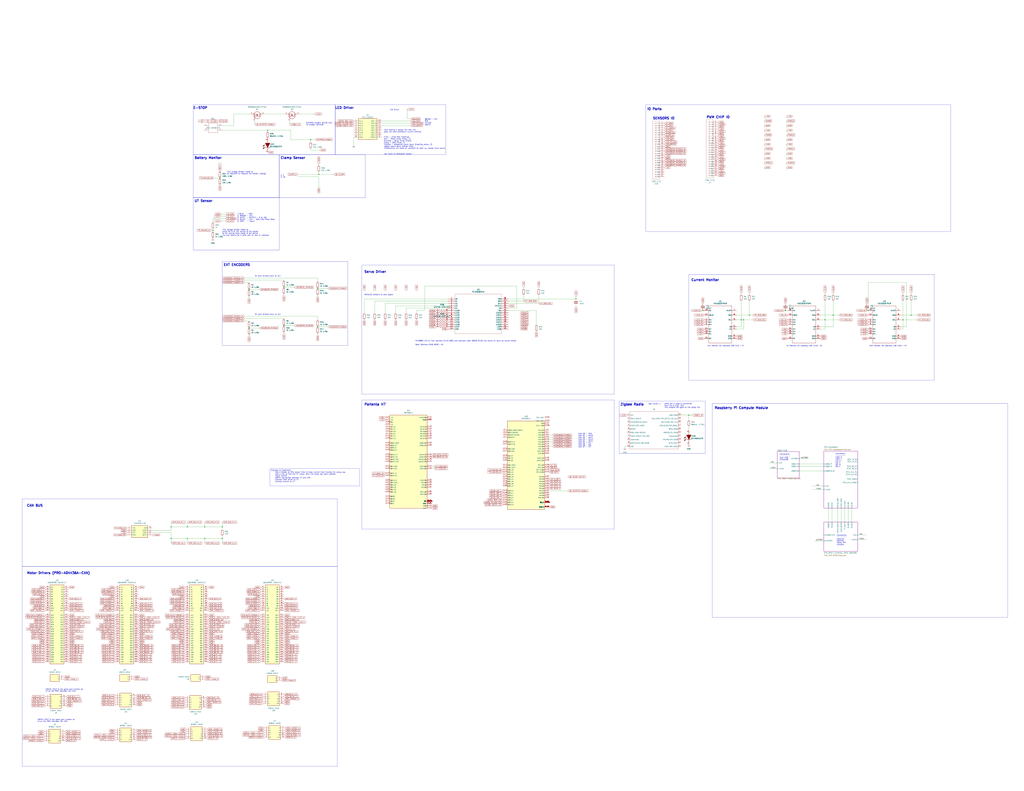
<source format=kicad_sch>
(kicad_sch (version 20231120) (generator "eeschema") (generator_version "8.0")
  (paper "E")
  (lib_symbols
    (symbol "10018783-10101TLF:10018783-10101TLF" (pin_names (offset 1.016))
      (property "Reference" "J" (at -7.62 43.815 0))
      (property "Value" "10018783-10101TLF" (at -7.62 -45.72 0))
      (symbol "10018783-10101TLF_0_0"
        (pin passive line (at -12.7 40.64 0) (length 5.08) (name "A1") (number "A1"))
        (pin passive line (at -12.7 17.78 0) (length 5.08) (name "A10") (number "A10"))
        (pin passive line (at -12.7 15.24 0) (length 5.08) (name "A11") (number "A11"))
        (pin passive line (at -12.7 10.16 0) (length 5.08) (name "A12") (number "A12"))
        (pin passive line (at -12.7 7.62 0) (length 5.08) (name "A13") (number "A13"))
        (pin passive line (at -12.7 5.08 0) (length 5.08) (name "A14") (number "A14"))
        (pin passive line (at -12.7 2.54 0) (length 5.08) (name "A15") (number "A15"))
        (pin passive line (at -12.7 0 0) (length 5.08) (name "A16") (number "A16"))
        (pin passive line (at -12.7 -2.54 0) (length 5.08) (name "A17") (number "A17"))
        (pin passive line (at -12.7 -5.08 0) (length 5.08) (name "A18") (number "A18"))
        (pin passive line (at -12.7 -7.62 0) (length 5.08) (name "A19") (number "A19"))
        (pin passive line (at -12.7 38.1 0) (length 5.08) (name "A2") (number "A2"))
        (pin passive line (at -12.7 -10.16 0) (length 5.08) (name "A20") (number "A20"))
        (pin passive line (at -12.7 -12.7 0) (length 5.08) (name "A21") (number "A21"))
        (pin passive line (at -12.7 -15.24 0) (length 5.08) (name "A22") (number "A22"))
        (pin passive line (at -12.7 -17.78 0) (length 5.08) (name "A23") (number "A23"))
        (pin passive line (at -12.7 -20.32 0) (length 5.08) (name "A24") (number "A24"))
        (pin passive line (at -12.7 -22.86 0) (length 5.08) (name "A25") (number "A25"))
        (pin passive line (at -12.7 -25.4 0) (length 5.08) (name "A26") (number "A26"))
        (pin passive line (at -12.7 -27.94 0) (length 5.08) (name "A27") (number "A27"))
        (pin passive line (at -12.7 -30.48 0) (length 5.08) (name "A28") (number "A28"))
        (pin passive line (at -12.7 -33.02 0) (length 5.08) (name "A29") (number "A29"))
        (pin passive line (at -12.7 35.56 0) (length 5.08) (name "A3") (number "A3"))
        (pin passive line (at -12.7 -35.56 0) (length 5.08) (name "A30") (number "A30"))
        (pin passive line (at -12.7 -38.1 0) (length 5.08) (name "A31") (number "A31"))
        (pin passive line (at -12.7 -40.64 0) (length 5.08) (name "A32") (number "A32"))
        (pin passive line (at -12.7 33.02 0) (length 5.08) (name "A4") (number "A4"))
        (pin passive line (at -12.7 30.48 0) (length 5.08) (name "A5") (number "A5"))
        (pin passive line (at -12.7 27.94 0) (length 5.08) (name "A6") (number "A6"))
        (pin passive line (at -12.7 25.4 0) (length 5.08) (name "A7") (number "A7"))
        (pin passive line (at -12.7 22.86 0) (length 5.08) (name "A8") (number "A8"))
        (pin passive line (at -12.7 20.32 0) (length 5.08) (name "A9") (number "A9"))
        (pin passive line (at 12.7 40.64 180) (length 5.08) (name "B1") (number "B1"))
        (pin passive line (at 12.7 17.78 180) (length 5.08) (name "B10") (number "B10"))
        (pin passive line (at 12.7 15.24 180) (length 5.08) (name "B11") (number "B11"))
        (pin passive line (at 12.7 10.16 180) (length 5.08) (name "B12") (number "B12"))
        (pin passive line (at 12.7 7.62 180) (length 5.08) (name "B13") (number "B13"))
        (pin passive line (at 12.7 5.08 180) (length 5.08) (name "B14") (number "B14"))
        (pin passive line (at 12.7 2.54 180) (length 5.08) (name "B15") (number "B15"))
        (pin passive line (at 12.7 0 180) (length 5.08) (name "B16") (number "B16"))
        (pin passive line (at 12.7 -2.54 180) (length 5.08) (name "B17") (number "B17"))
        (pin passive line (at 12.7 -5.08 180) (length 5.08) (name "B18") (number "B18"))
        (pin passive line (at 12.7 -7.62 180) (length 5.08) (name "B19") (number "B19"))
        (pin passive line (at 12.7 38.1 180) (length 5.08) (name "B2") (number "B2"))
        (pin passive line (at 12.7 -10.16 180) (length 5.08) (name "B20") (number "B20"))
        (pin passive line (at 12.7 -12.7 180) (length 5.08) (name "B21") (number "B21"))
        (pin passive line (at 12.7 -15.24 180) (length 5.08) (name "B22") (number "B22"))
        (pin passive line (at 12.7 -17.78 180) (length 5.08) (name "B23") (number "B23"))
        (pin passive line (at 12.7 -20.32 180) (length 5.08) (name "B24") (number "B24"))
        (pin passive line (at 12.7 -22.86 180) (length 5.08) (name "B25") (number "B25"))
        (pin passive line (at 12.7 -25.4 180) (length 5.08) (name "B26") (number "B26"))
        (pin passive line (at 12.7 -27.94 180) (length 5.08) (name "B27") (number "B27"))
        (pin passive line (at 12.7 -30.48 180) (length 5.08) (name "B28") (number "B28"))
        (pin passive line (at 12.7 -33.02 180) (length 5.08) (name "B29") (number "B29"))
        (pin passive line (at 12.7 35.56 180) (length 5.08) (name "B3") (number "B3"))
        (pin passive line (at 12.7 -35.56 180) (length 5.08) (name "B30") (number "B30"))
        (pin passive line (at 12.7 -38.1 180) (length 5.08) (name "B31") (number "B31"))
        (pin passive line (at 12.7 -40.64 180) (length 5.08) (name "B32") (number "B32"))
        (pin passive line (at 12.7 33.02 180) (length 5.08) (name "B4") (number "B4"))
        (pin passive line (at 12.7 30.48 180) (length 5.08) (name "B5") (number "B5"))
        (pin passive line (at 12.7 27.94 180) (length 5.08) (name "B6") (number "B6"))
        (pin passive line (at 12.7 25.4 180) (length 5.08) (name "B7") (number "B7"))
        (pin passive line (at 12.7 22.86 180) (length 5.08) (name "B8") (number "B8"))
        (pin passive line (at 12.7 20.32 180) (length 5.08) (name "B9") (number "B9"))
      )
    )
    (symbol "43045-0212:43045-0212"
      (property "Reference" "J" (at 16.51 7.62 0))
      (property "Value" "43045-0212" (at 16.51 5.08 0))
      (symbol "43045-0212_1_1"
        (pin passive line (at 0 -2.54 0) (length 5.08) (name "1") (number "1"))
        (pin passive line (at 0 0 0) (length 5.08) (name "2") (number "2"))
      )
    )
    (symbol "43045-1012:43045-1012"
      (property "Reference" "J" (at 19.05 7.62 0))
      (property "Value" "43045-1012" (at 19.05 5.08 0))
      (symbol "43045-1012_1_1"
        (pin passive line (at 0 -10.16 0) (length 5.08) (name "1") (number "1"))
        (pin passive line (at 22.86 0 180) (length 5.08) (name "10") (number "10"))
        (pin passive line (at 0 -7.62 0) (length 5.08) (name "2") (number "2"))
        (pin passive line (at 0 -5.08 0) (length 5.08) (name "3") (number "3"))
        (pin passive line (at 0 -2.54 0) (length 5.08) (name "4") (number "4"))
        (pin passive line (at 0 0 0) (length 5.08) (name "5") (number "5"))
        (pin passive line (at 22.86 -10.16 180) (length 5.08) (name "6") (number "6"))
        (pin passive line (at 22.86 -7.62 180) (length 5.08) (name "7") (number "7"))
        (pin passive line (at 22.86 -5.08 180) (length 5.08) (name "8") (number "8"))
        (pin passive line (at 22.86 -2.54 180) (length 5.08) (name "9") (number "9"))
      )
    )
    (symbol "736-112:736-112" (pin_names (offset 0.254))
      (property "Reference" "J" (at 8.89 6.35 0))
      (property "Value" "736-112" (at 0 0 0))
      (symbol "736-112_1_1"
        (pin unspecified line (at 0 0 0) (length 5.08) (name "1") (number "1"))
        (pin unspecified line (at 0 -22.86 0) (length 5.08) (name "10") (number "10"))
        (pin unspecified line (at 0 -25.4 0) (length 5.08) (name "11") (number "11"))
        (pin unspecified line (at 0 -27.94 0) (length 5.08) (name "12") (number "12"))
        (pin unspecified line (at 0 -30.48 0) (length 5.08) (name "13") (number "13"))
        (pin unspecified line (at 0 -33.02 0) (length 5.08) (name "14") (number "14"))
        (pin unspecified line (at 0 -35.56 0) (length 5.08) (name "15") (number "15"))
        (pin unspecified line (at 0 -38.1 0) (length 5.08) (name "16") (number "16"))
        (pin unspecified line (at 0 -40.64 0) (length 5.08) (name "17") (number "17"))
        (pin unspecified line (at 0 -43.18 0) (length 5.08) (name "18") (number "18"))
        (pin unspecified line (at 0 -45.72 0) (length 5.08) (name "19") (number "19"))
        (pin unspecified line (at 0 -2.54 0) (length 5.08) (name "2") (number "2"))
        (pin unspecified line (at 0 -48.26 0) (length 5.08) (name "20") (number "20"))
        (pin unspecified line (at 0 -50.8 0) (length 5.08) (name "21") (number "21"))
        (pin unspecified line (at 0 -53.34 0) (length 5.08) (name "22") (number "22"))
        (pin unspecified line (at 0 -55.88 0) (length 5.08) (name "23") (number "23"))
        (pin unspecified line (at 0 -58.42 0) (length 5.08) (name "24") (number "24"))
        (pin unspecified line (at 0 -5.08 0) (length 5.08) (name "3") (number "3"))
        (pin unspecified line (at 0 -7.62 0) (length 5.08) (name "4") (number "4"))
        (pin unspecified line (at 0 -10.16 0) (length 5.08) (name "5") (number "5"))
        (pin unspecified line (at 0 -12.7 0) (length 5.08) (name "6") (number "6"))
        (pin unspecified line (at 0 -15.24 0) (length 5.08) (name "7") (number "7"))
        (pin unspecified line (at 0 -17.78 0) (length 5.08) (name "8") (number "8"))
        (pin unspecified line (at 0 -20.32 0) (length 5.08) (name "9") (number "9"))
      )
      (symbol "736-112_1_2"
        (pin unspecified line (at 0 0 0) (length 5.08) (name "1") (number "1"))
        (pin unspecified line (at 0 -22.86 0) (length 5.08) (name "10") (number "10"))
        (pin unspecified line (at 0 -25.4 0) (length 5.08) (name "11") (number "11"))
        (pin unspecified line (at 0 -27.94 0) (length 5.08) (name "12") (number "12"))
        (pin unspecified line (at 0 -30.48 0) (length 5.08) (name "13") (number "13"))
        (pin unspecified line (at 0 -33.02 0) (length 5.08) (name "14") (number "14"))
        (pin unspecified line (at 0 -35.56 0) (length 5.08) (name "15") (number "15"))
        (pin unspecified line (at 0 -38.1 0) (length 5.08) (name "16") (number "16"))
        (pin unspecified line (at 0 -40.64 0) (length 5.08) (name "17") (number "17"))
        (pin unspecified line (at 0 -43.18 0) (length 5.08) (name "18") (number "18"))
        (pin unspecified line (at 0 -45.72 0) (length 5.08) (name "19") (number "19"))
        (pin unspecified line (at 0 -2.54 0) (length 5.08) (name "2") (number "2"))
        (pin unspecified line (at 0 -48.26 0) (length 5.08) (name "20") (number "20"))
        (pin unspecified line (at 0 -50.8 0) (length 5.08) (name "21") (number "21"))
        (pin unspecified line (at 0 -53.34 0) (length 5.08) (name "22") (number "22"))
        (pin unspecified line (at 0 -55.88 0) (length 5.08) (name "23") (number "23"))
        (pin unspecified line (at 0 -58.42 0) (length 5.08) (name "24") (number "24"))
        (pin unspecified line (at 0 -5.08 0) (length 5.08) (name "3") (number "3"))
        (pin unspecified line (at 0 -7.62 0) (length 5.08) (name "4") (number "4"))
        (pin unspecified line (at 0 -10.16 0) (length 5.08) (name "5") (number "5"))
        (pin unspecified line (at 0 -12.7 0) (length 5.08) (name "6") (number "6"))
        (pin unspecified line (at 0 -15.24 0) (length 5.08) (name "7") (number "7"))
        (pin unspecified line (at 0 -17.78 0) (length 5.08) (name "8") (number "8"))
        (pin unspecified line (at 0 -20.32 0) (length 5.08) (name "9") (number "9"))
      )
    )
    (symbol "87831-1019:87831-1019"
      (property "Reference" "J" (at 19.05 7.62 0))
      (property "Value" "87831-1019" (at 19.05 5.08 0))
      (symbol "87831-1019_1_1"
        (pin passive line (at 0 0 0) (length 5.08) (name "1") (number "1"))
        (pin passive line (at 22.86 -10.16 180) (length 5.08) (name "10") (number "10"))
        (pin passive line (at 22.86 0 180) (length 5.08) (name "2") (number "2"))
        (pin passive line (at 0 -2.54 0) (length 5.08) (name "3") (number "3"))
        (pin passive line (at 22.86 -2.54 180) (length 5.08) (name "4") (number "4"))
        (pin passive line (at 0 -5.08 0) (length 5.08) (name "5") (number "5"))
        (pin passive line (at 22.86 -5.08 180) (length 5.08) (name "6") (number "6"))
        (pin passive line (at 0 -7.62 0) (length 5.08) (name "7") (number "7"))
        (pin passive line (at 22.86 -7.62 180) (length 5.08) (name "8") (number "8"))
        (pin passive line (at 0 -10.16 0) (length 5.08) (name "9") (number "9"))
      )
    )
    (symbol "ABX00042:ABX00042" (pin_names (offset 1.016))
      (property "Reference" "U" (at -20.32 52.07 0))
      (property "Value" "ABX00042" (at -20.32 -53.34 0))
      (symbol "ABX00042_1_0"
        (pin input line (at -25.4 38.1 0) (length 5.08) (name "ETH_A+") (number "J1_1"))
        (pin bidirectional line (at 25.4 38.1 180) (length 5.08) (name "DSI_D1+") (number "J1_10"))
        (pin no_connect line (at 25.4 -43.18 180) (length 5.08) (name "NC") (number "J1_11"))
        (pin bidirectional line (at 25.4 35.56 180) (length 5.08) (name "DSI_D1-") (number "J1_12"))
        (pin no_connect line (at 25.4 -43.18 180) (length 5.08) (name "NC") (number "J1_13"))
        (pin bidirectional line (at 25.4 33.02 180) (length 5.08) (name "DSI_D0+") (number "J1_14"))
        (pin no_connect line (at 25.4 -43.18 180) (length 5.08) (name "NC") (number "J1_15"))
        (pin bidirectional line (at 25.4 30.48 180) (length 5.08) (name "DSI_D0-") (number "J1_16"))
        (pin output line (at -25.4 27.94 0) (length 5.08) (name "ETH_L1") (number "J1_17"))
        (pin bidirectional line (at 25.4 27.94 180) (length 5.08) (name "DSI_CK+") (number "J1_18"))
        (pin output line (at -25.4 25.4 0) (length 5.08) (name "ETH_L2") (number "J1_19"))
        (pin no_connect line (at 25.4 -43.18 180) (length 5.08) (name "NC") (number "J1_2"))
        (pin bidirectional line (at 25.4 25.4 180) (length 5.08) (name "DSI_CK-") (number "J1_20"))
        (pin input line (at -25.4 48.26 0) (length 5.08) (name "VIN") (number "J1_21"))
        (pin power_in line (at 25.4 -48.26 180) (length 5.08) (name "GND") (number "J1_22"))
        (pin power_in line (at -25.4 20.32 0) (length 5.08) (name "USB1_VBUS") (number "J1_23"))
        (pin no_connect line (at 25.4 -43.18 180) (length 5.08) (name "NC") (number "J1_24"))
        (pin bidirectional line (at -25.4 17.78 0) (length 5.08) (name "USB1_D+") (number "J1_25"))
        (pin bidirectional line (at 25.4 20.32 180) (length 5.08) (name "USB0_D+") (number "J1_26"))
        (pin bidirectional line (at -25.4 15.24 0) (length 5.08) (name "USB1_D-") (number "J1_27"))
        (pin bidirectional line (at 25.4 17.78 180) (length 5.08) (name "USB0_D-") (number "J1_28"))
        (pin bidirectional line (at -25.4 12.7 0) (length 5.08) (name "USB1_ID") (number "J1_29"))
        (pin input line (at -25.4 35.56 0) (length 5.08) (name "ETH_A-") (number "J1_3"))
        (pin no_connect line (at 25.4 -43.18 180) (length 5.08) (name "NC") (number "J1_30"))
        (pin power_in line (at 25.4 -45.72 180) (length 5.08) (name "GND") (number "J1_31"))
        (pin input line (at -25.4 40.64 0) (length 5.08) (name "VIN") (number "J1_32"))
        (pin output line (at -25.4 7.62 0) (length 5.08) (name "UART1_TX") (number "J1_33"))
        (pin output line (at 25.4 7.62 180) (length 5.08) (name "UART0_TX") (number "J1_34"))
        (pin input line (at -25.4 5.08 0) (length 5.08) (name "UART1_RX") (number "J1_35"))
        (pin input line (at 25.4 5.08 180) (length 5.08) (name "UART0_RX") (number "J1_36"))
        (pin bidirectional line (at -25.4 2.54 0) (length 5.08) (name "UART1_RTS") (number "J1_37"))
        (pin bidirectional line (at 25.4 2.54 180) (length 5.08) (name "UART0_RTS") (number "J1_38"))
        (pin bidirectional line (at -25.4 0 0) (length 5.08) (name "UART1_CTS") (number "J1_39"))
        (pin no_connect line (at 25.4 -43.18 180) (length 5.08) (name "NC") (number "J1_4"))
        (pin bidirectional line (at 25.4 0 180) (length 5.08) (name "UART0_CTS") (number "J1_40"))
        (pin input line (at -25.4 45.72 0) (length 5.08) (name "VIN") (number "J1_41"))
        (pin power_in line (at 25.4 -50.8 180) (length 5.08) (name "GND") (number "J1_42"))
        (pin bidirectional line (at -25.4 -5.08 0) (length 5.08) (name "I2C1_SDA") (number "J1_43"))
        (pin bidirectional line (at 25.4 -5.08 180) (length 5.08) (name "I2C0_SDA") (number "J1_44"))
        (pin input line (at -25.4 -7.62 0) (length 5.08) (name "I2C1_SCL") (number "J1_45"))
        (pin input line (at 25.4 -7.62 180) (length 5.08) (name "I2C0_SCL") (number "J1_46"))
        (pin power_in line (at 25.4 -45.72 180) (length 5.08) (name "GND") (number "J1_47"))
        (pin input line (at -25.4 43.18 0) (length 5.08) (name "VIN") (number "J1_48"))
        (pin output line (at -25.4 -12.7 0) (length 5.08) (name "CAN1_TX") (number "J1_49"))
        (pin input line (at -25.4 33.02 0) (length 5.08) (name "ETH_B+") (number "J1_5"))
        (pin no_connect line (at 25.4 -43.18 180) (length 5.08) (name "NC") (number "J1_50"))
        (pin input line (at -25.4 -15.24 0) (length 5.08) (name "CAN1_RX") (number "J1_51"))
        (pin no_connect line (at 25.4 -43.18 180) (length 5.08) (name "NC") (number "J1_52"))
        (pin power_in line (at 25.4 45.72 180) (length 5.08) (name "VSYS") (number "J1_53"))
        (pin power_in line (at 25.4 -45.72 180) (length 5.08) (name "GND") (number "J1_54"))
        (pin input line (at -25.4 -20.32 0) (length 5.08) (name "SDC_CLK") (number "J1_55"))
        (pin bidirectional line (at 25.4 -20.32 180) (length 5.08) (name "I2S_MCK") (number "J1_56"))
        (pin input line (at -25.4 -22.86 0) (length 5.08) (name "SDC_CMD") (number "J1_57"))
        (pin bidirectional line (at 25.4 -22.86 180) (length 5.08) (name "I2S_WS") (number "J1_58"))
        (pin bidirectional line (at -25.4 -25.4 0) (length 5.08) (name "SDC_D0") (number "J1_59"))
        (pin no_connect line (at 25.4 -43.18 180) (length 5.08) (name "NC") (number "J1_6"))
        (pin input line (at 25.4 -25.4 180) (length 5.08) (name "I2S_DI") (number "J1_60"))
        (pin bidirectional line (at -25.4 -27.94 0) (length 5.08) (name "SDC_D1") (number "J1_61"))
        (pin output line (at 25.4 -27.94 180) (length 5.08) (name "I2S_DO") (number "J1_62"))
        (pin bidirectional line (at -25.4 -30.48 0) (length 5.08) (name "SDC_D2") (number "J1_63"))
        (pin power_in line (at 25.4 45.72 180) (length 5.08) (name "VSYS") (number "J1_64"))
        (pin bidirectional line (at -25.4 -33.02 0) (length 5.08) (name "SDC_D3") (number "J1_65"))
        (pin bidirectional line (at 25.4 -33.02 180) (length 5.08) (name "DMIC_CK") (number "J1_66"))
        (pin no_connect line (at 25.4 -43.18 180) (length 5.08) (name "NC") (number "J1_67"))
        (pin bidirectional line (at 25.4 -35.56 180) (length 5.08) (name "DMIC_D0") (number "J1_68"))
        (pin no_connect line (at 25.4 -43.18 180) (length 5.08) (name "NC") (number "J1_69"))
        (pin input line (at -25.4 30.48 0) (length 5.08) (name "ETH_B-") (number "J1_7"))
        (pin no_connect line (at 25.4 -43.18 180) (length 5.08) (name "NC") (number "J1_70"))
        (pin no_connect line (at 25.4 -43.18 180) (length 5.08) (name "NC") (number "J1_71"))
        (pin power_in line (at 25.4 48.26 180) (length 5.08) (name "V-SDCARD") (number "J1_72"))
        (pin input line (at -25.4 -38.1 0) (length 5.08) (name "~{RESET}") (number "J1_73"))
        (pin no_connect line (at 25.4 -43.18 180) (length 5.08) (name "NC") (number "J1_74"))
        (pin bidirectional line (at -25.4 -40.64 0) (length 5.08) (name "SWDIO") (number "J1_75"))
        (pin no_connect line (at 25.4 -43.18 180) (length 5.08) (name "NC") (number "J1_76"))
        (pin input line (at -25.4 -43.18 0) (length 5.08) (name "SWCK") (number "J1_77"))
        (pin no_connect line (at 25.4 -43.18 180) (length 5.08) (name "NC") (number "J1_78"))
        (pin output line (at -25.4 -45.72 0) (length 5.08) (name "SWO") (number "J1_79"))
        (pin no_connect line (at 25.4 -43.18 180) (length 5.08) (name "NC") (number "J1_8"))
        (pin no_connect line (at 25.4 -43.18 180) (length 5.08) (name "NC") (number "J1_80"))
        (pin no_connect line (at 25.4 -43.18 180) (length 5.08) (name "NC") (number "J1_9"))
      )
      (symbol "ABX00042_2_0"
        (pin input line (at -25.4 38.1 0) (length 5.08) (name "FORCE_BOOTLOADER") (number "J2_1"))
        (pin bidirectional line (at 25.4 27.94 180) (length 5.08) (name "CAM_D3") (number "J2_10"))
        (pin no_connect line (at 25.4 -40.64 180) (length 5.08) (name "NC_1") (number "J2_11"))
        (pin bidirectional line (at 25.4 25.4 180) (length 5.08) (name "CAM_D2") (number "J2_12"))
        (pin no_connect line (at 25.4 -40.64 180) (length 5.08) (name "NC_1") (number "J2_13"))
        (pin bidirectional line (at 25.4 22.86 180) (length 5.08) (name "CAM_D1") (number "J2_14"))
        (pin no_connect line (at 25.4 -40.64 180) (length 5.08) (name "NC_1") (number "J2_15"))
        (pin bidirectional line (at 25.4 20.32 180) (length 5.08) (name "CAM_D0") (number "J2_16"))
        (pin no_connect line (at 25.4 -40.64 180) (length 5.08) (name "NC_1") (number "J2_17"))
        (pin bidirectional line (at 25.4 17.78 180) (length 5.08) (name "CAM_VS") (number "J2_18"))
        (pin no_connect line (at 25.4 -40.64 180) (length 5.08) (name "NC_1") (number "J2_19"))
        (pin bidirectional line (at 25.4 38.1 180) (length 5.08) (name "CAM_D7") (number "J2_2"))
        (pin bidirectional line (at 25.4 15.24 180) (length 5.08) (name "CAM_CLK") (number "J2_20"))
        (pin no_connect line (at 25.4 -40.64 180) (length 5.08) (name "NC_1") (number "J2_21"))
        (pin bidirectional line (at 25.4 12.7 180) (length 5.08) (name "CAM_HS") (number "J2_22"))
        (pin no_connect line (at 25.4 52.07 180) (length 5.08) (name "VCC/+3V3") (number "J2_23"))
        (pin power_in line (at 25.4 -45.72 180) (length 5.08) (name "GND_1") (number "J2_24"))
        (pin output line (at -25.4 25.4 0) (length 5.08) (name "UART3_TX") (number "J2_25"))
        (pin output line (at 25.4 7.62 180) (length 5.08) (name "UART2_TX") (number "J2_26"))
        (pin input line (at -25.4 22.86 0) (length 5.08) (name "UART3_RX") (number "J2_27"))
        (pin input line (at 25.4 5.08 180) (length 5.08) (name "UART2_RX") (number "J2_28"))
        (pin no_connect line (at 25.4 -40.64 180) (length 5.08) (name "NC_1") (number "J2_29"))
        (pin input line (at -25.4 35.56 0) (length 5.08) (name "BOOT_SOURCE") (number "J2_3"))
        (pin no_connect line (at 25.4 -40.64 180) (length 5.08) (name "NC_1") (number "J2_30"))
        (pin no_connect line (at 25.4 -40.64 180) (length 5.08) (name "NC_1") (number "J2_31"))
        (pin no_connect line (at 25.4 -40.64 180) (length 5.08) (name "NC_1") (number "J2_32"))
        (pin power_in line (at 25.4 -45.72 180) (length 5.08) (name "GND_1") (number "J2_33"))
        (pin power_in line (at 25.4 45.72 180) (length 5.08) (name "VCC") (number "J2_34"))
        (pin no_connect line (at 25.4 -40.64 180) (length 5.08) (name "NC_1") (number "J2_35"))
        (pin input line (at 25.4 0 180) (length 5.08) (name "SPI1_CS") (number "J2_36"))
        (pin no_connect line (at 25.4 -40.64 180) (length 5.08) (name "NC_1") (number "J2_37"))
        (pin input line (at 25.4 -2.54 180) (length 5.08) (name "SPI1_CK") (number "J2_38"))
        (pin no_connect line (at 25.4 -40.64 180) (length 5.08) (name "NC_1") (number "J2_39"))
        (pin bidirectional line (at 25.4 35.56 180) (length 5.08) (name "CAM_D6") (number "J2_4"))
        (pin output line (at 25.4 -5.08 180) (length 5.08) (name "SPI1_MISO") (number "J2_40"))
        (pin no_connect line (at 25.4 -40.64 180) (length 5.08) (name "NC_1") (number "J2_41"))
        (pin input line (at 25.4 -7.62 180) (length 5.08) (name "SPI1_MOSI") (number "J2_42"))
        (pin no_connect line (at 25.4 48.26 180) (length 5.08) (name "VCC/+3V3") (number "J2_43"))
        (pin power_in line (at 25.4 -45.72 180) (length 5.08) (name "GND_1") (number "J2_44"))
        (pin bidirectional line (at -25.4 17.78 0) (length 5.08) (name "I2C2_SDA") (number "J2_45"))
        (pin bidirectional line (at -25.4 -27.94 0) (length 5.08) (name "GPIO_0") (number "J2_46"))
        (pin input line (at -25.4 15.24 0) (length 5.08) (name "I2C2_SCL") (number "J2_47"))
        (pin bidirectional line (at -25.4 -30.48 0) (length 5.08) (name "GPIO_1") (number "J2_48"))
        (pin input line (at -25.4 10.16 0) (length 5.08) (name "SAI_CK") (number "J2_49"))
        (pin input line (at -25.4 33.02 0) (length 5.08) (name "POWER_ON_REQ") (number "J2_5"))
        (pin bidirectional line (at -25.4 -33.02 0) (length 5.08) (name "GPIO_2") (number "J2_50"))
        (pin bidirectional line (at -25.4 7.62 0) (length 5.08) (name "SAI_FS") (number "J2_51"))
        (pin bidirectional line (at -25.4 -35.56 0) (length 5.08) (name "GPIO_3") (number "J2_52"))
        (pin bidirectional line (at -25.4 5.08 0) (length 5.08) (name "SAI_D0") (number "J2_53"))
        (pin bidirectional line (at -25.4 -38.1 0) (length 5.08) (name "GPIO_4") (number "J2_54"))
        (pin no_connect line (at 25.4 -40.64 180) (length 5.08) (name "NC_1") (number "J2_55"))
        (pin bidirectional line (at -25.4 -40.64 0) (length 5.08) (name "GPIO_5") (number "J2_56"))
        (pin power_in line (at 25.4 -45.72 180) (length 5.08) (name "GND_1") (number "J2_57"))
        (pin bidirectional line (at -25.4 -43.18 0) (length 5.08) (name "GPIO_6") (number "J2_58"))
        (pin bidirectional line (at 25.4 -12.7 180) (length 5.08) (name "PWM_1") (number "J2_59"))
        (pin bidirectional line (at 25.4 33.02 180) (length 5.08) (name "CAM_D5") (number "J2_6"))
        (pin bidirectional line (at 25.4 -25.4 180) (length 5.08) (name "PWM_6") (number "J2_60"))
        (pin bidirectional line (at 25.4 -15.24 180) (length 5.08) (name "PWM_2") (number "J2_61"))
        (pin bidirectional line (at 25.4 -27.94 180) (length 5.08) (name "PWM_7") (number "J2_62"))
        (pin bidirectional line (at 25.4 -17.78 180) (length 5.08) (name "PWM_3") (number "J2_63"))
        (pin bidirectional line (at 25.4 -30.48 180) (length 5.08) (name "PWM_8") (number "J2_64"))
        (pin bidirectional line (at 25.4 -20.32 180) (length 5.08) (name "PWM_4") (number "J2_65"))
        (pin bidirectional line (at 25.4 -33.02 180) (length 5.08) (name "PWM_9") (number "J2_66"))
        (pin bidirectional line (at 25.4 -22.86 180) (length 5.08) (name "PWM_5") (number "J2_67"))
        (pin bidirectional line (at 25.4 -35.56 180) (length 5.08) (name "PWM_10") (number "J2_68"))
        (pin no_connect line (at 25.4 43.18 180) (length 5.08) (name "VCC/+3V3") (number "J2_69"))
        (pin input line (at -25.4 30.48 0) (length 5.08) (name "COINCELL") (number "J2_7"))
        (pin power_in line (at 25.4 -45.72 180) (length 5.08) (name "GND_1") (number "J2_70"))
        (pin input line (at -25.4 0 0) (length 5.08) (name "ADC_VREF+") (number "J2_71"))
        (pin input line (at -25.4 -2.54 0) (length 5.08) (name "ADC_VREF-") (number "J2_72"))
        (pin input line (at -25.4 -5.08 0) (length 5.08) (name "ADC_A0") (number "J2_73"))
        (pin input line (at -25.4 -15.24 0) (length 5.08) (name "ADC_A4") (number "J2_74"))
        (pin input line (at -25.4 -7.62 0) (length 5.08) (name "ADC_A1") (number "J2_75"))
        (pin input line (at -25.4 -17.78 0) (length 5.08) (name "ADC_A5") (number "J2_76"))
        (pin input line (at -25.4 -10.16 0) (length 5.08) (name "ADC_A2") (number "J2_77"))
        (pin input line (at -25.4 -20.32 0) (length 5.08) (name "ADC_A6") (number "J2_78"))
        (pin input line (at -25.4 -12.7 0) (length 5.08) (name "ADC_A3") (number "J2_79"))
        (pin bidirectional line (at 25.4 30.48 180) (length 5.08) (name "CAM_D4") (number "J2_8"))
        (pin input line (at -25.4 -22.86 0) (length 5.08) (name "ADC_A7") (number "J2_80"))
        (pin no_connect line (at 25.4 -40.64 180) (length 5.08) (name "NC_1") (number "J2_9"))
      )
    )
    (symbol "ABX00042_1" (pin_names (offset 1.016))
      (property "Reference" "U" (at -20.32 52.07 0))
      (property "Value" "ABX00042" (at -20.32 -53.34 0))
      (symbol "ABX00042_1_1_0"
        (pin input line (at -25.4 38.1 0) (length 5.08) (name "ETH_A+") (number "J1_1"))
        (pin bidirectional line (at 25.4 38.1 180) (length 5.08) (name "DSI_D1+") (number "J1_10"))
        (pin no_connect line (at 25.4 -43.18 180) (length 5.08) (name "NC") (number "J1_11"))
        (pin bidirectional line (at 25.4 35.56 180) (length 5.08) (name "DSI_D1-") (number "J1_12"))
        (pin no_connect line (at 25.4 -43.18 180) (length 5.08) (name "NC") (number "J1_13"))
        (pin bidirectional line (at 25.4 33.02 180) (length 5.08) (name "DSI_D0+") (number "J1_14"))
        (pin no_connect line (at 25.4 -43.18 180) (length 5.08) (name "NC") (number "J1_15"))
        (pin bidirectional line (at 25.4 30.48 180) (length 5.08) (name "DSI_D0-") (number "J1_16"))
        (pin output line (at -25.4 27.94 0) (length 5.08) (name "ETH_L1") (number "J1_17"))
        (pin bidirectional line (at 25.4 27.94 180) (length 5.08) (name "DSI_CK+") (number "J1_18"))
        (pin output line (at -25.4 25.4 0) (length 5.08) (name "ETH_L2") (number "J1_19"))
        (pin no_connect line (at 25.4 -43.18 180) (length 5.08) (name "NC") (number "J1_2"))
        (pin bidirectional line (at 25.4 25.4 180) (length 5.08) (name "DSI_CK-") (number "J1_20"))
        (pin input line (at -25.4 48.26 0) (length 5.08) (name "VIN") (number "J1_21"))
        (pin power_in line (at 25.4 -48.26 180) (length 5.08) (name "GND") (number "J1_22"))
        (pin power_in line (at -25.4 20.32 0) (length 5.08) (name "USB1_VBUS") (number "J1_23"))
        (pin no_connect line (at 25.4 -43.18 180) (length 5.08) (name "NC") (number "J1_24"))
        (pin bidirectional line (at -25.4 17.78 0) (length 5.08) (name "USB1_D+") (number "J1_25"))
        (pin bidirectional line (at 25.4 20.32 180) (length 5.08) (name "USB0_D+") (number "J1_26"))
        (pin bidirectional line (at -25.4 15.24 0) (length 5.08) (name "USB1_D-") (number "J1_27"))
        (pin bidirectional line (at 25.4 17.78 180) (length 5.08) (name "USB0_D-") (number "J1_28"))
        (pin bidirectional line (at -25.4 12.7 0) (length 5.08) (name "USB1_ID") (number "J1_29"))
        (pin input line (at -25.4 35.56 0) (length 5.08) (name "ETH_A-") (number "J1_3"))
        (pin no_connect line (at 25.4 -43.18 180) (length 5.08) (name "NC") (number "J1_30"))
        (pin power_in line (at 25.4 -45.72 180) (length 5.08) (name "GND") (number "J1_31"))
        (pin input line (at -25.4 40.64 0) (length 5.08) (name "VIN") (number "J1_32"))
        (pin output line (at -25.4 7.62 0) (length 5.08) (name "UART1_TX") (number "J1_33"))
        (pin output line (at 25.4 7.62 180) (length 5.08) (name "UART0_TX") (number "J1_34"))
        (pin input line (at -25.4 5.08 0) (length 5.08) (name "UART1_RX") (number "J1_35"))
        (pin input line (at 25.4 5.08 180) (length 5.08) (name "UART0_RX") (number "J1_36"))
        (pin bidirectional line (at -25.4 2.54 0) (length 5.08) (name "UART1_RTS") (number "J1_37"))
        (pin bidirectional line (at 25.4 2.54 180) (length 5.08) (name "UART0_RTS") (number "J1_38"))
        (pin bidirectional line (at -25.4 0 0) (length 5.08) (name "UART1_CTS") (number "J1_39"))
        (pin no_connect line (at 25.4 -43.18 180) (length 5.08) (name "NC") (number "J1_4"))
        (pin bidirectional line (at 25.4 0 180) (length 5.08) (name "UART0_CTS") (number "J1_40"))
        (pin input line (at -25.4 45.72 0) (length 5.08) (name "VIN") (number "J1_41"))
        (pin power_in line (at 25.4 -50.8 180) (length 5.08) (name "GND") (number "J1_42"))
        (pin bidirectional line (at -25.4 -5.08 0) (length 5.08) (name "I2C1_SDA") (number "J1_43"))
        (pin bidirectional line (at 25.4 -5.08 180) (length 5.08) (name "I2C0_SDA") (number "J1_44"))
        (pin input line (at -25.4 -7.62 0) (length 5.08) (name "I2C1_SCL") (number "J1_45"))
        (pin input line (at 25.4 -7.62 180) (length 5.08) (name "I2C0_SCL") (number "J1_46"))
        (pin power_in line (at 25.4 -45.72 180) (length 5.08) (name "GND") (number "J1_47"))
        (pin input line (at -25.4 43.18 0) (length 5.08) (name "VIN") (number "J1_48"))
        (pin output line (at -25.4 -12.7 0) (length 5.08) (name "CAN1_TX") (number "J1_49"))
        (pin input line (at -25.4 33.02 0) (length 5.08) (name "ETH_B+") (number "J1_5"))
        (pin no_connect line (at 25.4 -43.18 180) (length 5.08) (name "NC") (number "J1_50"))
        (pin input line (at -25.4 -15.24 0) (length 5.08) (name "CAN1_RX") (number "J1_51"))
        (pin no_connect line (at 25.4 -43.18 180) (length 5.08) (name "NC") (number "J1_52"))
        (pin power_in line (at 25.4 45.72 180) (length 5.08) (name "VSYS") (number "J1_53"))
        (pin power_in line (at 25.4 -45.72 180) (length 5.08) (name "GND") (number "J1_54"))
        (pin input line (at -25.4 -20.32 0) (length 5.08) (name "SDC_CLK") (number "J1_55"))
        (pin bidirectional line (at 25.4 -20.32 180) (length 5.08) (name "I2S_MCK") (number "J1_56"))
        (pin input line (at -25.4 -22.86 0) (length 5.08) (name "SDC_CMD") (number "J1_57"))
        (pin bidirectional line (at 25.4 -22.86 180) (length 5.08) (name "I2S_WS") (number "J1_58"))
        (pin bidirectional line (at -25.4 -25.4 0) (length 5.08) (name "SDC_D0") (number "J1_59"))
        (pin no_connect line (at 25.4 -43.18 180) (length 5.08) (name "NC") (number "J1_6"))
        (pin input line (at 25.4 -25.4 180) (length 5.08) (name "I2S_DI") (number "J1_60"))
        (pin bidirectional line (at -25.4 -27.94 0) (length 5.08) (name "SDC_D1") (number "J1_61"))
        (pin output line (at 25.4 -27.94 180) (length 5.08) (name "I2S_DO") (number "J1_62"))
        (pin bidirectional line (at -25.4 -30.48 0) (length 5.08) (name "SDC_D2") (number "J1_63"))
        (pin power_in line (at 25.4 45.72 180) (length 5.08) (name "VSYS") (number "J1_64"))
        (pin bidirectional line (at -25.4 -33.02 0) (length 5.08) (name "SDC_D3") (number "J1_65"))
        (pin bidirectional line (at 25.4 -33.02 180) (length 5.08) (name "DMIC_CK") (number "J1_66"))
        (pin no_connect line (at 25.4 -43.18 180) (length 5.08) (name "NC") (number "J1_67"))
        (pin bidirectional line (at 25.4 -35.56 180) (length 5.08) (name "DMIC_D0") (number "J1_68"))
        (pin no_connect line (at 25.4 -43.18 180) (length 5.08) (name "NC") (number "J1_69"))
        (pin input line (at -25.4 30.48 0) (length 5.08) (name "ETH_B-") (number "J1_7"))
        (pin no_connect line (at 25.4 -43.18 180) (length 5.08) (name "NC") (number "J1_70"))
        (pin no_connect line (at 25.4 -43.18 180) (length 5.08) (name "NC") (number "J1_71"))
        (pin power_in line (at 25.4 48.26 180) (length 5.08) (name "V-SDCARD") (number "J1_72"))
        (pin input line (at -25.4 -38.1 0) (length 5.08) (name "~{RESET}") (number "J1_73"))
        (pin no_connect line (at 25.4 -43.18 180) (length 5.08) (name "NC") (number "J1_74"))
        (pin bidirectional line (at -25.4 -40.64 0) (length 5.08) (name "SWDIO") (number "J1_75"))
        (pin no_connect line (at 25.4 -43.18 180) (length 5.08) (name "NC") (number "J1_76"))
        (pin input line (at -25.4 -43.18 0) (length 5.08) (name "SWCK") (number "J1_77"))
        (pin no_connect line (at 25.4 -43.18 180) (length 5.08) (name "NC") (number "J1_78"))
        (pin output line (at -25.4 -45.72 0) (length 5.08) (name "SWO") (number "J1_79"))
        (pin no_connect line (at 25.4 -43.18 180) (length 5.08) (name "NC") (number "J1_8"))
        (pin no_connect line (at 25.4 -43.18 180) (length 5.08) (name "NC") (number "J1_80"))
        (pin no_connect line (at 25.4 -43.18 180) (length 5.08) (name "NC") (number "J1_9"))
      )
      (symbol "ABX00042_1_2_0"
        (pin input line (at -25.4 38.1 0) (length 5.08) (name "FORCE_BOOTLOADER") (number "J2_1"))
        (pin bidirectional line (at 25.4 27.94 180) (length 5.08) (name "CAM_D3") (number "J2_10"))
        (pin no_connect line (at 25.4 -40.64 180) (length 5.08) (name "NC_1") (number "J2_11"))
        (pin bidirectional line (at 25.4 25.4 180) (length 5.08) (name "CAM_D2") (number "J2_12"))
        (pin no_connect line (at 25.4 -40.64 180) (length 5.08) (name "NC_1") (number "J2_13"))
        (pin bidirectional line (at 25.4 22.86 180) (length 5.08) (name "CAM_D1") (number "J2_14"))
        (pin no_connect line (at 25.4 -40.64 180) (length 5.08) (name "NC_1") (number "J2_15"))
        (pin bidirectional line (at 25.4 20.32 180) (length 5.08) (name "CAM_D0") (number "J2_16"))
        (pin no_connect line (at 25.4 -40.64 180) (length 5.08) (name "NC_1") (number "J2_17"))
        (pin bidirectional line (at 25.4 17.78 180) (length 5.08) (name "CAM_VS") (number "J2_18"))
        (pin no_connect line (at 25.4 -40.64 180) (length 5.08) (name "NC_1") (number "J2_19"))
        (pin bidirectional line (at 25.4 38.1 180) (length 5.08) (name "CAM_D7") (number "J2_2"))
        (pin bidirectional line (at 25.4 15.24 180) (length 5.08) (name "CAM_CLK") (number "J2_20"))
        (pin no_connect line (at 25.4 -40.64 180) (length 5.08) (name "NC_1") (number "J2_21"))
        (pin bidirectional line (at 25.4 12.7 180) (length 5.08) (name "CAM_HS") (number "J2_22"))
        (pin power_in line (at 25.4 43.18 180) (length 5.08) (name "VCC/+3V3") (number "J2_23"))
        (pin power_in line (at 25.4 -45.72 180) (length 5.08) (name "GND_1") (number "J2_24"))
        (pin output line (at -25.4 25.4 0) (length 5.08) (name "UART3_TX") (number "J2_25"))
        (pin output line (at 25.4 7.62 180) (length 5.08) (name "UART2_TX") (number "J2_26"))
        (pin input line (at -25.4 22.86 0) (length 5.08) (name "UART3_RX") (number "J2_27"))
        (pin input line (at 25.4 5.08 180) (length 5.08) (name "UART2_RX") (number "J2_28"))
        (pin no_connect line (at 25.4 -40.64 180) (length 5.08) (name "NC_1") (number "J2_29"))
        (pin input line (at -25.4 35.56 0) (length 5.08) (name "BOOT_SOURCE") (number "J2_3"))
        (pin no_connect line (at 25.4 -40.64 180) (length 5.08) (name "NC_1") (number "J2_30"))
        (pin no_connect line (at 25.4 -40.64 180) (length 5.08) (name "NC_1") (number "J2_31"))
        (pin no_connect line (at 25.4 -40.64 180) (length 5.08) (name "NC_1") (number "J2_32"))
        (pin power_in line (at 25.4 -45.72 180) (length 5.08) (name "GND_1") (number "J2_33"))
        (pin power_in line (at 25.4 45.72 180) (length 5.08) (name "VCC") (number "J2_34"))
        (pin no_connect line (at 25.4 -40.64 180) (length 5.08) (name "NC_1") (number "J2_35"))
        (pin input line (at 25.4 0 180) (length 5.08) (name "SPI1_CS") (number "J2_36"))
        (pin no_connect line (at 25.4 -40.64 180) (length 5.08) (name "NC_1") (number "J2_37"))
        (pin input line (at 25.4 -2.54 180) (length 5.08) (name "SPI1_CK") (number "J2_38"))
        (pin no_connect line (at 25.4 -40.64 180) (length 5.08) (name "NC_1") (number "J2_39"))
        (pin bidirectional line (at 25.4 35.56 180) (length 5.08) (name "CAM_D6") (number "J2_4"))
        (pin output line (at 25.4 -5.08 180) (length 5.08) (name "SPI1_MISO") (number "J2_40"))
        (pin no_connect line (at 25.4 -40.64 180) (length 5.08) (name "NC_1") (number "J2_41"))
        (pin input line (at 25.4 -7.62 180) (length 5.08) (name "SPI1_MOSI") (number "J2_42"))
        (pin power_in line (at 25.4 43.18 180) (length 5.08) (name "VCC/+3V3") (number "J2_43"))
        (pin power_in line (at 25.4 -45.72 180) (length 5.08) (name "GND_1") (number "J2_44"))
        (pin bidirectional line (at -25.4 17.78 0) (length 5.08) (name "I2C2_SDA") (number "J2_45"))
        (pin bidirectional line (at -25.4 -27.94 0) (length 5.08) (name "GPIO_0") (number "J2_46"))
        (pin input line (at -25.4 15.24 0) (length 5.08) (name "I2C2_SCL") (number "J2_47"))
        (pin bidirectional line (at -25.4 -30.48 0) (length 5.08) (name "GPIO_1") (number "J2_48"))
        (pin input line (at -25.4 10.16 0) (length 5.08) (name "SAI_CK") (number "J2_49"))
        (pin input line (at -25.4 33.02 0) (length 5.08) (name "POWER_ON_REQ") (number "J2_5"))
        (pin bidirectional line (at -25.4 -33.02 0) (length 5.08) (name "GPIO_2") (number "J2_50"))
        (pin bidirectional line (at -25.4 7.62 0) (length 5.08) (name "SAI_FS") (number "J2_51"))
        (pin bidirectional line (at -25.4 -35.56 0) (length 5.08) (name "GPIO_3") (number "J2_52"))
        (pin bidirectional line (at -25.4 5.08 0) (length 5.08) (name "SAI_D0") (number "J2_53"))
        (pin bidirectional line (at -25.4 -38.1 0) (length 5.08) (name "GPIO_4") (number "J2_54"))
        (pin no_connect line (at 25.4 -40.64 180) (length 5.08) (name "NC_1") (number "J2_55"))
        (pin bidirectional line (at -25.4 -40.64 0) (length 5.08) (name "GPIO_5") (number "J2_56"))
        (pin power_in line (at 25.4 -45.72 180) (length 5.08) (name "GND_1") (number "J2_57"))
        (pin bidirectional line (at -25.4 -43.18 0) (length 5.08) (name "GPIO_6") (number "J2_58"))
        (pin bidirectional line (at 25.4 -12.7 180) (length 5.08) (name "PWM_1") (number "J2_59"))
        (pin bidirectional line (at 25.4 33.02 180) (length 5.08) (name "CAM_D5") (number "J2_6"))
        (pin bidirectional line (at 25.4 -25.4 180) (length 5.08) (name "PWM_6") (number "J2_60"))
        (pin bidirectional line (at 25.4 -15.24 180) (length 5.08) (name "PWM_2") (number "J2_61"))
        (pin bidirectional line (at 25.4 -27.94 180) (length 5.08) (name "PWM_7") (number "J2_62"))
        (pin bidirectional line (at 25.4 -17.78 180) (length 5.08) (name "PWM_3") (number "J2_63"))
        (pin bidirectional line (at 25.4 -30.48 180) (length 5.08) (name "PWM_8") (number "J2_64"))
        (pin bidirectional line (at 25.4 -20.32 180) (length 5.08) (name "PWM_4") (number "J2_65"))
        (pin bidirectional line (at 25.4 -33.02 180) (length 5.08) (name "PWM_9") (number "J2_66"))
        (pin bidirectional line (at 25.4 -22.86 180) (length 5.08) (name "PWM_5") (number "J2_67"))
        (pin bidirectional line (at 25.4 -35.56 180) (length 5.08) (name "PWM_10") (number "J2_68"))
        (pin power_in line (at 25.4 43.18 180) (length 5.08) (name "VCC/+3V3") (number "J2_69"))
        (pin input line (at -25.4 30.48 0) (length 5.08) (name "COINCELL") (number "J2_7"))
        (pin power_in line (at 25.4 -45.72 180) (length 5.08) (name "GND_1") (number "J2_70"))
        (pin input line (at -25.4 0 0) (length 5.08) (name "ADC_VREF+") (number "J2_71"))
        (pin input line (at -25.4 -2.54 0) (length 5.08) (name "ADC_VREF-") (number "J2_72"))
        (pin input line (at -25.4 -5.08 0) (length 5.08) (name "ADC_A0") (number "J2_73"))
        (pin input line (at -25.4 -15.24 0) (length 5.08) (name "ADC_A4") (number "J2_74"))
        (pin input line (at -25.4 -7.62 0) (length 5.08) (name "ADC_A1") (number "J2_75"))
        (pin input line (at -25.4 -17.78 0) (length 5.08) (name "ADC_A5") (number "J2_76"))
        (pin input line (at -25.4 -10.16 0) (length 5.08) (name "ADC_A2") (number "J2_77"))
        (pin input line (at -25.4 -20.32 0) (length 5.08) (name "ADC_A6") (number "J2_78"))
        (pin input line (at -25.4 -12.7 0) (length 5.08) (name "ADC_A3") (number "J2_79"))
        (pin bidirectional line (at 25.4 30.48 180) (length 5.08) (name "CAM_D4") (number "J2_8"))
        (pin input line (at -25.4 -22.86 0) (length 5.08) (name "ADC_A7") (number "J2_80"))
        (pin no_connect line (at 25.4 -40.64 180) (length 5.08) (name "NC_1") (number "J2_9"))
      )
    )
    (symbol "BSS806NH6327XTSA1:BSS806NH6327XTSA1" (pin_names hide)
      (property "Reference" "Q" (at 11.43 3.81 0))
      (property "Value" "BSS806NH6327XTSA1" (at 11.43 1.27 0))
      (symbol "BSS806NH6327XTSA1_1_1"
        (pin passive line (at 0 0 0) (length 2.54) (name "G") (number "1"))
        (pin passive line (at 7.62 -5.08 90) (length 2.54) (name "S") (number "2"))
        (pin passive line (at 7.62 10.16 270) (length 2.54) (name "D") (number "3"))
      )
    )
    (symbol "CAY16_221J4LF:CAY16-221J4LF" (pin_names (offset 0.254))
      (property "Reference" "R" (at 7.62 2.54 0))
      (property "Value" "CAY16-221J4LF" (at 5.08 -10.16 0))
      (symbol "CAY16-221J4LF_0_1"
        (pin unspecified line (at 0 0 0) (length 2.54) (name "") (number "1"))
        (pin unspecified line (at 0 -2.54 0) (length 2.54) (name "") (number "2"))
        (pin unspecified line (at 0 -5.08 0) (length 2.54) (name "") (number "3"))
        (pin unspecified line (at 0 -7.62 0) (length 2.54) (name "") (number "4"))
        (pin unspecified line (at 12.7 -7.62 180) (length 2.54) (name "") (number "5"))
        (pin unspecified line (at 12.7 -5.08 180) (length 2.54) (name "") (number "6"))
        (pin unspecified line (at 12.7 -2.54 180) (length 2.54) (name "") (number "7"))
        (pin unspecified line (at 12.7 0 180) (length 2.54) (name "") (number "8"))
      )
    )
    (symbol "Device:C" (pin_numbers hide) (pin_names (offset 0.254))
      (property "Reference" "C" (at 0.635 2.54 0))
      (property "Value" "C" (at 0.635 -2.54 0))
      (symbol "C_1_1"
        (pin passive line (at 0 3.81 270) (length 2.794) (name "~") (number "1"))
        (pin passive line (at 0 -3.81 90) (length 2.794) (name "~") (number "2"))
      )
    )
    (symbol "Device:R" (pin_numbers hide) (pin_names (offset 0))
      (property "Reference" "R" (at 2.032 0 90))
      (property "Value" "R" (at 0 0 90))
      (symbol "R_1_1"
        (pin passive line (at 0 3.81 270) (length 1.27) (name "~") (number "1"))
        (pin passive line (at 0 -3.81 90) (length 1.27) (name "~") (number "2"))
      )
    )
    (symbol "INA260AIPWR:INA260AIPWR" (pin_names (offset 0.254))
      (property "Reference" "U" (at 0 2.54 0))
      (property "Value" "INA260AIPWR" (at 0 0 0))
      (symbol "INA260AIPWR_0_1"
        (pin power_in line (at -17.78 5.08 0) (length 5.08) (name "IN+") (number "1"))
        (pin power_in line (at -17.78 15.24 0) (length 5.08) (name "VS") (number "10"))
        (pin power_in line (at 17.78 -15.24 180) (length 5.08) (name "GND") (number "11"))
        (pin power_in line (at -17.78 10.16 0) (length 5.08) (name "VBUS") (number "12"))
        (pin unspecified line (at -17.78 -15.24 0) (length 5.08) (name "NC") (number "13"))
        (pin power_in line (at -17.78 -5.08 0) (length 5.08) (name "IN-") (number "14"))
        (pin power_in line (at -17.78 -7.62 0) (length 5.08) (name "IN-") (number "15"))
        (pin power_in line (at -17.78 -10.16 0) (length 5.08) (name "IN-") (number "16"))
        (pin power_in line (at -17.78 2.54 0) (length 5.08) (name "IN+") (number "2"))
        (pin power_in line (at -17.78 0 0) (length 5.08) (name "IN+") (number "3"))
        (pin input line (at 17.78 -5.08 180) (length 5.08) (name "A1") (number "4"))
        (pin input line (at 17.78 -2.54 180) (length 5.08) (name "A0") (number "5"))
        (pin power_in line (at 17.78 -12.7 180) (length 5.08) (name "GND") (number "6"))
        (pin open_collector line (at 17.78 15.24 180) (length 5.08) (name "ALERT") (number "7"))
        (pin bidirectional line (at 17.78 10.16 180) (length 5.08) (name "SDA") (number "8"))
        (pin input line (at 17.78 5.08 180) (length 5.08) (name "SCL") (number "9"))
      )
    )
    (symbol "MC1413DR2G:MC1413DR2G"
      (property "Reference" "IC" (at 26.67 7.62 0))
      (property "Value" "MC1413DR2G" (at 26.67 5.08 0))
      (symbol "MC1413DR2G_1_1"
        (pin passive line (at 0 0 0) (length 5.08) (name "IN_1") (number "1"))
        (pin passive line (at 30.48 -15.24 180) (length 5.08) (name "OUT_1") (number "10"))
        (pin passive line (at 30.48 -12.7 180) (length 5.08) (name "OUT_2") (number "11"))
        (pin passive line (at 30.48 -10.16 180) (length 5.08) (name "OUT_3") (number "12"))
        (pin passive line (at 30.48 -7.62 180) (length 5.08) (name "OUT_4") (number "13"))
        (pin passive line (at 30.48 -5.08 180) (length 5.08) (name "OUT_5") (number "14"))
        (pin passive line (at 30.48 -2.54 180) (length 5.08) (name "OUT_6") (number "15"))
        (pin passive line (at 30.48 0 180) (length 5.08) (name "OUT_7") (number "16"))
        (pin passive line (at 0 -2.54 0) (length 5.08) (name "IN_2") (number "2"))
        (pin passive line (at 0 -5.08 0) (length 5.08) (name "IN_3") (number "3"))
        (pin passive line (at 0 -7.62 0) (length 5.08) (name "IN_4") (number "4"))
        (pin passive line (at 0 -10.16 0) (length 5.08) (name "IN_5") (number "5"))
        (pin passive line (at 0 -12.7 0) (length 5.08) (name "IN_6") (number "6"))
        (pin passive line (at 0 -15.24 0) (length 5.08) (name "IN_7") (number "7"))
        (pin passive line (at 0 -17.78 0) (length 5.08) (name "GND") (number "8"))
        (pin passive line (at 30.48 -17.78 180) (length 5.08) (name "COM_K") (number "9"))
      )
    )
    (symbol "PCA9685PW:PCA9685PW" (pin_names (offset 0.254))
      (property "Reference" "U" (at 33.02 10.16 0))
      (property "Value" "PCA9685PW" (at 33.02 7.62 0))
      (symbol "PCA9685PW_0_1"
        (pin unspecified line (at 0 0 0) (length 7.62) (name "A0") (number "1"))
        (pin unspecified line (at 0 -22.86 0) (length 7.62) (name "LED4") (number "10"))
        (pin unspecified line (at 0 -25.4 0) (length 7.62) (name "LED5") (number "11"))
        (pin unspecified line (at 0 -27.94 0) (length 7.62) (name "LED6") (number "12"))
        (pin unspecified line (at 0 -30.48 0) (length 7.62) (name "LED7") (number "13"))
        (pin unspecified line (at 0 -33.02 0) (length 7.62) (name "VSS") (number "14"))
        (pin unspecified line (at 66.04 -33.02 180) (length 7.62) (name "LED8") (number "15"))
        (pin unspecified line (at 66.04 -30.48 180) (length 7.62) (name "LED9") (number "16"))
        (pin unspecified line (at 66.04 -27.94 180) (length 7.62) (name "LED10") (number "17"))
        (pin unspecified line (at 66.04 -25.4 180) (length 7.62) (name "LED11") (number "18"))
        (pin unspecified line (at 66.04 -22.86 180) (length 7.62) (name "LED12") (number "19"))
        (pin unspecified line (at 0 -2.54 0) (length 7.62) (name "A1") (number "2"))
        (pin unspecified line (at 66.04 -20.32 180) (length 7.62) (name "LED13") (number "20"))
        (pin unspecified line (at 66.04 -17.78 180) (length 7.62) (name "LED14") (number "21"))
        (pin unspecified line (at 66.04 -15.24 180) (length 7.62) (name "LED15") (number "22"))
        (pin unspecified line (at 66.04 -12.7 180) (length 7.62) (name "*OE") (number "23"))
        (pin unspecified line (at 66.04 -10.16 180) (length 7.62) (name "A5") (number "24"))
        (pin unspecified line (at 66.04 -7.62 180) (length 7.62) (name "EXTCLK") (number "25"))
        (pin unspecified line (at 66.04 -5.08 180) (length 7.62) (name "SCL") (number "26"))
        (pin unspecified line (at 66.04 -2.54 180) (length 7.62) (name "SDA") (number "27"))
        (pin unspecified line (at 66.04 0 180) (length 7.62) (name "VDD") (number "28"))
        (pin unspecified line (at 0 -5.08 0) (length 7.62) (name "A2") (number "3"))
        (pin unspecified line (at 0 -7.62 0) (length 7.62) (name "A3") (number "4"))
        (pin unspecified line (at 0 -10.16 0) (length 7.62) (name "A4") (number "5"))
        (pin unspecified line (at 0 -12.7 0) (length 7.62) (name "LED0") (number "6"))
        (pin unspecified line (at 0 -15.24 0) (length 7.62) (name "LED1") (number "7"))
        (pin unspecified line (at 0 -17.78 0) (length 7.62) (name "LED2") (number "8"))
        (pin unspecified line (at 0 -20.32 0) (length 7.62) (name "LED3") (number "9"))
      )
    )
    (symbol "QTLP650C2TR:QTLP650C2TR" (pin_names hide)
      (property "Reference" "LED" (at 12.7 8.89 0))
      (property "Value" "QTLP650C2TR" (at 12.7 6.35 0))
      (symbol "QTLP650C2TR_1_1"
        (pin passive line (at 0 0 0) (length 2.54) (name "K") (number "1"))
        (pin passive line (at 15.24 0 180) (length 2.54) (name "A") (number "2"))
      )
    )
    (symbol "TJA1049T_118:TJA1049T,118"
      (property "Reference" "IC" (at 24.13 7.62 0))
      (property "Value" "TJA1049T,118" (at 24.13 5.08 0))
      (symbol "TJA1049T,118_1_1"
        (pin passive line (at 0 0 0) (length 5.08) (name "TXD") (number "1"))
        (pin passive line (at 0 -2.54 0) (length 5.08) (name "GND") (number "2"))
        (pin passive line (at 0 -5.08 0) (length 5.08) (name "VCC") (number "3"))
        (pin passive line (at 0 -7.62 0) (length 5.08) (name "RXD") (number "4"))
        (pin passive line (at 27.94 -7.62 180) (length 5.08) (name "SPLIT") (number "5"))
        (pin passive line (at 27.94 -5.08 180) (length 5.08) (name "CANL") (number "6"))
        (pin passive line (at 27.94 -2.54 180) (length 5.08) (name "CANH") (number "7"))
        (pin passive line (at 27.94 0 180) (length 5.08) (name "STB") (number "8"))
      )
    )
    (symbol "XA1E-BV302-R:XA1E-BV302-R"
      (property "Reference" "SW" (at 0 10.16 0))
      (symbol "XA1E-BV302-R_1_1"
        (text "1 and 2 are normally connected\n3 and 4 are normally connected" (at 0 7.62 0) (effects (font (size 1.27 1.27))))
        (pin passive line (at -10.16 2.54 0) (length 5.08) (name "") (number "1"))
        (pin passive line (at -10.16 -2.54 0) (length 5.08) (name "") (number "2"))
        (pin passive line (at 10.16 2.54 180) (length 5.08) (name "") (number "3"))
        (pin passive line (at 10.16 -2.54 180) (length 5.08) (name "") (number "4"))
      )
    )
    (symbol "XB3-24AST-J:XB3-24AST-J"
      (property "Reference" "U" (at -8.89 -2.54 0))
      (symbol "XB3-24AST-J_1_1"
        (pin input line (at -29.21 16.51 0) (length 2.54) (name "VCC") (number "1"))
        (pin input line (at -29.21 -17.78 0) (length 2.54) (name "GND") (number "10"))
        (pin input line (at 29.21 -17.78 180) (length 2.54) (name "DIO4/SPI_MOSI") (number "11"))
        (pin input line (at 29.21 -13.97 180) (length 2.54) (name "!CTS/DIO7") (number "12"))
        (pin input line (at 29.21 -10.16 180) (length 2.54) (name "ON/!SLEEP/DIO9") (number "13"))
        (pin input line (at 29.21 -6.35 180) (length 2.54) (name "[reserved]") (number "14"))
        (pin input line (at 29.21 -2.54 180) (length 2.54) (name "ASSOCIATE/DIO5") (number "15"))
        (pin input line (at 29.21 1.27 180) (length 2.54) (name "!RTS/DIO6") (number "16"))
        (pin input line (at 29.21 5.08 180) (length 2.54) (name "AD3/DIO3/SPI_!SSEL") (number "17"))
        (pin input line (at 29.21 8.89 180) (length 2.54) (name "AD2/DIO2/SPI_CLK") (number "18"))
        (pin input line (at 29.21 12.7 180) (length 2.54) (name "AD1/DIO1/SPI_!ATTN/I2C_SCL") (number "19"))
        (pin input line (at -29.21 12.7 0) (length 2.54) (name "DOUT/DIO13") (number "2"))
        (pin input line (at 29.21 16.51 180) (length 2.54) (name "AD0/DIO0") (number "20"))
        (pin input line (at -29.21 8.89 0) (length 2.54) (name "DIN/!CONFIG/DIO14") (number "3"))
        (pin input line (at -29.21 5.08 0) (length 2.54) (name "DIO12/SPI_MISO") (number "4"))
        (pin input line (at -29.21 1.27 0) (length 2.54) (name "!RESET") (number "5"))
        (pin input line (at -29.21 -2.54 0) (length 2.54) (name "RSSI_PWM/DIO10") (number "6"))
        (pin input line (at -29.21 -6.35 0) (length 2.54) (name "PWM1/DIO11/I2C_SDA") (number "7"))
        (pin input line (at -29.21 -10.16 0) (length 2.54) (name "[reserved]") (number "8"))
        (pin input line (at -29.21 -13.97 0) (length 2.54) (name "!DTR/SLEEP_RQ/DIO8") (number "9"))
      )
    )
    (symbol "power:GND" (power) (pin_names (offset 0))
      (property "Value" "GND" (at 0 -3.81 0))
      (symbol "GND_1_1"
        (pin power_in line (at 0 0 270) (length 0) hide (name "GND") (number "1"))
      )
    )
  )
  (junction (at 994.41 344.17))
  (junction (at 947.42 339.09))
  (junction (at 857.25 339.09))
  (junction (at 186.69 588.01))
  (junction (at 751.84 453.39))
  (junction (at 242.57 575.31))
  (junction (at 811.53 349.25))
  (junction (at 242.57 588.01))
  (junction (at 985.52 349.25))
  (junction (at 767.08 339.09))
  (junction (at 271.78 358.14))
  (junction (at 240.03 194.31))
  (junction (at 186.69 575.31))
  (junction (at 223.52 588.01))
  (junction (at 339.09 152.4))
  (junction (at 347.98 190.5))
  (junction (at 223.52 575.31))
  (junction (at 808.99 349.25))
  (junction (at 232.41 251.46))
  (junction (at 271.78 316.23))
  (junction (at 309.88 355.6))
  (junction (at 204.47 588.01))
  (junction (at 346.71 356.87))
  (junction (at 900.43 349.25))
  (junction (at 628.65 326.39))
  (junction (at 292.1 142.24))
  (junction (at 909.32 344.17))
  (junction (at 817.88 344.17))
  (junction (at 204.47 575.31))
  (junction (at 346.71 314.96))
  (junction (at 309.88 313.69))
  (wire (pts (xy 242.57 570.23) (xy 242.57 575.31)))
  (wire (pts (xy 186.69 570.23) (xy 186.69 575.31)))
  (wire (pts (xy 416.56 132.08) (xy 448.31 132.08)))
  (wire (pts (xy 242.57 588.01) (xy 223.52 588.01)))
  (wire (pts (xy 488.95 328.93) (xy 408.94 328.93)))
  (wire (pts (xy 232.41 238.76) (xy 232.41 242.57)))
  (wire (pts (xy 834.39 167.64) (xy 834.39 170.18)))
  (wire (pts (xy 585.47 339.09) (xy 585.47 354.33)))
  (wire (pts (xy 834.39 152.4) (xy 834.39 154.94)))
  (wire (pts (xy 292.1 142.24) (xy 292.1 143.51)))
  (wire (pts (xy 288.29 124.46) (xy 311.15 124.46)))
  (wire (pts (xy 872.49 506.73) (xy 899.16 506.73)))
  (wire (pts (xy 817.88 320.04) (xy 817.88 321.31)))
  (wire (pts (xy 909.32 328.93) (xy 909.32 344.17)))
  (wire (pts (xy 232.41 250.19) (xy 232.41 251.46)))
  (wire (pts (xy 946.15 339.09) (xy 947.42 339.09)))
  (wire (pts (xy 408.94 328.93) (xy 408.94 341.63)))
  (wire (pts (xy 473.71 509.27) (xy 471.17 509.27)))
  (wire (pts (xy 858.52 167.64) (xy 858.52 170.18)))
  (wire (pts (xy 588.01 313.69) (xy 588.01 314.96)))
  (wire (pts (xy 554.99 331.47) (xy 588.01 331.47)))
  (wire (pts (xy 628.65 323.85) (xy 628.65 326.39)))
  (wire (pts (xy 316.23 132.08) (xy 316.23 135.89)))
  (wire (pts (xy 223.52 575.31) (xy 204.47 575.31)))
  (wire (pts (xy 386.08 149.86) (xy 386.08 158.75)))
  (wire (pts (xy 204.47 588.01) (xy 186.69 588.01)))
  (wire (pts (xy 571.5 322.58) (xy 571.5 328.93)))
  (wire (pts (xy 603.25 474.98) (xy 599.44 474.98)))
  (wire (pts (xy 339.09 152.4) (xy 339.09 154.94)))
  (wire (pts (xy 817.88 328.93) (xy 817.88 344.17)))
  (wire (pts (xy 989.33 308.61) (xy 947.42 308.61)))
  (wire (pts (xy 242.57 142.24) (xy 292.1 142.24)))
  (wire (pts (xy 821.69 344.17) (xy 817.88 344.17)))
  (wire (pts (xy 346.71 323.85) (xy 346.71 322.58)))
  (wire (pts (xy 808.99 356.87) (xy 808.99 349.25)))
  (wire (pts (xy 935.99 589.28) (xy 946.15 589.28)))
  (wire (pts (xy 895.35 349.25) (xy 900.43 349.25)))
  (wire (pts (xy 858.52 182.88) (xy 858.52 185.42)))
  (wire (pts (xy 922.02 570.23) (xy 922.02 554.99)))
  (wire (pts (xy 325.12 190.5) (xy 347.98 190.5)))
  (wire (pts (xy 255.27 124.46) (xy 273.05 124.46)))
  (wire (pts (xy 358.14 314.96) (xy 346.71 314.96)))
  (wire (pts (xy 900.43 328.93) (xy 900.43 349.25)))
  (wire (pts (xy 292.1 142.24) (xy 317.5 142.24)))
  (wire (pts (xy 346.71 345.44) (xy 266.7 345.44)))
  (wire (pts (xy 909.32 320.04) (xy 909.32 321.31)))
  (wire (pts (xy 834.39 147.32) (xy 834.39 149.86)))
  (wire (pts (xy 204.47 593.09) (xy 204.47 588.01)))
  (wire (pts (xy 317.5 142.24) (xy 317.5 152.4)))
  (wire (pts (xy 684.53 487.68) (xy 681.99 487.68)))
  (wire (pts (xy 803.91 349.25) (xy 808.99 349.25)))
  (wire (pts (xy 431.8 334.01) (xy 431.8 341.63)))
  (wire (pts (xy 563.88 336.55) (xy 563.88 312.42)))
  (wire (pts (xy 929.64 570.23) (xy 929.64 554.99)))
  (wire (pts (xy 994.41 328.93) (xy 994.41 344.17)))
  (wire (pts (xy 834.39 172.72) (xy 834.39 175.26)))
  (wire (pts (xy 899.16 534.67) (xy 886.46 534.67)))
  (wire (pts (xy 463.55 312.42) (xy 463.55 339.09)))
  (wire (pts (xy 309.88 364.49) (xy 309.88 363.22)))
  (wire (pts (xy 588.01 331.47) (xy 588.01 322.58)))
  (wire (pts (xy 488.95 331.47) (xy 420.37 331.47)))
  (wire (pts (xy 925.83 554.99) (xy 925.83 570.23)))
  (wire (pts (xy 803.91 356.87) (xy 808.99 356.87)))
  (wire (pts (xy 904.24 554.99) (xy 904.24 570.23)))
  (wire (pts (xy 858.52 137.16) (xy 858.52 139.7)))
  (wire (pts (xy 985.52 359.41) (xy 985.52 349.25)))
  (wire (pts (xy 347.98 187.96) (xy 347.98 190.5)))
  (wire (pts (xy 858.52 157.48) (xy 858.52 160.02)))
  (wire (pts (xy 339.09 152.4) (xy 344.17 152.4)))
  (wire (pts (xy 347.98 204.47) (xy 347.98 193.04)))
  (wire (pts (xy 444.5 129.54) (xy 448.31 129.54)))
  (wire (pts (xy 242.57 575.31) (xy 242.57 577.85)))
  (wire (pts (xy 416.56 134.62) (xy 448.31 134.62)))
  (wire (pts (xy 751.84 466.09) (xy 751.84 469.9)))
  (wire (pts (xy 603.25 477.52) (xy 599.44 477.52)))
  (wire (pts (xy 858.52 147.32) (xy 858.52 149.86)))
  (wire (pts (xy 821.69 349.25) (xy 811.53 349.25)))
  (wire (pts (xy 397.51 326.39) (xy 397.51 341.63)))
  (wire (pts (xy 808.99 320.04) (xy 808.99 321.31)))
  (wire (pts (xy 895.35 344.17) (xy 909.32 344.17)))
  (wire (pts (xy 242.57 585.47) (xy 242.57 588.01)))
  (wire (pts (xy 321.31 313.69) (xy 309.88 313.69)))
  (wire (pts (xy 900.43 359.41) (xy 900.43 349.25)))
  (wire (pts (xy 283.21 316.23) (xy 271.78 316.23)))
  (wire (pts (xy 166.37 579.12) (xy 186.69 579.12)))
  (wire (pts (xy 463.55 339.09) (xy 454.66 339.09)))
  (wire (pts (xy 204.47 570.23) (xy 204.47 575.31)))
  (wire (pts (xy 947.42 308.61) (xy 947.42 339.09)))
  (wire (pts (xy 834.39 177.8) (xy 834.39 180.34)))
  (wire (pts (xy 895.35 356.87) (xy 909.32 356.87)))
  (wire (pts (xy 473.71 511.81) (xy 471.17 511.81)))
  (wire (pts (xy 571.5 313.69) (xy 571.5 314.96)))
  (wire (pts (xy 454.66 339.09) (xy 454.66 341.63)))
  (wire (pts (xy 271.78 367.03) (xy 271.78 365.76)))
  (wire (pts (xy 603.25 485.14) (xy 599.44 485.14)))
  (wire (pts (xy 223.52 588.01) (xy 204.47 588.01)))
  (wire (pts (xy 834.39 157.48) (xy 834.39 160.02)))
  (wire (pts (xy 255.27 137.16) (xy 255.27 124.46)))
  (wire (pts (xy 858.52 132.08) (xy 858.52 134.62)))
  (wire (pts (xy 420.37 331.47) (xy 420.37 341.63)))
  (wire (pts (xy 346.71 307.34) (xy 346.71 303.53)))
  (wire (pts (xy 233.68 194.31) (xy 240.03 194.31)))
  (wire (pts (xy 834.39 182.88) (xy 834.39 185.42)))
  (wire (pts (xy 989.33 356.87) (xy 989.33 308.61)))
  (wire (pts (xy 886.46 530.86) (xy 899.16 530.86)))
  (wire (pts (xy 278.13 132.08) (xy 278.13 135.89)))
  (wire (pts (xy 982.98 344.17) (xy 994.41 344.17)))
  (wire (pts (xy 223.52 593.09) (xy 223.52 588.01)))
  (wire (pts (xy 858.52 127) (xy 858.52 129.54)))
  (wire (pts (xy 283.21 358.14) (xy 271.78 358.14)))
  (wire (pts (xy 166.37 581.66) (xy 186.69 581.66)))
  (wire (pts (xy 915.67 349.25) (xy 900.43 349.25)))
  (wire (pts (xy 751.84 453.39) (xy 751.84 458.47)))
  (wire (pts (xy 346.71 365.76) (xy 346.71 364.49)))
  (wire (pts (xy 444.5 129.54) (xy 444.5 119.38)))
  (wire (pts (xy 946.15 584.2) (xy 935.99 584.2)))
  (wire (pts (xy 223.52 570.23) (xy 223.52 575.31)))
  (wire (pts (xy 563.88 312.42) (xy 463.55 312.42)))
  (wire (pts (xy 872.49 509.27) (xy 899.16 509.27)))
  (wire (pts (xy 326.39 124.46) (xy 342.9 124.46)))
  (wire (pts (xy 982.98 359.41) (xy 985.52 359.41)))
  (wire (pts (xy 266.7 308.61) (xy 271.78 308.61)))
  (wire (pts (xy 834.39 162.56) (xy 834.39 165.1)))
  (wire (pts (xy 271.78 325.12) (xy 271.78 323.85)))
  (wire (pts (xy 619.76 535.94) (xy 599.44 535.94)))
  (wire (pts (xy 266.7 347.98) (xy 309.88 347.98)))
  (wire (pts (xy 918.21 570.23) (xy 918.21 554.99)))
  (wire (pts (xy 985.52 349.25) (xy 1000.76 349.25)))
  (wire (pts (xy 982.98 349.25) (xy 985.52 349.25)))
  (wire (pts (xy 909.32 356.87) (xy 909.32 344.17)))
  (wire (pts (xy 242.57 575.31) (xy 223.52 575.31)))
  (wire (pts (xy 803.91 344.17) (xy 817.88 344.17)))
  (wire (pts (xy 347.98 193.04) (xy 325.12 193.04)))
  (wire (pts (xy 811.53 359.41) (xy 811.53 349.25)))
  (wire (pts (xy 554.99 326.39) (xy 628.65 326.39)))
  (wire (pts (xy 346.71 303.53) (xy 266.7 303.53)))
  (wire (pts (xy 232.41 238.76) (xy 246.38 238.76)))
  (wire (pts (xy 858.52 142.24) (xy 858.52 144.78)))
  (wire (pts (xy 908.05 554.99) (xy 908.05 570.23)))
  (wire (pts (xy 231.14 251.46) (xy 232.41 251.46)))
  (wire (pts (xy 994.41 344.17) (xy 1000.76 344.17)))
  (wire (pts (xy 186.69 581.66) (xy 186.69 588.01)))
  (wire (pts (xy 811.53 349.25) (xy 808.99 349.25)))
  (wire (pts (xy 985.52 320.04) (xy 985.52 321.31)))
  (wire (pts (xy 895.35 359.41) (xy 900.43 359.41)))
  (wire (pts (xy 681.99 487.68) (xy 681.99 488.95)))
  (wire (pts (xy 339.09 163.83) (xy 349.25 163.83)))
  (wire (pts (xy 767.08 339.09) (xy 768.35 339.09)))
  (wire (pts (xy 603.25 480.06) (xy 599.44 480.06)))
  (wire (pts (xy 834.39 137.16) (xy 834.39 139.7)))
  (wire (pts (xy 858.52 162.56) (xy 858.52 165.1)))
  (wire (pts (xy 834.39 142.24) (xy 834.39 144.78)))
  (wire (pts (xy 628.65 334.01) (xy 628.65 335.28)))
  (wire (pts (xy 872.49 500.888) (xy 882.904 500.888)))
  (wire (pts (xy 900.43 320.04) (xy 900.43 321.31)))
  (wire (pts (xy 603.25 482.6) (xy 599.44 482.6)))
  (wire (pts (xy 848.36 505.46) (xy 839.47 505.46)))
  (wire (pts (xy 855.98 339.09) (xy 857.25 339.09)))
  (wire (pts (xy 857.25 339.09) (xy 859.79 339.09)))
  (wire (pts (xy 246.38 233.68) (xy 241.3 233.68)))
  (wire (pts (xy 915.67 344.17) (xy 909.32 344.17)))
  (wire (pts (xy 416.56 137.16) (xy 448.31 137.16)))
  (wire (pts (xy 858.52 172.72) (xy 858.52 175.26)))
  (wire (pts (xy 554.99 339.09) (xy 585.47 339.09)))
  (wire (pts (xy 347.98 180.34) (xy 347.98 179.07)))
  (wire (pts (xy 554.99 328.93) (xy 571.5 328.93)))
  (wire (pts (xy 242.57 593.09) (xy 242.57 588.01)))
  (wire (pts (xy 443.23 336.55) (xy 443.23 341.63)))
  (wire (pts (xy 982.98 356.87) (xy 989.33 356.87)))
  (wire (pts (xy 554.99 336.55) (xy 563.88 336.55)))
  (wire (pts (xy 186.69 575.31) (xy 186.69 579.12)))
  (wire (pts (xy 834.39 132.08) (xy 834.39 134.62)))
  (wire (pts (xy 751.84 453.39) (xy 755.65 453.39)))
  (wire (pts (xy 317.5 152.4) (xy 339.09 152.4)))
  (wire (pts (xy 488.95 336.55) (xy 443.23 336.55)))
  (wire (pts (xy 848.36 511.81) (xy 839.47 511.81)))
  (wire (pts (xy 742.95 453.39) (xy 751.84 453.39)))
  (wire (pts (xy 346.71 349.25) (xy 346.71 345.44)))
  (wire (pts (xy 872.49 514.35) (xy 899.16 514.35)))
  (wire (pts (xy 858.52 152.4) (xy 858.52 154.94)))
  (wire (pts (xy 858.52 177.8) (xy 858.52 180.34)))
  (wire (pts (xy 246.38 241.3) (xy 241.3 241.3)))
  (wire (pts (xy 186.69 588.01) (xy 186.69 593.09)))
  (wire (pts (xy 914.4 554.99) (xy 914.4 570.23)))
  (wire (pts (xy 266.7 350.52) (xy 271.78 350.52)))
  (wire (pts (xy 603.25 487.68) (xy 599.44 487.68)))
  (wire (pts (xy 803.91 359.41) (xy 811.53 359.41)))
  (wire (pts (xy 309.88 322.58) (xy 309.88 321.31)))
  (wire (pts (xy 242.57 137.16) (xy 255.27 137.16)))
  (wire (pts (xy 204.47 575.31) (xy 186.69 575.31)))
  (wire (pts (xy 232.41 251.46) (xy 232.41 252.73)))
  (wire (pts (xy 266.7 306.07) (xy 309.88 306.07)))
  (wire (pts (xy 246.38 236.22) (xy 241.3 236.22)))
  (wire (pts (xy 358.14 356.87) (xy 346.71 356.87)))
  (wire (pts (xy 985.52 328.93) (xy 985.52 349.25)))
  (wire (pts (xy 488.95 334.01) (xy 431.8 334.01)))
  (wire (pts (xy 834.39 127) (xy 834.39 129.54)))
  (wire (pts (xy 808.99 328.93) (xy 808.99 349.25)))
  (wire (pts (xy 889 590.55) (xy 899.16 590.55)))
  (wire (pts (xy 488.95 326.39) (xy 397.51 326.39)))
  (wire (pts (xy 321.31 355.6) (xy 309.88 355.6)))
  (wire (pts (xy 994.41 320.04) (xy 994.41 321.31)))
  (wire (pts (xy 339.09 163.83) (xy 339.09 162.56)))
  (wire (pts (xy 765.81 339.09) (xy 767.08 339.09)))
  (wire (pts (xy 347.98 190.5) (xy 364.49 190.5)))
  (rectangle (start 365.76 114.3) (end 486.41 168.91))
  (rectangle (start 394.97 436.88) (end 670.56 577.85))
  (rectangle (start 24.13 618.49) (end 368.3 836.93))
  (rectangle (start 210.82 168.91) (end 304.8 215.9))
  (rectangle (start 24.13 544.83) (end 368.3 618.49))
  (rectangle (start 210.82 114.3) (end 365.76 168.91))
  (rectangle (start 751.84 299.72) (end 1019.81 415.29))
  (rectangle (start 394.97 289.56) (end 670.56 430.53))
  (rectangle (start 242.57 285.75) (end 379.73 377.19))
  (rectangle (start 675.64 438.15) (end 769.62 495.3))
  (rectangle (start 210.82 215.9) (end 304.8 273.05))
  (rectangle (start 777.24 440.69) (end 1099.82 674.37))
  (rectangle (start 704.85 114.3) (end 1037.59 252.73))
  (rectangle (start 304.8 168.91) (end 398.78 215.9))
  (text_box "Changes to implement\n	Add a Diodes to MCU power lines to keep current from flowing the wrong way\n	Add a line so that the H7 knows when the estop has been pressed \n	Power Switch\n	Define connection between H7 and CM4\n	Connect PWM driver to H7\n	Connect drivers to H7\n\n\n" (at 294.64 511.81 0) (size 97.79 19.05) (effects (font (size 1.27 1.27)) (justify left top)))
  (text "EXT ENCODERS" (at 243.84 290.83 0) (effects (font (size 2.54 2.54) (thickness 0.508) (bold yes)) (justify left bottom)))
  (text "Clamp Sensor\n" (at 306.07 173.99 0) (effects (font (size 2.54 2.54) (thickness 0.508) (bold yes)) (justify left bottom)))
  (text "3.3V Monitor I2C Address: 100 1101 : 4D" (at 948.69 378.46 0) (effects (font (size 1.27 1.27)) (justify left bottom)))
  (text "5V pwm divided down to 3.3" (at 278.13 344.17 0) (effects (font (size 1.27 1.27)) (justify left bottom)))
  (text "PCA9685 LED All Call Address (1110 000) and software reset (0000 0110) are active on start up (avoid these)\n\nBase Address: 0100 0000 : 40" (at 453.39 377.19 0) (effects (font (size 1.27 1.27)) (justify left bottom)))
  (text "Connectors\n-------\nEthernet\nSDCARD\n40way RPI\nJumpers" (at 913.13 595.63 0) (effects (font (size 1.27 1.27)) (justify left bottom)))
  (text "LED Driver" (at 425.45 120.65 0) (effects (font (size 1.27 1.27)) (justify left bottom)))
  (text "E-STOP\n" (at 210.82 119.38 0) (effects (font (size 2.54 2.54) (thickness 0.508) (bold yes)) (justify left bottom)))
  (text "BROWN - VCC\nRED\nYELLOW\nGREEN\n" (at 463.55 137.16 0) (effects (font (size 1.27 1.27)) (justify left bottom)))
  (text "1 BLUE   - GND\n2. BROWN - 24V\n3. WHITE  - OUTPUT - 0 to 10V\n4. BLACK  - 24V - Sets Fast Read Mode\n5. GREY   - Teach" (at 259.08 242.57 0) (effects (font (size 1.27 1.27)) (justify left bottom)))
  (text "Zigbee Radio" (at 676.91 443.23 0) (effects (font (size 2.54 2.54) (thickness 0.508) (bold yes)) (justify left bottom)))
  (text "Servo Driver" (at 397.51 298.45 0) (effects (font (size 2.54 2.54) (thickness 0.508) (bold yes)) (justify left bottom)))
  (text "Connectors\n-------\nHDMI 0\nHDMI 1\nCSI 0\nCSI 1\nDSI 0\nDSI 1" (at 911.86 510.54 0) (effects (font (size 1.27 1.27)) (justify left bottom)))
  (text "Connectors\n-------\nDual USB\nmicroUSB" (at 850.9 502.92 0) (effects (font (size 1.27 1.27)) (justify left bottom)))
  (text "XB3-24AST-J" (at 707.39 441.96 0) (effects (font (size 1.27 1.27)) (justify left bottom)))
  (text "LED Driver\n" (at 365.76 119.38 0) (effects (font (size 2.54 2.54) (thickness 0.508) (bold yes)) (justify left bottom)))
  (text "Raspberry Pi Compute Module" (at 779.78 447.04 0) (effects (font (size 2.54 2.54) (thickness 0.508) (bold yes)) (justify left bottom)))
  (text "STEPPER ENABLE NEEDS 3.3V \nTO ENABLE DRIVERS\n" (at 334.01 137.16 0) (effects (font (size 1.27 1.27)) (justify left bottom)))
  (text "43045-1012 is the same part number as \nJ2 on the PRO-A0xV36x-SA-CAN" (at 49.53 755.65 0) (effects (font (size 1.27 1.27)) (justify left bottom)))
  (text "While the E-stop is connected\nthis line is high, 3.3v\nThis enables the gate on the estop line" (at 725.17 445.77 0) (effects (font (size 1.27 1.27)) (justify left bottom)))
  (text "43045-1012 is the same part number as \nJ3 on the PRO-A0xV36x-SA-CAN" (at 40.64 788.67 0) (effects (font (size 1.27 1.27)) (justify left bottom)))
  (text "Portenta H7" (at 397.51 443.23 0) (effects (font (size 2.54 2.54) (thickness 0.508) (bold yes)) (justify left bottom)))
  (text "This voltage divider needs to \nbe adjusted to measure the battery voltage" (at 247.65 190.5 0) (effects (font (size 1.27 1.27)) (justify left bottom)))
  (text "Current Monitor" (at 754.38 307.34 0) (effects (font (size 2.54 2.54) (thickness 0.508) (bold yes)) (justify left bottom)))
  (text "5V Monitor I2C Address: 100 1110 : 4E" (at 858.52 378.46 0) (effects (font (size 1.27 1.27)) (justify left bottom)))
  (text "5V pwm divided down to 3.3" (at 278.13 302.26 0) (effects (font (size 1.27 1.27)) (justify left bottom)))
  (text "This voltage divider needs to \nscale the 0 to 10v output of the sensor\nto the analog input range of the device\nThe max should be 2 volts with 4k and 1k resistors" (at 242.57 257.81 0) (effects (font (size 1.27 1.27)) (justify left bottom)))
  (text "SENSORS IO" (at 712.47 130.81 0) (effects (font (size 2.54 2.54) (thickness 0.508) (bold yes)) (justify left bottom)))
  (text "24V Monitor I2C Address: 100 1111 : 4F" (at 772.16 378.46 0) (effects (font (size 1.27 1.27)) (justify left bottom)))
  (text "CAN BUS" (at 29.21 553.72 0) (effects (font (size 2.54 2.54) (thickness 0.508) (bold yes)) (justify left bottom)))
  (text "1. C\n2. NC" (at 306.07 194.31 0) (effects (font (size 1.27 1.27)) (justify left bottom)))
  (text "UT Sensor\n" (at 212.09 220.98 0) (effects (font (size 2.54 2.54) (thickness 0.508) (bold yes)) (justify left bottom)))
  (text "Motor Drivers (PRO-A04V36A-CAN)" (at 29.21 627.38 0) (effects (font (size 2.54 2.54) (thickness 0.508) (bold yes)) (justify left bottom)))
  (text "from testing it seems like this LED \ndoes not need additional current limiting\n" (at 419.1 144.78 0) (effects (font (size 1.27 1.27)) (justify left bottom)))
  (text "PWM CHIP IO" (at 770.89 129.54 0) (effects (font (size 2.54 2.54) (thickness 0.508) (bold yes)) (justify left bottom)))
  (text "Removed jumpers to save space" (at 397.51 322.58 0) (effects (font (size 1.27 1.27)) (justify left bottom)))
  (text "Battery Monitor" (at 212.09 173.99 0) (effects (font (size 2.54 2.54) (thickness 0.508) (bold yes)) (justify left bottom)))
  (text "IO Ports" (at 706.12 120.65 0) (effects (font (size 2.54 2.54) (thickness 0.508) (bold yes)) (justify left bottom)))
  (text "CAM D0 - PH9\nCAM D1 - PH10\nCAM D2 - PH11\nCAM D3 - PH12\nCAM D4 - PH14\nCAM D5 - PI4\nCAM D6 - PI6\nCAM D7 - PI7" (at 631.19 488.95 0) (effects (font (size 1.27 1.27)) (justify left bottom)))
  (text "Error - (Fast Red Flashing)\nIdle - (Slow Pulse Yellow, 1)\nRunning - (Slow Pulse Green)\nEstop - (Red Pulse, 1)\ninternet / websocket comm down (flashing yellow, 2)\nzigbee comm down (Needs Help)\ninitialization (All three on constant on start up, maybe count down)\n\n\nuse count to distingush states\n" (at 419.1 168.91 0) (effects (font (size 1.27 1.27)) (justify left bottom)))
  (label "+5v" (at 890.27 530.86 0))
  (label "+3.3v" (at 840.74 511.81 0))
  (label "nEXTRST" (at 890.27 590.55 0))
  (label "+3.3v" (at 937.26 589.28 0))
  (label "nEXTRST" (at 874.014 500.888 0))
  (label "+5v" (at 840.74 505.46 0))
  (label "+5v" (at 937.26 584.2 0))
  (label "+3.3v" (at 890.27 534.67 0))
  (global_label "DVR_232TX_1" (shape input) (at 49.53 643.89 180) (property "Intersheetrefs" "${INTERSHEET_REFS}" (effects (hide yes))))
  (global_label "PWM4" (shape input) (at 476.25 349.25 180) (property "Intersheetrefs" "${INTERSHEET_REFS}" (effects (hide yes))))
  (global_label "+3.3V_IN" (shape input) (at 947.42 351.79 180) (property "Intersheetrefs" "${INTERSHEET_REFS}" (effects (hide yes))))
  (global_label "D8 COPI" (shape input) (at 599.44 515.62 0) (property "Intersheetrefs" "${INTERSHEET_REFS}" (effects (hide yes))))
  (global_label "DVR_C{slash}B+_4" (shape input) (at 287.02 760.73 180) (property "Intersheetrefs" "${INTERSHEET_REFS}" (effects (hide yes))))
  (global_label "+3.3V_IN" (shape input) (at 946.15 339.09 180) (property "Intersheetrefs" "${INTERSHEET_REFS}" (effects (hide yes))))
  (global_label "GND" (shape input) (at 834.39 182.88 0) (property "Intersheetrefs" "${INTERSHEET_REFS}" (effects (hide yes))))
  (global_label "DVR_B{slash}A-_1" (shape input) (at 72.39 760.73 0) (property "Intersheetrefs" "${INTERSHEET_REFS}" (effects (hide yes))))
  (global_label "DVR_BR{slash}B-_2" (shape input) (at 151.13 704.85 0) (property "Intersheetrefs" "${INTERSHEET_REFS}" (effects (hide yes))))
  (global_label "+5V" (shape input) (at 443.23 317.5 90) (property "Intersheetrefs" "${INTERSHEET_REFS}" (effects (hide yes))))
  (global_label "D7 CS" (shape input) (at 599.44 508 0) (property "Intersheetrefs" "${INTERSHEET_REFS}" (effects (hide yes))))
  (global_label "STEPPER_ENABLE" (shape input) (at 344.17 152.4 0) (property "Intersheetrefs" "${INTERSHEET_REFS}" (effects (hide yes))))
  (global_label "DVR_+Vmot_3" (shape input) (at 227.33 697.23 0) (property "Intersheetrefs" "${INTERSHEET_REFS}" (effects (hide yes))))
  (global_label "DVR_+Vlog_2" (shape input) (at 125.73 692.15 180) (property "Intersheetrefs" "${INTERSHEET_REFS}" (effects (hide yes))))
  (global_label "DVR_FDBK_4" (shape input) (at 284.48 664.21 180) (property "Intersheetrefs" "${INTERSHEET_REFS}" (effects (hide yes))))
  (global_label "DVR_CAN_Lo_1" (shape input) (at 49.53 689.61 180) (property "Intersheetrefs" "${INTERSHEET_REFS}" (effects (hide yes))))
  (global_label "GND" (shape input) (at 946.15 331.47 90) (property "Intersheetrefs" "${INTERSHEET_REFS}" (effects (hide yes))))
  (global_label "PWM9" (shape input) (at 567.69 356.87 0) (property "Intersheetrefs" "${INTERSHEET_REFS}" (effects (hide yes))))
  (global_label "GND" (shape input) (at 309.88 641.35 0) (property "Intersheetrefs" "${INTERSHEET_REFS}" (effects (hide yes))))
  (global_label "DVR_HALL1_2" (shape input) (at 151.13 659.13 0) (property "Intersheetrefs" "${INTERSHEET_REFS}" (effects (hide yes))))
  (global_label "DVR_HALL2_1" (shape input) (at 74.93 661.67 0) (property "Intersheetrefs" "${INTERSHEET_REFS}" (effects (hide yes))))
  (global_label "DVR_BR{slash}B-_3" (shape input) (at 227.33 707.39 0) (property "Intersheetrefs" "${INTERSHEET_REFS}" (effects (hide yes))))
  (global_label "ENCODER2_PHASEB" (shape input) (at 321.31 355.6 0) (property "Intersheetrefs" "${INTERSHEET_REFS}" (effects (hide yes))))
  (global_label "GPIO2 DIR 3" (shape input) (at 548.64 541.02 180) (property "Intersheetrefs" "${INTERSHEET_REFS}" (effects (hide yes))))
  (global_label "DVR_232RX_1" (shape input) (at 49.53 646.43 180) (property "Intersheetrefs" "${INTERSHEET_REFS}" (effects (hide yes))))
  (global_label "DVR_BR{slash}B-_2" (shape input) (at 151.13 707.39 0) (property "Intersheetrefs" "${INTERSHEET_REFS}" (effects (hide yes))))
  (global_label "DVR_C{slash}B+_2" (shape input) (at 125.73 712.47 180) (property "Intersheetrefs" "${INTERSHEET_REFS}" (effects (hide yes))))
  (global_label "PWM6" (shape input) (at 476.25 354.33 180) (property "Intersheetrefs" "${INTERSHEET_REFS}" (effects (hide yes))))
  (global_label "DVR_C{slash}B+_4" (shape input) (at 284.48 707.39 180) (property "Intersheetrefs" "${INTERSHEET_REFS}" (effects (hide yes))))
  (global_label "GND" (shape input) (at 346.71 365.76 270) (property "Intersheetrefs" "${INTERSHEET_REFS}" (effects (hide yes))))
  (global_label "DVR_OUT2{slash}ERROR_2" (shape input) (at 125.73 671.83 180) (property "Intersheetrefs" "${INTERSHEET_REFS}" (effects (hide yes))))
  (global_label "PWM10" (shape input) (at 834.39 162.56 0) (property "Intersheetrefs" "${INTERSHEET_REFS}" (effects (hide yes))))
  (global_label "GND" (shape input) (at 783.59 138.43 0) (property "Intersheetrefs" "${INTERSHEET_REFS}" (effects (hide yes))))
  (global_label "+5V" (shape input) (at 859.79 364.49 180) (property "Intersheetrefs" "${INTERSHEET_REFS}" (effects (hide yes))))
  (global_label "DVR_A{slash}A+_4" (shape input) (at 287.02 758.19 180) (property "Intersheetrefs" "${INTERSHEET_REFS}" (effects (hide yes))))
  (global_label "DVR_OUT1_1" (shape input) (at 74.93 654.05 0) (property "Intersheetrefs" "${INTERSHEET_REFS}" (effects (hide yes))))
  (global_label "ENCODER1_PHASEZ" (shape input) (at 283.21 316.23 0) (property "Intersheetrefs" "${INTERSHEET_REFS}" (effects (hide yes))))
  (global_label "DVR_+Vmot_2" (shape input) (at 125.73 694.69 180) (property "Intersheetrefs" "${INTERSHEET_REFS}" (effects (hide yes))))
  (global_label "GND" (shape input) (at 859.79 369.57 180) (property "Intersheetrefs" "${INTERSHEET_REFS}" (effects (hide yes))))
  (global_label "DVR_A{slash}SIN+_2" (shape input) (at 148.59 802.64 0) (property "Intersheetrefs" "${INTERSHEET_REFS}" (effects (hide yes))))
  (global_label "DVR_+Vmot_1" (shape input) (at 74.93 697.23 0) (property "Intersheetrefs" "${INTERSHEET_REFS}" (effects (hide yes))))
  (global_label "DVR_IN3{slash}LSN_1" (shape input) (at 49.53 684.53 180) (property "Intersheetrefs" "${INTERSHEET_REFS}" (effects (hide yes))))
  (global_label "PWM11" (shape input) (at 567.69 351.79 0) (property "Intersheetrefs" "${INTERSHEET_REFS}" (effects (hide yes))))
  (global_label "DVR_Z-{slash}LH3_1" (shape input) (at 74.93 684.53 0) (property "Intersheetrefs" "${INTERSHEET_REFS}" (effects (hide yes))))
  (global_label "GND" (shape input) (at 725.17 160.02 0) (property "Intersheetrefs" "${INTERSHEET_REFS}" (effects (hide yes))))
  (global_label "DVR_AXISID0_4" (shape input) (at 284.48 654.05 180) (property "Intersheetrefs" "${INTERSHEET_REFS}" (effects (hide yes))))
  (global_label "GND" (shape input) (at 420.37 349.25 270) (property "Intersheetrefs" "${INTERSHEET_REFS}" (effects (hide yes))))
  (global_label "DVR_B{slash}COS+_2" (shape input) (at 151.13 681.99 0) (property "Intersheetrefs" "${INTERSHEET_REFS}" (effects (hide yes))))
  (global_label "+5V" (shape input) (at 783.59 171.45 0) (property "Intersheetrefs" "${INTERSHEET_REFS}" (effects (hide yes))))
  (global_label "+3.3V" (shape input) (at 808.99 320.04 90) (property "Intersheetrefs" "${INTERSHEET_REFS}" (effects (hide yes))))
  (global_label "DVR_+Vmot_2" (shape input) (at 151.13 697.23 0) (property "Intersheetrefs" "${INTERSHEET_REFS}" (effects (hide yes))))
  (global_label "DVR_B{slash}A-_3" (shape input) (at 227.33 720.09 0) (property "Intersheetrefs" "${INTERSHEET_REFS}" (effects (hide yes))))
  (global_label "DVR_Z-{slash}LH3_2" (shape input) (at 151.13 684.53 0) (property "Intersheetrefs" "${INTERSHEET_REFS}" (effects (hide yes))))
  (global_label "+3.3V" (shape input) (at 994.41 320.04 90) (property "Intersheetrefs" "${INTERSHEET_REFS}" (effects (hide yes))))
  (global_label "DVR_HALL1_1" (shape input) (at 74.93 659.13 0) (property "Intersheetrefs" "${INTERSHEET_REFS}" (effects (hide yes))))
  (global_label "GND" (shape input) (at 288.29 795.02 180) (property "Intersheetrefs" "${INTERSHEET_REFS}" (effects (hide yes))))
  (global_label "DVR_IN1_3" (shape input) (at 201.93 679.45 180) (property "Intersheetrefs" "${INTERSHEET_REFS}" (effects (hide yes))))
  (global_label "DVR_IN4{slash}ENABLE_3" (shape input) (at 201.93 687.07 180) (property "Intersheetrefs" "${INTERSHEET_REFS}" (effects (hide yes))))
  (global_label "D5 CLAMP" (shape input) (at 599.44 523.24 0) (property "Intersheetrefs" "${INTERSHEET_REFS}" (effects (hide yes))))
  (global_label "DVR_OUT3{slash}READY_1" (shape input) (at 49.53 674.37 180) (property "Intersheetrefs" "${INTERSHEET_REFS}" (effects (hide yes))))
  (global_label "D4 STEP 4" (shape input) (at 599.44 525.78 0) (property "Intersheetrefs" "${INTERSHEET_REFS}" (effects (hide yes))))
  (global_label "GND" (shape input) (at 284.48 699.77 180) (property "Intersheetrefs" "${INTERSHEET_REFS}" (effects (hide yes))))
  (global_label "GND" (shape input) (at 69.85 739.14 0) (property "Intersheetrefs" "${INTERSHEET_REFS}" (effects (hide yes))))
  (global_label "ENCODER1_PHASEA_IN" (shape input) (at 725.17 180.34 0) (property "Intersheetrefs" "${INTERSHEET_REFS}" (effects (hide yes))))
  (global_label "D2 STEP 2" (shape input) (at 599.44 530.86 0) (property "Intersheetrefs" "${INTERSHEET_REFS}" (effects (hide yes))))
  (global_label "GND" (shape input) (at 125.73 641.35 180) (property "Intersheetrefs" "${INTERSHEET_REFS}" (effects (hide yes))))
  (global_label "DVR_CAN_Hi_3" (shape input) (at 223.52 570.23 0) (property "Intersheetrefs" "${INTERSHEET_REFS}" (effects (hide yes))))
  (global_label "DVR_OUT2{slash}ERROR_4" (shape input) (at 284.48 671.83 180) (property "Intersheetrefs" "${INTERSHEET_REFS}" (effects (hide yes))))
  (global_label "PWM8" (shape input) (at 567.69 359.41 0) (property "Intersheetrefs" "${INTERSHEET_REFS}" (effects (hide yes))))
  (global_label "PWM2" (shape input) (at 783.59 151.13 0) (property "Intersheetrefs" "${INTERSHEET_REFS}" (effects (hide yes))))
  (global_label "DVR_+Vmot_4" (shape input) (at 309.88 697.23 0) (property "Intersheetrefs" "${INTERSHEET_REFS}" (effects (hide yes))))
  (global_label "DVR_A{slash}A+_1" (shape input) (at 49.53 760.73 180) (property "Intersheetrefs" "${INTERSHEET_REFS}" (effects (hide yes))))
  (global_label "GND" (shape input) (at 857.25 331.47 90) (property "Intersheetrefs" "${INTERSHEET_REFS}" (effects (hide yes))))
  (global_label "GND" (shape input) (at 982.98 369.57 0) (property "Intersheetrefs" "${INTERSHEET_REFS}" (effects (hide yes))))
  (global_label "D5 CLAMP" (shape input) (at 364.49 190.5 0) (property "Intersheetrefs" "${INTERSHEET_REFS}" (effects (hide yes))))
  (global_label "ENCODER1_PHASEB" (shape input) (at 321.31 313.69 0) (property "Intersheetrefs" "${INTERSHEET_REFS}" (effects (hide yes))))
  (global_label "DVR_B{slash}A-_3" (shape input) (at 227.33 717.55 0) (property "Intersheetrefs" "${INTERSHEET_REFS}" (effects (hide yes))))
  (global_label "GND" (shape input) (at 227.33 671.83 0) (property "Intersheetrefs" "${INTERSHEET_REFS}" (effects (hide yes))))
  (global_label "+5V" (shape input) (at 725.17 170.18 0) (property "Intersheetrefs" "${INTERSHEET_REFS}" (effects (hide yes))))
  (global_label "GND" (shape input) (at 346.71 323.85 270) (property "Intersheetrefs" "${INTERSHEET_REFS}" (effects (hide yes))))
  (global_label "DVR_A{slash}A+_4" (shape input) (at 284.48 720.09 180) (property "Intersheetrefs" "${INTERSHEET_REFS}" (effects (hide yes))))
  (global_label "DVR_A{slash}A+_4" (shape input) (at 284.48 717.55 180) (property "Intersheetrefs" "${INTERSHEET_REFS}" (effects (hide yes))))
  (global_label "LED_GREEN" (shape input) (at 448.31 137.16 0) (property "Intersheetrefs" "${INTERSHEET_REFS}" (effects (hide yes))))
  (global_label "+3.3V" (shape input) (at 985.52 320.04 90) (property "Intersheetrefs" "${INTERSHEET_REFS}" (effects (hide yes))))
  (global_label "ENCODER1_PHASEA" (shape input) (at 603.25 487.68 0) (property "Intersheetrefs" "${INTERSHEET_REFS}" (effects (hide yes))))
  (global_label "UT_SIGNAL" (shape input) (at 246.38 238.76 0) (property "Intersheetrefs" "${INTERSHEET_REFS}" (effects (hide yes))))
  (global_label "H7_I2C0_SCL" (shape input) (at 588.01 331.47 0) (property "Intersheetrefs" "${INTERSHEET_REFS}" (effects (hide yes))))
  (global_label "DVR_HALL1_3" (shape input) (at 201.93 767.08 180) (property "Intersheetrefs" "${INTERSHEET_REFS}" (effects (hide yes))))
  (global_label "75_ANALOG_A1" (shape input) (at 548.64 515.62 180) (property "Intersheetrefs" "${INTERSHEET_REFS}" (effects (hide yes))))
  (global_label "GND" (shape input) (at 223.52 739.14 0) (property "Intersheetrefs" "${INTERSHEET_REFS}" (effects (hide yes))))
  (global_label "PWM15" (shape input) (at 567.69 341.63 0) (property "Intersheetrefs" "${INTERSHEET_REFS}" (effects (hide yes))))
  (global_label "DVR_A{slash}A+_4" (shape input) (at 284.48 715.01 180) (property "Intersheetrefs" "${INTERSHEET_REFS}" (effects (hide yes))))
  (global_label "+24V" (shape input) (at 768.35 359.41 180) (property "Intersheetrefs" "${INTERSHEET_REFS}" (effects (hide yes))))
  (global_label "+5V" (shape input) (at 783.59 133.35 0) (property "Intersheetrefs" "${INTERSHEET_REFS}" (effects (hide yes))))
  (global_label "DVR_+5VOUT_4" (shape input) (at 311.15 797.56 0) (property "Intersheetrefs" "${INTERSHEET_REFS}" (effects (hide yes))))
  (global_label "PWM7" (shape input) (at 783.59 189.23 0) (property "Intersheetrefs" "${INTERSHEET_REFS}" (effects (hide yes))))
  (global_label "DVR_B{slash}COS+_3" (shape input) (at 226.06 803.91 0) (property "Intersheetrefs" "${INTERSHEET_REFS}" (effects (hide yes))))
  (global_label "73_ANALOG_A0" (shape input) (at 548.64 513.08 180) (property "Intersheetrefs" "${INTERSHEET_REFS}" (effects (hide yes))))
  (global_label "+5V" (shape input) (at 420.37 317.5 90) (property "Intersheetrefs" "${INTERSHEET_REFS}" (effects (hide yes))))
  (global_label "DVR_B{slash}A-_2" (shape input) (at 148.59 759.46 0) (property "Intersheetrefs" "${INTERSHEET_REFS}" (effects (hide yes))))
  (global_label "UT_GND" (shape input) (at 246.38 233.68 0) (property "Intersheetrefs" "${INTERSHEET_REFS}" (effects (hide yes))))
  (global_label "GND" (shape input) (at 783.59 168.91 0) (property "Intersheetrefs" "${INTERSHEET_REFS}" (effects (hide yes))))
  (global_label "DVR_AXISID1_4" (shape input) (at 284.48 656.59 180) (property "Intersheetrefs" "${INTERSHEET_REFS}" (effects (hide yes))))
  (global_label "GND" (shape input) (at 151.13 671.83 0) (property "Intersheetrefs" "${INTERSHEET_REFS}" (effects (hide yes))))
  (global_label "DVR_232TX_2" (shape input) (at 125.73 643.89 180) (property "Intersheetrefs" "${INTERSHEET_REFS}" (effects (hide yes))))
  (global_label "GND" (shape input) (at 72.39 768.35 0) (property "Intersheetrefs" "${INTERSHEET_REFS}" (effects (hide yes))))
  (global_label "GPIO0 DIR 1" (shape input) (at 548.64 535.94 180) (property "Intersheetrefs" "${INTERSHEET_REFS}" (effects (hide yes))))
  (global_label "DVR_+Vmot_1" (shape input) (at 49.53 697.23 180) (property "Intersheetrefs" "${INTERSHEET_REFS}" (effects (hide yes))))
  (global_label "DVR_IN2{slash}LSP_4" (shape input) (at 284.48 681.99 180) (property "Intersheetrefs" "${INTERSHEET_REFS}" (effects (hide yes))))
  (global_label "DVR_A{slash}A+_3" (shape input) (at 201.93 720.09 180) (property "Intersheetrefs" "${INTERSHEET_REFS}" (effects (hide yes))))
  (global_label "+5V" (shape input) (at 859.79 361.95 180) (property "Intersheetrefs" "${INTERSHEET_REFS}" (effects (hide yes))))
  (global_label "DVR_AXISID2_2" (shape input) (at 125.73 659.13 180) (property "Intersheetrefs" "${INTERSHEET_REFS}" (effects (hide yes))))
  (global_label "+5V" (shape input) (at 834.39 157.48 0) (property "Intersheetrefs" "${INTERSHEET_REFS}" (effects (hide yes))))
  (global_label "GND" (shape input) (at 240.03 201.93 270) (property "Intersheetrefs" "${INTERSHEET_REFS}" (effects (hide yes))))
  (global_label "ENCODER1_PHASEB_IN" (shape input) (at 266.7 306.07 180) (property "Intersheetrefs" "${INTERSHEET_REFS}" (effects (hide yes))))
  (global_label "H7_I2C0_SCL" (shape input) (at 915.67 349.25 0) (property "Intersheetrefs" "${INTERSHEET_REFS}" (effects (hide yes))))
  (global_label "DVR_OUT1_4" (shape input) (at 309.88 654.05 0) (property "Intersheetrefs" "${INTERSHEET_REFS}" (effects (hide yes))))
  (global_label "PWM1" (shape input) (at 476.25 341.63 180) (property "Intersheetrefs" "${INTERSHEET_REFS}" (effects (hide yes))))
  (global_label "GND" (shape input) (at 783.59 161.29 0) (property "Intersheetrefs" "${INTERSHEET_REFS}" (effects (hide yes))))
  (global_label "UT_SIGNAL" (shape input) (at 725.17 139.7 0) (property "Intersheetrefs" "${INTERSHEET_REFS}" (effects (hide yes))))
  (global_label "DVR_A{slash}A+_3" (shape input) (at 201.93 762 180) (property "Intersheetrefs" "${INTERSHEET_REFS}" (effects (hide yes))))
  (global_label "DVR_B{slash}A-_4" (shape input) (at 309.88 722.63 0) (property "Intersheetrefs" "${INTERSHEET_REFS}" (effects (hide yes))))
  (global_label "DVR_IN0_2" (shape input) (at 125.73 676.91 180) (property "Intersheetrefs" "${INTERSHEET_REFS}" (effects (hide yes))))
  (global_label "GND" (shape input) (at 151.13 702.31 0) (property "Intersheetrefs" "${INTERSHEET_REFS}" (effects (hide yes))))
  (global_label "DVR_+Vmot_2" (shape input) (at 151.13 694.69 0) (property "Intersheetrefs" "${INTERSHEET_REFS}" (effects (hide yes))))
  (global_label "H7_I2C0_SDA" (shape input) (at 473.71 509.27 0) (property "Intersheetrefs" "${INTERSHEET_REFS}" (effects (hide yes))))
  (global_label "+3.3V_IN" (shape input) (at 947.42 354.33 180) (property "Intersheetrefs" "${INTERSHEET_REFS}" (effects (hide yes))))
  (global_label "ENCODER2_PHASEB_IN" (shape input) (at 725.17 165.1 0) (property "Intersheetrefs" "${INTERSHEET_REFS}" (effects (hide yes))))
  (global_label "DVR_BR{slash}B-_4" (shape input) (at 309.88 707.39 0) (property "Intersheetrefs" "${INTERSHEET_REFS}" (effects (hide yes))))
  (global_label "+5V" (shape input) (at 725.17 182.88 0) (property "Intersheetrefs" "${INTERSHEET_REFS}" (effects (hide yes))))
  (global_label "PWM13" (shape input) (at 567.69 346.71 0) (property "Intersheetrefs" "${INTERSHEET_REFS}" (effects (hide yes))))
  (global_label "DVR_B-{slash}COS-{slash}LH2_3" (shape input) (at 227.33 679.45 0) (property "Intersheetrefs" "${INTERSHEET_REFS}" (effects (hide yes))))
  (global_label "DVR_Z+_4" (shape input) (at 311.15 805.18 0) (property "Intersheetrefs" "${INTERSHEET_REFS}" (effects (hide yes))))
  (global_label "DVR_A-{slash}SIN-{slash}LH1_2" (shape input) (at 125.73 802.64 180) (property "Intersheetrefs" "${INTERSHEET_REFS}" (effects (hide yes))))
  (global_label "+24V_IN" (shape input) (at 768.35 351.79 180) (property "Intersheetrefs" "${INTERSHEET_REFS}" (effects (hide yes))))
  (global_label "H7_I2C0_SCL" (shape input) (at 821.69 349.25 0) (property "Intersheetrefs" "${INTERSHEET_REFS}" (effects (hide yes))))
  (global_label "DVR_B{slash}A-_4" (shape input) (at 309.88 717.55 0) (property "Intersheetrefs" "${INTERSHEET_REFS}" (effects (hide yes))))
  (global_label "DVR_OUT0_1" (shape input) (at 49.53 648.97 180) (property "Intersheetrefs" "${INTERSHEET_REFS}" (effects (hide yes))))
  (global_label "+5V_IN" (shape input) (at 859.79 354.33 180) (property "Intersheetrefs" "${INTERSHEET_REFS}" (effects (hide yes))))
  (global_label "LED_GREEN" (shape input) (at 725.17 157.48 0) (property "Intersheetrefs" "${INTERSHEET_REFS}" (effects (hide yes))))
  (global_label "DVR_OUT0_3" (shape input) (at 201.93 648.97 180) (property "Intersheetrefs" "${INTERSHEET_REFS}" (effects (hide yes))))
  (global_label "+24V" (shape input) (at 241.3 236.22 180) (property "Intersheetrefs" "${INTERSHEET_REFS}" (effects (hide yes))))
  (global_label "GND" (shape input) (at 803.91 369.57 0) (property "Intersheetrefs" "${INTERSHEET_REFS}" (effects (hide yes))))
  (global_label "GND" (shape input) (at 309.88 692.15 0) (property "Intersheetrefs" "${INTERSHEET_REFS}" (effects (hide yes))))
  (global_label "ENCODER1_PHASEA" (shape input) (at 358.14 314.96 0) (property "Intersheetrefs" "${INTERSHEET_REFS}" (effects (hide yes))))
  (global_label "+5V" (shape input) (at 408.94 317.5 90) (property "Intersheetrefs" "${INTERSHEET_REFS}" (effects (hide yes))))
  (global_label "DVR_AXISID2_1" (shape input) (at 49.53 659.13 180) (property "Intersheetrefs" "${INTERSHEET_REFS}" (effects (hide yes))))
  (global_label "GND" (shape input) (at 72.39 770.89 0) (property "Intersheetrefs" "${INTERSHEET_REFS}" (effects (hide yes))))
  (global_label "GPIO1 DIR 2" (shape input) (at 548.64 538.48 180) (property "Intersheetrefs" "${INTERSHEET_REFS}" (effects (hide yes))))
  (global_label "GND" (shape input) (at 125.73 800.1 180) (property "Intersheetrefs" "${INTERSHEET_REFS}" (effects (hide yes))))
  (global_label "DVR_+5VOUT_1" (shape input) (at 71.12 801.37 0) (property "Intersheetrefs" "${INTERSHEET_REFS}" (effects (hide yes))))
  (global_label "GND" (shape input) (at 48.26 801.37 180) (property "Intersheetrefs" "${INTERSHEET_REFS}" (effects (hide yes))))
  (global_label "DVR_232RX_4" (shape input) (at 284.48 646.43 180) (property "Intersheetrefs" "${INTERSHEET_REFS}" (effects (hide yes))))
  (global_label "H7_I2C0_SDA" (shape input) (at 571.5 328.93 0) (property "Intersheetrefs" "${INTERSHEET_REFS}" (effects (hide yes))))
  (global_label "DVR_HALL2_3" (shape input) (at 201.93 769.62 180) (property "Intersheetrefs" "${INTERSHEET_REFS}" (effects (hide yes))))
  (global_label "DVR_REF_4" (shape input) (at 284.48 661.67 180) (property "Intersheetrefs" "${INTERSHEET_REFS}" (effects (hide yes))))
  (global_label "DVR_C{slash}B+_4" (shape input) (at 284.48 709.93 180) (property "Intersheetrefs" "${INTERSHEET_REFS}" (effects (hide yes))))
  (global_label "+5V" (shape input) (at 783.59 140.97 0) (property "Intersheetrefs" "${INTERSHEET_REFS}" (effects (hide yes))))
  (global_label "PWM5" (shape input) (at 476.25 351.79 180) (property "Intersheetrefs" "${INTERSHEET_REFS}" (effects (hide yes))))
  (global_label "+3.3V" (shape input) (at 347.98 179.07 90) (property "Intersheetrefs" "${INTERSHEET_REFS}" (effects (hide yes))))
  (global_label "+24V_IN" (shape input) (at 768.35 354.33 180) (property "Intersheetrefs" "${INTERSHEET_REFS}" (effects (hide yes))))
  (global_label "GND" (shape input) (at 488.95 359.41 180) (property "Intersheetrefs" "${INTERSHEET_REFS}" (effects (hide yes))))
  (global_label "PWM11" (shape input) (at 834.39 177.8 0) (property "Intersheetrefs" "${INTERSHEET_REFS}" (effects (hide yes))))
  (global_label "+5V" (shape input) (at 783.59 163.83 0) (property "Intersheetrefs" "${INTERSHEET_REFS}" (effects (hide yes))))
  (global_label "DVR_OUT3{slash}READY_2" (shape input) (at 125.73 674.37 180) (property "Intersheetrefs" "${INTERSHEET_REFS}" (effects (hide yes))))
  (global_label "DVR_B{slash}A-_2" (shape input) (at 151.13 717.55 0) (property "Intersheetrefs" "${INTERSHEET_REFS}" (effects (hide yes))))
  (global_label "DVR_A{slash}A+_4" (shape input) (at 284.48 722.63 180) (property "Intersheetrefs" "${INTERSHEET_REFS}" (effects (hide yes))))
  (global_label "DVR_Z+_2" (shape input) (at 148.59 807.72 0) (property "Intersheetrefs" "${INTERSHEET_REFS}" (effects (hide yes))))
  (global_label "DVR_+5VOUT_2" (shape input) (at 125.73 666.75 180) (property "Intersheetrefs" "${INTERSHEET_REFS}" (effects (hide yes))))
  (global_label "UT_24V" (shape input) (at 725.17 137.16 0) (property "Intersheetrefs" "${INTERSHEET_REFS}" (effects (hide yes))))
  (global_label "DVR_CAN_Hi_4" (shape input) (at 242.57 570.23 0) (property "Intersheetrefs" "${INTERSHEET_REFS}" (effects (hide yes))))
  (global_label "DVR_A{slash}SIN+_3" (shape input) (at 226.06 801.37 0) (property "Intersheetrefs" "${INTERSHEET_REFS}" (effects (hide yes))))
  (global_label "DVR_HALL1_4" (shape input) (at 287.02 763.27 180) (property "Intersheetrefs" "${INTERSHEET_REFS}" (effects (hide yes))))
  (global_label "ENCODER2_PHASEB_IN" (shape input) (at 266.7 347.98 180) (property "Intersheetrefs" "${INTERSHEET_REFS}" (effects (hide yes))))
  (global_label "GND" (shape input) (at 224.79 769.62 0) (property "Intersheetrefs" "${INTERSHEET_REFS}" (effects (hide yes))))
  (global_label "DVR_BR{slash}B-_4" (shape input) (at 309.88 704.85 0) (property "Intersheetrefs" "${INTERSHEET_REFS}" (effects (hide yes))))
  (global_label "GND" (shape input) (at 201.93 699.77 180) (property "Intersheetrefs" "${INTERSHEET_REFS}" (effects (hide yes))))
  (global_label "DVR_+Vmot_3" (shape input) (at 201.93 697.23 180) (property "Intersheetrefs" "${INTERSHEET_REFS}" (effects (hide yes))))
  (global_label "DVR_Z+_3" (shape input) (at 226.06 806.45 0) (property "Intersheetrefs" "${INTERSHEET_REFS}" (effects (hide yes))))
  (global_label "DVR_IN0_4" (shape input) (at 284.48 676.91 180) (property "Intersheetrefs" "${INTERSHEET_REFS}" (effects (hide yes))))
  (global_label "PWM0" (shape input) (at 476.25 339.09 180) (property "Intersheetrefs" "${INTERSHEET_REFS}" (effects (hide yes))))
  (global_label "DVR_A{slash}SIN+_4" (shape input) (at 309.88 676.91 0) (property "Intersheetrefs" "${INTERSHEET_REFS}" (effects (hide yes))))
  (global_label "+3.3V_IN" (shape input) (at 947.42 344.17 180) (property "Intersheetrefs" "${INTERSHEET_REFS}" (effects (hide yes))))
  (global_label "ENCODER2_PHASEA_IN" (shape input) (at 266.7 345.44 180) (property "Intersheetrefs" "${INTERSHEET_REFS}" (effects (hide yes))))
  (global_label "DVR_232TX_4" (shape input) (at 284.48 643.89 180) (property "Intersheetrefs" "${INTERSHEET_REFS}" (effects (hide yes))))
  (global_label "GND" (shape input) (at 227.33 702.31 0) (property "Intersheetrefs" "${INTERSHEET_REFS}" (effects (hide yes))))
  (global_label "DVR_A{slash}A+_3" (shape input) (at 201.93 717.55 180) (property "Intersheetrefs" "${INTERSHEET_REFS}" (effects (hide yes))))
  (global_label "GND" (shape input) (at 895.35 369.57 0) (property "Intersheetrefs" "${INTERSHEET_REFS}" (effects (hide yes))))
  (global_label "DVR_A{slash}SIN+_2" (shape input) (at 151.13 676.91 0) (property "Intersheetrefs" "${INTERSHEET_REFS}" (effects (hide yes))))
  (global_label "DVR_CAN_Lo_3" (shape input) (at 223.52 593.09 0) (property "Intersheetrefs" "${INTERSHEET_REFS}" (effects (hide yes))))
  (global_label "+3.3V" (shape input) (at 947.42 364.49 180) (property "Intersheetrefs" "${INTERSHEET_REFS}" (effects (hide yes))))
  (global_label "+5V" (shape input) (at 420.37 458.47 180) (property "Intersheetrefs" "${INTERSHEET_REFS}" (effects (hide yes))))
  (global_label "DVR_BR{slash}B-_1" (shape input) (at 74.93 712.47 0) (property "Intersheetrefs" "${INTERSHEET_REFS}" (effects (hide yes))))
  (global_label "DVR_IN2{slash}LSP_1" (shape input) (at 49.53 681.99 180) (property "Intersheetrefs" "${INTERSHEET_REFS}" (effects (hide yes))))
  (global_label "DVR_HALL3_4" (shape input) (at 309.88 664.21 0) (property "Intersheetrefs" "${INTERSHEET_REFS}" (effects (hide yes))))
  (global_label "GND" (shape input) (at 227.33 692.15 0) (property "Intersheetrefs" "${INTERSHEET_REFS}" (effects (hide yes))))
  (global_label "ENCODER2_PHASEZ" (shape input) (at 603.25 474.98 0) (property "Intersheetrefs" "${INTERSHEET_REFS}" (effects (hide yes))))
  (global_label "DVR_BR{slash}B-_1" (shape input) (at 74.93 709.93 0) (property "Intersheetrefs" "${INTERSHEET_REFS}" (effects (hide yes))))
  (global_label "DVR_BR{slash}B-_1" (shape input) (at 72.39 763.27 0) (property "Intersheetrefs" "${INTERSHEET_REFS}" (effects (hide yes))))
  (global_label "DVR_C{slash}B+_1" (shape input) (at 49.53 707.39 180) (property "Intersheetrefs" "${INTERSHEET_REFS}" (effects (hide yes))))
  (global_label "DVR_+5VOUT_1" (shape input) (at 71.12 798.83 0) (property "Intersheetrefs" "${INTERSHEET_REFS}" (effects (hide yes))))
  (global_label "DVR_B{slash}A-_3" (shape input) (at 227.33 715.01 0) (property "Intersheetrefs" "${INTERSHEET_REFS}" (effects (hide yes))))
  (global_label "+3.3V" (shape input) (at 817.88 320.04 90) (property "Intersheetrefs" "${INTERSHEET_REFS}" (effects (hide yes))))
  (global_label "DVR_+Vmot_4" (shape input) (at 284.48 697.23 180) (property "Intersheetrefs" "${INTERSHEET_REFS}" (effects (hide yes))))
  (global_label "DVR_C{slash}B+_3" (shape input) (at 201.93 707.39 180) (property "Intersheetrefs" "${INTERSHEET_REFS}" (effects (hide yes))))
  (global_label "GND" (shape input) (at 224.79 772.16 0) (property "Intersheetrefs" "${INTERSHEET_REFS}" (effects (hide yes))))
  (global_label "GND" (shape input) (at 49.53 641.35 180) (property "Intersheetrefs" "${INTERSHEET_REFS}" (effects (hide yes))))
  (global_label "+5V" (shape input) (at 431.8 317.5 90) (property "Intersheetrefs" "${INTERSHEET_REFS}" (effects (hide yes))))
  (global_label "DVR_C{slash}B+_2" (shape input) (at 125.73 707.39 180) (property "Intersheetrefs" "${INTERSHEET_REFS}" (effects (hide yes))))
  (global_label "+3.3V_IN" (shape input) (at 855.98 339.09 180) (property "Intersheetrefs" "${INTERSHEET_REFS}" (effects (hide yes))))
  (global_label "DVR_BR{slash}B-_3" (shape input) (at 227.33 712.47 0) (property "Intersheetrefs" "${INTERSHEET_REFS}" (effects (hide yes))))
  (global_label "GND" (shape input) (at 947.42 369.57 180) (property "Intersheetrefs" "${INTERSHEET_REFS}" (effects (hide yes))))
  (global_label "DVR_+Vmot_1" (shape input) (at 49.53 694.69 180) (property "Intersheetrefs" "${INTERSHEET_REFS}" (effects (hide yes))))
  (global_label "GPIO5 YELLOW LED" (shape input) (at 386.08 134.62 180) (property "Intersheetrefs" "${INTERSHEET_REFS}" (effects (hide yes))))
  (global_label "+3.3V" (shape input) (at 900.43 320.04 90) (property "Intersheetrefs" "${INTERSHEET_REFS}" (effects (hide yes))))
  (global_label "GND" (shape input) (at 74.93 699.77 0) (property "Intersheetrefs" "${INTERSHEET_REFS}" (effects (hide yes))))
  (global_label "H7_I2C0_SCL" (shape input) (at 1000.76 349.25 0) (property "Intersheetrefs" "${INTERSHEET_REFS}" (effects (hide yes))))
  (global_label "+24V" (shape input) (at 444.5 119.38 0) (property "Intersheetrefs" "${INTERSHEET_REFS}" (effects (hide yes))))
  (global_label "ENCODER1_PHASEZ" (shape input) (at 603.25 482.6 0) (property "Intersheetrefs" "${INTERSHEET_REFS}" (effects (hide yes))))
  (global_label "UT_GND" (shape input) (at 725.17 134.62 0) (property "Intersheetrefs" "${INTERSHEET_REFS}" (effects (hide yes))))
  (global_label "GND" (shape input) (at 349.25 163.83 0) (property "Intersheetrefs" "${INTERSHEET_REFS}" (effects (hide yes))))
  (global_label "DVR_A-{slash}SIN-{slash}LH1_2" (shape input) (at 151.13 674.37 0) (property "Intersheetrefs" "${INTERSHEET_REFS}" (effects (hide yes))))
  (global_label "DVR_OUT3{slash}READY_3" (shape input) (at 201.93 674.37 180) (property "Intersheetrefs" "${INTERSHEET_REFS}" (effects (hide yes))))
  (global_label "GND" (shape input) (at 834.39 167.64 0) (property "Intersheetrefs" "${INTERSHEET_REFS}" (effects (hide yes))))
  (global_label "GND" (shape input) (at 151.13 699.77 0) (property "Intersheetrefs" "${INTERSHEET_REFS}" (effects (hide yes))))
  (global_label "DVR_+Vmot_2" (shape input) (at 125.73 697.23 180) (property "Intersheetrefs" "${INTERSHEET_REFS}" (effects (hide yes))))
  (global_label "DVR_B{slash}A-_4" (shape input) (at 309.88 720.09 0) (property "Intersheetrefs" "${INTERSHEET_REFS}" (effects (hide yes))))
  (global_label "75_ANALOG_A1" (shape input) (at 231.14 251.46 180) (property "Intersheetrefs" "${INTERSHEET_REFS}" (effects (hide yes))))
  (global_label "ENCODER1_PHASEZ_IN" (shape input) (at 725.17 175.26 0) (property "Intersheetrefs" "${INTERSHEET_REFS}" (effects (hide yes))))
  (global_label "DVR_A{slash}A+_1" (shape input) (at 49.53 720.09 180) (property "Intersheetrefs" "${INTERSHEET_REFS}" (effects (hide yes))))
  (global_label "DVR_C{slash}B+_1" (shape input) (at 49.53 709.93 180) (property "Intersheetrefs" "${INTERSHEET_REFS}" (effects (hide yes))))
  (global_label "DVR_CAN_Hi_3" (shape input) (at 227.33 689.61 0) (property "Intersheetrefs" "${INTERSHEET_REFS}" (effects (hide yes))))
  (global_label "BATT+" (shape input) (at 240.03 186.69 90) (property "Intersheetrefs" "${INTERSHEET_REFS}" (effects (hide yes))))
  (global_label "DVR_HALL3_3" (shape input) (at 227.33 664.21 0) (property "Intersheetrefs" "${INTERSHEET_REFS}" (effects (hide yes))))
  (global_label "PWM15" (shape input) (at 858.52 177.8 0) (property "Intersheetrefs" "${INTERSHEET_REFS}" (effects (hide yes))))
  (global_label "DVR_C{slash}B+_3" (shape input) (at 201.93 712.47 180) (property "Intersheetrefs" "${INTERSHEET_REFS}" (effects (hide yes))))
  (global_label "ENCODER2_PHASEZ_IN" (shape input) (at 725.17 162.56 0) (property "Intersheetrefs" "${INTERSHEET_REFS}" (effects (hide yes))))
  (global_label "DVR_+Vmot_3" (shape input) (at 223.52 741.68 0) (property "Intersheetrefs" "${INTERSHEET_REFS}" (effects (hide yes))))
  (global_label "DVR_+5VOUT_3" (shape input) (at 226.06 796.29 0) (property "Intersheetrefs" "${INTERSHEET_REFS}" (effects (hide yes))))
  (global_label "DVR_A-{slash}SIN-{slash}LH1_3" (shape input) (at 227.33 674.37 0) (property "Intersheetrefs" "${INTERSHEET_REFS}" (effects (hide yes))))
  (global_label "GND" (shape input) (at 309.88 699.77 0) (property "Intersheetrefs" "${INTERSHEET_REFS}" (effects (hide yes))))
  (global_label "DVR_REF_1" (shape input) (at 49.53 661.67 180) (property "Intersheetrefs" "${INTERSHEET_REFS}" (effects (hide yes))))
  (global_label "DVR_A{slash}A+_3" (shape input) (at 201.93 722.63 180) (property "Intersheetrefs" "${INTERSHEET_REFS}" (effects (hide yes))))
  (global_label "DVR_IN3{slash}LSN_3" (shape input) (at 201.93 684.53 180) (property "Intersheetrefs" "${INTERSHEET_REFS}" (effects (hide yes))))
  (global_label "GND" (shape input) (at 271.78 367.03 270) (property "Intersheetrefs" "${INTERSHEET_REFS}" (effects (hide yes))))
  (global_label "DVR_AXISID1_2" (shape input) (at 125.73 656.59 180) (property "Intersheetrefs" "${INTERSHEET_REFS}" (effects (hide yes))))
  (global_label "ZIGBEE_IO" (shape input) (at 316.23 135.89 0) (property "Intersheetrefs" "${INTERSHEET_REFS}" (effects (hide yes))))
  (global_label "PWM14" (shape input) (at 567.69 344.17 0) (property "Intersheetrefs" "${INTERSHEET_REFS}" (effects (hide yes))))
  (global_label "DVR_IN0_3" (shape input) (at 201.93 676.91 180) (property "Intersheetrefs" "${INTERSHEET_REFS}" (effects (hide yes))))
  (global_label "DVR_B-{slash}COS-{slash}LH2_4" (shape input) (at 309.88 679.45 0) (property "Intersheetrefs" "${INTERSHEET_REFS}" (effects (hide yes))))
  (global_label "DVR_+5VOUT_2" (shape input) (at 148.59 800.1 0) (property "Intersheetrefs" "${INTERSHEET_REFS}" (effects (hide yes))))
  (global_label "DVR_B{slash}A-_1" (shape input) (at 74.93 720.09 0) (property "Intersheetrefs" "${INTERSHEET_REFS}" (effects (hide yes))))
  (global_label "+5V" (shape input) (at 138.43 581.66 180) (property "Intersheetrefs" "${INTERSHEET_REFS}" (effects (hide yes))))
  (global_label "DVR_OUT2{slash}ERROR_1" (shape input) (at 49.53 671.83 180) (property "Intersheetrefs" "${INTERSHEET_REFS}" (effects (hide yes))))
  (global_label "GND" (shape input) (at 125.73 702.31 180) (property "Intersheetrefs" "${INTERSHEET_REFS}" (effects (hide yes))))
  (global_label "D0 STEPPER ENABLE" (shape input) (at 278.13 135.89 0) (property "Intersheetrefs" "${INTERSHEET_REFS}" (effects (hide yes))))
  (global_label "DVR_B-{slash}COS-{slash}LH2_3" (shape input) (at 203.2 803.91 180) (property "Intersheetrefs" "${INTERSHEET_REFS}" (effects (hide yes))))
  (global_label "DVR_HALL2_2" (shape input) (at 125.73 767.08 180) (property "Intersheetrefs" "${INTERSHEET_REFS}" (effects (hide yes))))
  (global_label "GPIO3 DIR 4" (shape input) (at 548.64 543.56 180) (property "Intersheetrefs" "${INTERSHEET_REFS}" (effects (hide yes))))
  (global_label "GND" (shape input) (at 284.48 641.35 180) (property "Intersheetrefs" "${INTERSHEET_REFS}" (effects (hide yes))))
  (global_label "+5V_IN" (shape input) (at 859.79 351.79 180) (property "Intersheetrefs" "${INTERSHEET_REFS}" (effects (hide yes))))
  (global_label "ENCODER2_PHASEA" (shape input) (at 358.14 356.87 0) (property "Intersheetrefs" "${INTERSHEET_REFS}" (effects (hide yes))))
  (global_label "ENCODER1_PHASEB_IN" (shape input) (at 725.17 177.8 0) (property "Intersheetrefs" "${INTERSHEET_REFS}" (effects (hide yes))))
  (global_label "DVR_B-{slash}COS-{slash}LH2_1" (shape input) (at 48.26 806.45 180) (property "Intersheetrefs" "${INTERSHEET_REFS}" (effects (hide yes))))
  (global_label "DVR_CAN_Hi_4" (shape input) (at 309.88 689.61 0) (property "Intersheetrefs" "${INTERSHEET_REFS}" (effects (hide yes))))
  (global_label "DVR_HALL1_4" (shape input) (at 309.88 659.13 0) (property "Intersheetrefs" "${INTERSHEET_REFS}" (effects (hide yes))))
  (global_label "GND" (shape input) (at 554.99 334.01 0) (property "Intersheetrefs" "${INTERSHEET_REFS}" (effects (hide yes))))
  (global_label "+5V" (shape input) (at 783.59 148.59 0) (property "Intersheetrefs" "${INTERSHEET_REFS}" (effects (hide yes))))
  (global_label "DVR_CAN_Lo_4" (shape input) (at 284.48 689.61 180) (property "Intersheetrefs" "${INTERSHEET_REFS}" (effects (hide yes))))
  (global_label "DVR_+Vmot_4" (shape input) (at 284.48 694.69 180) (property "Intersheetrefs" "${INTERSHEET_REFS}" (effects (hide yes))))
  (global_label "+3.3V" (shape input) (at 684.53 453.39 180) (property "Intersheetrefs" "${INTERSHEET_REFS}" (effects (hide yes))))
  (global_label "DVR_A{slash}A+_1" (shape input) (at 49.53 715.01 180) (property "Intersheetrefs" "${INTERSHEET_REFS}" (effects (hide yes))))
  (global_label "+5V" (shape input) (at 420.37 455.93 180) (property "Intersheetrefs" "${INTERSHEET_REFS}" (effects (hide yes))))
  (global_label "DVR_B-{slash}COS-{slash}LH2_2" (shape input) (at 151.13 679.45 0) (property "Intersheetrefs" "${INTERSHEET_REFS}" (effects (hide yes))))
  (global_label "LED_24V" (shape input) (at 448.31 129.54 0) (property "Intersheetrefs" "${INTERSHEET_REFS}" (effects (hide yes))))
  (global_label "DVR_OUT0_4" (shape input) (at 284.48 648.97 180) (property "Intersheetrefs" "${INTERSHEET_REFS}" (effects (hide yes))))
  (global_label "+5V" (shape input) (at 588.01 313.69 90) (property "Intersheetrefs" "${INTERSHEET_REFS}" (effects (hide yes))))
  (global_label "DVR_A{slash}SIN+_4" (shape input) (at 311.15 800.1 0) (property "Intersheetrefs" "${INTERSHEET_REFS}" (effects (hide yes))))
  (global_label "GND" (shape input) (at 74.93 641.35 0) (property "Intersheetrefs" "${INTERSHEET_REFS}" (effects (hide yes))))
  (global_label "PWM7" (shape input) (at 476.25 356.87 180) (property "Intersheetrefs" "${INTERSHEET_REFS}" (effects (hide yes))))
  (global_label "GND" (shape input) (at 858.52 182.88 0) (property "Intersheetrefs" "${INTERSHEET_REFS}" (effects (hide yes))))
  (global_label "DVR_CAN_Hi_2" (shape input) (at 151.13 689.61 0) (property "Intersheetrefs" "${INTERSHEET_REFS}" (effects (hide yes))))
  (global_label "DVR_OUT1_3" (shape input) (at 227.33 654.05 0) (property "Intersheetrefs" "${INTERSHEET_REFS}" (effects (hide yes))))
  (global_label "DVR_Z+_1" (shape input) (at 71.12 808.99 0) (property "Intersheetrefs" "${INTERSHEET_REFS}" (effects (hide yes))))
  (global_label "GND" (shape input) (at 74.93 702.31 0) (property "Intersheetrefs" "${INTERSHEET_REFS}" (effects (hide yes))))
  (global_label "ENCODER1_PHASEA_IN" (shape input) (at 266.7 303.53 180) (property "Intersheetrefs" "${INTERSHEET_REFS}" (effects (hide yes))))
  (global_label "DVR_BR{slash}B-_3" (shape input) (at 224.79 764.54 0) (property "Intersheetrefs" "${INTERSHEET_REFS}" (effects (hide yes))))
  (global_label "LED_24V" (shape input) (at 725.17 149.86 0) (property "Intersheetrefs" "${INTERSHEET_REFS}" (effects (hide yes))))
  (global_label "DVR_HALL1_3" (shape input) (at 227.33 659.13 0) (property "Intersheetrefs" "${INTERSHEET_REFS}" (effects (hide yes))))
  (global_label "GND" (shape input) (at 74.93 671.83 0) (property "Intersheetrefs" "${INTERSHEET_REFS}" (effects (hide yes))))
  (global_label "+5V" (shape input) (at 834.39 172.72 0) (property "Intersheetrefs" "${INTERSHEET_REFS}" (effects (hide yes))))
  (global_label "PWM0" (shape input) (at 783.59 135.89 0) (property "Intersheetrefs" "${INTERSHEET_REFS}" (effects (hide yes))))
  (global_label "DVR_AXISID2_3" (shape input) (at 201.93 659.13 180) (property "Intersheetrefs" "${INTERSHEET_REFS}" (effects (hide yes))))
  (global_label "GND" (shape input) (at 309.88 364.49 270) (property "Intersheetrefs" "${INTERSHEET_REFS}" (effects (hide yes))))
  (global_label "ENCODER1_PHASEB" (shape input) (at 603.25 485.14 0) (property "Intersheetrefs" "${INTERSHEET_REFS}" (effects (hide yes))))
  (global_label "UT_24V" (shape input) (at 246.38 241.3 0) (property "Intersheetrefs" "${INTERSHEET_REFS}" (effects (hide yes))))
  (global_label "GND" (shape input) (at 288.29 797.56 180) (property "Intersheetrefs" "${INTERSHEET_REFS}" (effects (hide yes))))
  (global_label "UT_24V" (shape input) (at 725.17 142.24 0) (property "Intersheetrefs" "${INTERSHEET_REFS}" (effects (hide yes))))
  (global_label "+3.3V" (shape input) (at 947.42 359.41 180) (property "Intersheetrefs" "${INTERSHEET_REFS}" (effects (hide yes))))
  (global_label "DVR_Z-{slash}LH3_4" (shape input) (at 288.29 805.18 180) (property "Intersheetrefs" "${INTERSHEET_REFS}" (effects (hide yes))))
  (global_label "DVR_OUT1_2" (shape input) (at 151.13 654.05 0) (property "Intersheetrefs" "${INTERSHEET_REFS}" (effects (hide yes))))
  (global_label "DVR_+Vmot_3" (shape input) (at 201.93 694.69 180) (property "Intersheetrefs" "${INTERSHEET_REFS}" (effects (hide yes))))
  (global_label "D6 ESTOP DETECT" (shape input) (at 619.76 520.7 0) (property "Intersheetrefs" "${INTERSHEET_REFS}" (effects (hide yes))))
  (global_label "GND" (shape input) (at 858.52 167.64 0) (property "Intersheetrefs" "${INTERSHEET_REFS}" (effects (hide yes))))
  (global_label "+5V" (shape input) (at 783.59 186.69 0) (property "Intersheetrefs" "${INTERSHEET_REFS}" (effects (hide yes))))
  (global_label "DVR_B{slash}COS+_2" (shape input) (at 148.59 805.18 0) (property "Intersheetrefs" "${INTERSHEET_REFS}" (effects (hide yes))))
  (global_label "GND" (shape input) (at 148.59 769.62 0) (property "Intersheetrefs" "${INTERSHEET_REFS}" (effects (hide yes))))
  (global_label "H7_I2C0_SDA" (shape input) (at 821.69 344.17 0) (property "Intersheetrefs" "${INTERSHEET_REFS}" (effects (hide yes))))
  (global_label "GND" (shape input) (at 227.33 641.35 0) (property "Intersheetrefs" "${INTERSHEET_REFS}" (effects (hide yes))))
  (global_label "PWM4" (shape input) (at 783.59 166.37 0) (property "Intersheetrefs" "${INTERSHEET_REFS}" (effects (hide yes))))
  (global_label "DVR_Z-{slash}LH3_3" (shape input) (at 203.2 806.45 180) (property "Intersheetrefs" "${INTERSHEET_REFS}" (effects (hide yes))))
  (global_label "DVR_C{slash}B+_4" (shape input) (at 284.48 704.85 180) (property "Intersheetrefs" "${INTERSHEET_REFS}" (effects (hide yes))))
  (global_label "GND" (shape input) (at 151.13 692.15 0) (property "Intersheetrefs" "${INTERSHEET_REFS}" (effects (hide yes))))
  (global_label "DVR_+5VOUT_4" (shape input) (at 309.88 763.27 0) (property "Intersheetrefs" "${INTERSHEET_REFS}" (effects (hide yes))))
  (global_label "+5V" (shape input) (at 858.52 172.72 0) (property "Intersheetrefs" "${INTERSHEET_REFS}" (effects (hide yes))))
  (global_label "DVR_HALL3_4" (shape input) (at 287.02 768.35 180) (property "Intersheetrefs" "${INTERSHEET_REFS}" (effects (hide yes))))
  (global_label "DVR_+5VOUT_3" (shape input) (at 201.93 666.75 180) (property "Intersheetrefs" "${INTERSHEET_REFS}" (effects (hide yes))))
  (global_label "GND" (shape input) (at 347.98 204.47 270) (property "Intersheetrefs" "${INTERSHEET_REFS}" (effects (hide yes))))
  (global_label "GND" (shape input) (at 227.33 699.77 0) (property "Intersheetrefs" "${INTERSHEET_REFS}" (effects (hide yes))))
  (global_label "DVR_IN3{slash}LSN_2" (shape input) (at 125.73 684.53 180) (property "Intersheetrefs" "${INTERSHEET_REFS}" (effects (hide yes))))
  (global_label "GND" (shape input) (at 201.93 702.31 180) (property "Intersheetrefs" "${INTERSHEET_REFS}" (effects (hide yes))))
  (global_label "ENCODER2_PHASEA_IN" (shape input) (at 725.17 167.64 0) (property "Intersheetrefs" "${INTERSHEET_REFS}" (effects (hide yes))))
  (global_label "DVR_HALL3_3" (shape input) (at 201.93 772.16 180) (property "Intersheetrefs" "${INTERSHEET_REFS}" (effects (hide yes))))
  (global_label "PWM1" (shape input) (at 783.59 143.51 0) (property "Intersheetrefs" "${INTERSHEET_REFS}" (effects (hide yes))))
  (global_label "DVR_Z+_4" (shape input) (at 309.88 687.07 0) (property "Intersheetrefs" "${INTERSHEET_REFS}" (effects (hide yes))))
  (global_label "DVR_+Vmot_4" (shape input) (at 309.88 694.69 0) (property "Intersheetrefs" "${INTERSHEET_REFS}" (effects (hide yes))))
  (global_label "DVR_B{slash}COS+_1" (shape input) (at 74.93 681.99 0) (property "Intersheetrefs" "${INTERSHEET_REFS}" (effects (hide yes))))
  (global_label "DVR_+5VOUT_2" (shape input) (at 148.59 797.56 0) (property "Intersheetrefs" "${INTERSHEET_REFS}" (effects (hide yes))))
  (global_label "DVR_B-{slash}COS-{slash}LH2_4" (shape input) (at 288.29 802.64 180) (property "Intersheetrefs" "${INTERSHEET_REFS}" (effects (hide yes))))
  (global_label "GND" (shape input) (at 146.05 739.14 0) (property "Intersheetrefs" "${INTERSHEET_REFS}" (effects (hide yes))))
  (global_label "+3.3V" (shape input) (at 342.9 124.46 0) (property "Intersheetrefs" "${INTERSHEET_REFS}" (effects (hide yes))))
  (global_label "GND" (shape input) (at 151.13 641.35 0) (property "Intersheetrefs" "${INTERSHEET_REFS}" (effects (hide yes))))
  (global_label "+5V" (shape input) (at 834.39 142.24 0) (property "Intersheetrefs" "${INTERSHEET_REFS}" (effects (hide yes))))
  (global_label "GND" (shape input) (at 585.47 361.95 270) (property "Intersheetrefs" "${INTERSHEET_REFS}" (effects (hide yes))))
  (global_label "GND" (shape input) (at 125.73 651.51 180) (property "Intersheetrefs" "${INTERSHEET_REFS}" (effects (hide yes))))
  (global_label "GND" (shape input) (at 309.88 671.83 0) (property "Intersheetrefs" "${INTERSHEET_REFS}" (effects (hide yes))))
  (global_label "GND" (shape input) (at 471.17 554.99 0) (property "Intersheetrefs" "${INTERSHEET_REFS}" (effects (hide yes))))
  (global_label "DVR_IN2{slash}LSP_2" (shape input) (at 125.73 681.99 180) (property "Intersheetrefs" "${INTERSHEET_REFS}" (effects (hide yes))))
  (global_label "+5V" (shape input) (at 858.52 142.24 0) (property "Intersheetrefs" "${INTERSHEET_REFS}" (effects (hide yes))))
  (global_label "DVR_HALL2_3" (shape input) (at 227.33 661.67 0) (property "Intersheetrefs" "${INTERSHEET_REFS}" (effects (hide yes))))
  (global_label "GND" (shape input) (at 203.2 798.83 180) (property "Intersheetrefs" "${INTERSHEET_REFS}" (effects (hide yes))))
  (global_label "DVR_CAN_Lo_3" (shape input) (at 201.93 689.61 180) (property "Intersheetrefs" "${INTERSHEET_REFS}" (effects (hide yes))))
  (global_label "GND" (shape input) (at 49.53 699.77 180) (property "Intersheetrefs" "${INTERSHEET_REFS}" (effects (hide yes))))
  (global_label "GND" (shape input) (at 834.39 152.4 0) (property "Intersheetrefs" "${INTERSHEET_REFS}" (effects (hide yes))))
  (global_label "DVR_OUT3{slash}READY_4" (shape input) (at 284.48 674.37 180) (property "Intersheetrefs" "${INTERSHEET_REFS}" (effects (hide yes))))
  (global_label "DVR_C{slash}B+_2" (shape input) (at 125.73 709.93 180) (property "Intersheetrefs" "${INTERSHEET_REFS}" (effects (hide yes))))
  (global_label "GND" (shape input) (at 309.88 765.81 0) (property "Intersheetrefs" "${INTERSHEET_REFS}" (effects (hide yes))))
  (global_label "GPIO4 RED LED" (shape input) (at 548.64 546.1 180) (property "Intersheetrefs" "${INTERSHEET_REFS}" (effects (hide yes))))
  (global_label "GPIO6 GREEN LED" (shape input) (at 386.08 137.16 180) (property "Intersheetrefs" "${INTERSHEET_REFS}" (effects (hide yes))))
  (global_label "+5V" (shape input) (at 859.79 359.41 180) (property "Intersheetrefs" "${INTERSHEET_REFS}" (effects (hide yes))))
  (global_label "DVR_IN1_4" (shape input) (at 284.48 679.45 180) (property "Intersheetrefs" "${INTERSHEET_REFS}" (effects (hide yes))))
  (global_label "GND" (shape input) (at 431.8 349.25 270) (property "Intersheetrefs" "${INTERSHEET_REFS}" (effects (hide yes))))
  (global_label "DVR_AXISID1_1" (shape input) (at 49.53 656.59 180) (property "Intersheetrefs" "${INTERSHEET_REFS}" (effects (hide yes))))
  (global_label "+24V" (shape input) (at 241.3 241.3 180) (property "Intersheetrefs" "${INTERSHEET_REFS}" (effects (hide yes))))
  (global_label "DVR_+5VOUT_3" (shape input) (at 226.06 798.83 0) (property "Intersheetrefs" "${INTERSHEET_REFS}" (effects (hide yes))))
  (global_label "GND" (shape input) (at 982.98 367.03 0) (property "Intersheetrefs" "${INTERSHEET_REFS}" (effects (hide yes))))
  (global_label "DVR_+5VOUT_2" (shape input) (at 148.59 764.54 0) (property "Intersheetrefs" "${INTERSHEET_REFS}" (effects (hide yes))))
  (global_label "DVR_OUT0_2" (shape input) (at 125.73 648.97 180) (property "Intersheetrefs" "${INTERSHEET_REFS}" (effects (hide yes))))
  (global_label "+3.3V" (shape input) (at 909.32 320.04 90) (property "Intersheetrefs" "${INTERSHEET_REFS}" (effects (hide yes))))
  (global_label "DVR_IN1_1" (shape input) (at 49.53 679.45 180) (property "Intersheetrefs" "${INTERSHEET_REFS}" (effects (hide yes))))
  (global_label "DVR_HALL3_2" (shape input) (at 151.13 664.21 0) (property "Intersheetrefs" "${INTERSHEET_REFS}" (effects (hide yes))))
  (global_label "DVR_+5VOUT_3" (shape input) (at 227.33 666.75 0) (property "Intersheetrefs" "${INTERSHEET_REFS}" (effects (hide yes))))
  (global_label "+5V" (shape input) (at 628.65 323.85 90) (property "Intersheetrefs" "${INTERSHEET_REFS}" (effects (hide yes))))
  (global_label "GND" (shape input) (at 471.17 552.45 0) (property "Intersheetrefs" "${INTERSHEET_REFS}" (effects (hide yes))))
  (global_label "DVR_232TX_3" (shape input) (at 201.93 643.89 180) (property "Intersheetrefs" "${INTERSHEET_REFS}" (effects (hide yes))))
  (global_label "DVR_B{slash}A-_2" (shape input) (at 151.13 722.63 0) (property "Intersheetrefs" "${INTERSHEET_REFS}" (effects (hide yes))))
  (global_label "DVR_BR{slash}B-_1" (shape input) (at 74.93 707.39 0) (property "Intersheetrefs" "${INTERSHEET_REFS}" (effects (hide yes))))
  (global_label "DVR_B{slash}COS+_3" (shape input) (at 227.33 681.99 0) (property "Intersheetrefs" "${INTERSHEET_REFS}" (effects (hide yes))))
  (global_label "GND" (shape input) (at 203.2 796.29 180) (property "Intersheetrefs" "${INTERSHEET_REFS}" (effects (hide yes))))
  (global_label "DVR_Z-{slash}LH3_2" (shape input) (at 125.73 807.72 180) (property "Intersheetrefs" "${INTERSHEET_REFS}" (effects (hide yes))))
  (global_label "PWM12" (shape input) (at 858.52 132.08 0) (property "Intersheetrefs" "${INTERSHEET_REFS}" (effects (hide yes))))
  (global_label "GND" (shape input) (at 628.65 335.28 270) (property "Intersheetrefs" "${INTERSHEET_REFS}" (effects (hide yes))))
  (global_label "PWM5" (shape input) (at 783.59 173.99 0) (property "Intersheetrefs" "${INTERSHEET_REFS}" (effects (hide yes))))
  (global_label "DVR_Z+_3" (shape input) (at 227.33 687.07 0) (property "Intersheetrefs" "${INTERSHEET_REFS}" (effects (hide yes))))
  (global_label "GND" (shape input) (at 284.48 651.51 180) (property "Intersheetrefs" "${INTERSHEET_REFS}" (effects (hide yes))))
  (global_label "DVR_A{slash}SIN+_3" (shape input) (at 227.33 676.91 0) (property "Intersheetrefs" "${INTERSHEET_REFS}" (effects (hide yes))))
  (global_label "DVR_IN4{slash}ENABLE_1" (shape input) (at 49.53 687.07 180) (property "Intersheetrefs" "${INTERSHEET_REFS}" (effects (hide yes))))
  (global_label "DVR_AXISID0_2" (shape input) (at 125.73 654.05 180) (property "Intersheetrefs" "${INTERSHEET_REFS}" (effects (hide yes))))
  (global_label "GND" (shape input) (at 783.59 153.67 0) (property "Intersheetrefs" "${INTERSHEET_REFS}" (effects (hide yes))))
  (global_label "DVR_232RX_3" (shape input) (at 201.93 646.43 180) (property "Intersheetrefs" "${INTERSHEET_REFS}" (effects (hide yes))))
  (global_label "DVR_B{slash}A-_1" (shape input) (at 74.93 715.01 0) (property "Intersheetrefs" "${INTERSHEET_REFS}" (effects (hide yes))))
  (global_label "GND" (shape input) (at 599.44 553.72 0) (property "Intersheetrefs" "${INTERSHEET_REFS}" (effects (hide yes))))
  (global_label "GND" (shape input) (at 858.52 152.4 0) (property "Intersheetrefs" "${INTERSHEET_REFS}" (effects (hide yes))))
  (global_label "DVR_A{slash}A+_1" (shape input) (at 49.53 717.55 180) (property "Intersheetrefs" "${INTERSHEET_REFS}" (effects (hide yes))))
  (global_label "PWM8" (shape input) (at 834.39 132.08 0) (property "Intersheetrefs" "${INTERSHEET_REFS}" (effects (hide yes))))
  (global_label "DVR_+5VOUT_2" (shape input) (at 151.13 666.75 0) (property "Intersheetrefs" "${INTERSHEET_REFS}" (effects (hide yes))))
  (global_label "ENCODER2_PHASEB" (shape input) (at 603.25 477.52 0) (property "Intersheetrefs" "${INTERSHEET_REFS}" (effects (hide yes))))
  (global_label "DVR_A-{slash}SIN-{slash}LH1_1" (shape input) (at 48.26 803.91 180) (property "Intersheetrefs" "${INTERSHEET_REFS}" (effects (hide yes))))
  (global_label "DVR_B{slash}COS+_4" (shape input) (at 311.15 802.64 0) (property "Intersheetrefs" "${INTERSHEET_REFS}" (effects (hide yes))))
  (global_label "DVR_A-{slash}SIN-{slash}LH1_4" (shape input) (at 309.88 674.37 0) (property "Intersheetrefs" "${INTERSHEET_REFS}" (effects (hide yes))))
  (global_label "DVR_CAN_Lo_2" (shape input) (at 204.47 593.09 0) (property "Intersheetrefs" "${INTERSHEET_REFS}" (effects (hide yes))))
  (global_label "DVR_HALL3_1" (shape input) (at 49.53 770.89 180) (property "Intersheetrefs" "${INTERSHEET_REFS}" (effects (hide yes))))
  (global_label "DVR_B{slash}A-_1" (shape input) (at 74.93 722.63 0) (property "Intersheetrefs" "${INTERSHEET_REFS}" (effects (hide yes))))
  (global_label "DVR_BR{slash}B-_4" (shape input) (at 309.88 709.93 0) (property "Intersheetrefs" "${INTERSHEET_REFS}" (effects (hide yes))))
  (global_label "DVR_HALL1_1" (shape input) (at 49.53 765.81 180) (property "Intersheetrefs" "${INTERSHEET_REFS}" (effects (hide yes))))
  (global_label "PWM10" (shape input) (at 567.69 354.33 0) (property "Intersheetrefs" "${INTERSHEET_REFS}" (effects (hide yes))))
  (global_label "DVR_BR{slash}B-_1" (shape input) (at 74.93 704.85 0) (property "Intersheetrefs" "${INTERSHEET_REFS}" (effects (hide yes))))
  (global_label "DVR_A-{slash}SIN-{slash}LH1_4" (shape input) (at 288.29 800.1 180) (property "Intersheetrefs" "${INTERSHEET_REFS}" (effects (hide yes))))
  (global_label "LED_RED" (shape input) (at 448.31 132.08 0) (property "Intersheetrefs" "${INTERSHEET_REFS}" (effects (hide yes))))
  (global_label "DVR_HALL3_1" (shape input) (at 74.93 664.21 0) (property "Intersheetrefs" "${INTERSHEET_REFS}" (effects (hide yes))))
  (global_label "ENCODER1_PHASEZ_IN" (shape input) (at 266.7 308.61 180) (property "Intersheetrefs" "${INTERSHEET_REFS}" (effects (hide yes))))
  (global_label "DVR_Z-{slash}LH3_4" (shape input) (at 309.88 684.53 0) (property "Intersheetrefs" "${INTERSHEET_REFS}" (effects (hide yes))))
  (global_label "DVR_BR{slash}B-_2" (shape input) (at 151.13 709.93 0) (property "Intersheetrefs" "${INTERSHEET_REFS}" (effects (hide yes))))
  (global_label "+3.3V_IN" (shape input) (at 765.81 339.09 180) (property "Intersheetrefs" "${INTERSHEET_REFS}" (effects (hide yes))))
  (global_label "DVR_A{slash}A+_3" (shape input) (at 201.93 715.01 180) (property "Intersheetrefs" "${INTERSHEET_REFS}" (effects (hide yes))))
  (global_label "DVR_+5VOUT_4" (shape input) (at 284.48 666.75 180) (property "Intersheetrefs" "${INTERSHEET_REFS}" (effects (hide yes))))
  (global_label "DVR_BR{slash}B-_3" (shape input) (at 227.33 709.93 0) (property "Intersheetrefs" "${INTERSHEET_REFS}" (effects (hide yes))))
  (global_label "DVR_Z-{slash}LH3_3" (shape input) (at 227.33 684.53 0) (property "Intersheetrefs" "${INTERSHEET_REFS}" (effects (hide yes))))
  (global_label "DVR_B{slash}A-_4" (shape input) (at 309.88 758.19 0) (property "Intersheetrefs" "${INTERSHEET_REFS}" (effects (hide yes))))
  (global_label "DVR_C{slash}B+_1" (shape input) (at 49.53 704.85 180) (property "Intersheetrefs" "${INTERSHEET_REFS}" (effects (hide yes))))
  (global_label "DVR_HALL2_1" (shape input) (at 49.53 768.35 180) (property "Intersheetrefs" "${INTERSHEET_REFS}" (effects (hide yes))))
  (global_label "DVR_232RX_2" (shape input) (at 125.73 646.43 180) (property "Intersheetrefs" "${INTERSHEET_REFS}" (effects (hide yes))))
  (global_label "DVR_A{slash}A+_2" (shape input) (at 125.73 722.63 180) (property "Intersheetrefs" "${INTERSHEET_REFS}" (effects (hide yes))))
  (global_label "DVR_+Vmot_1" (shape input) (at 69.85 741.68 0) (property "Intersheetrefs" "${INTERSHEET_REFS}" (effects (hide yes))))
  (global_label "DVR_B-{slash}COS-{slash}LH2_1" (shape input) (at 74.93 679.45 0) (property "Intersheetrefs" "${INTERSHEET_REFS}" (effects (hide yes))))
  (global_label "DVR_CAN_Lo_2" (shape input) (at 125.73 689.61 180) (property "Intersheetrefs" "${INTERSHEET_REFS}" (effects (hide yes))))
  (global_label "DVR_REF_3" (shape input) (at 201.93 661.67 180) (property "Intersheetrefs" "${INTERSHEET_REFS}" (effects (hide yes))))
  (global_label "GND" (shape input) (at 309.88 702.31 0) (property "Intersheetrefs" "${INTERSHEET_REFS}" (effects (hide yes))))
  (global_label "ENCODER2_PHASEZ" (shape input) (at 283.21 358.14 0) (property "Intersheetrefs" "${INTERSHEET_REFS}" (effects (hide yes))))
  (global_label "GND" (shape input) (at 241.3 233.68 180) (property "Intersheetrefs" "${INTERSHEET_REFS}" (effects (hide yes))))
  (global_label "D10 CIPO" (shape input) (at 599.44 513.08 0) (property "Intersheetrefs" "${INTERSHEET_REFS}" (effects (hide yes))))
  (global_label "DVR_+Vlog_3" (shape input) (at 201.93 692.15 180) (property "Intersheetrefs" "${INTERSHEET_REFS}" (effects (hide yes))))
  (global_label "DVR_IN4{slash}ENABLE_2" (shape input) (at 125.73 687.07 180) (property "Intersheetrefs" "${INTERSHEET_REFS}" (effects (hide yes))))
  (global_label "GND" (shape input) (at 125.73 699.77 180) (property "Intersheetrefs" "${INTERSHEET_REFS}" (effects (hide yes))))
  (global_label "PWM3" (shape input) (at 476.25 346.71 180) (property "Intersheetrefs" "${INTERSHEET_REFS}" (effects (hide yes))))
  (global_label "RPI_GPIO_15_RX" (shape input) (at 471.17 496.57 0) (property "Intersheetrefs" "${INTERSHEET_REFS}" (effects (hide yes))))
  (global_label "GND" (shape input) (at 201.93 641.35 180) (property "Intersheetrefs" "${INTERSHEET_REFS}" (effects (hide yes))))
  (global_label "GND" (shape input) (at 49.53 702.31 180) (property "Intersheetrefs" "${INTERSHEET_REFS}" (effects (hide yes))))
  (global_label "DVR_BR{slash}B-_2" (shape input) (at 148.59 762 0) (property "Intersheetrefs" "${INTERSHEET_REFS}" (effects (hide yes))))
  (global_label "GND" (shape input) (at 74.93 692.15 0) (property "Intersheetrefs" "${INTERSHEET_REFS}" (effects (hide yes))))
  (global_label "GND" (shape input) (at 148.59 767.08 0) (property "Intersheetrefs" "${INTERSHEET_REFS}" (effects (hide yes))))
  (global_label "LED_YELLOW" (shape input) (at 725.17 154.94 0) (property "Intersheetrefs" "${INTERSHEET_REFS}" (effects (hide yes))))
  (global_label "H7_I2C0_SCL" (shape input) (at 473.71 511.81 0) (property "Intersheetrefs" "${INTERSHEET_REFS}" (effects (hide yes))))
  (global_label "H7_I2C0_SDA" (shape input) (at 915.67 344.17 0) (property "Intersheetrefs" "${INTERSHEET_REFS}" (effects (hide yes))))
  (global_label "+5V" (shape input) (at 454.66 317.5 90) (property "Intersheetrefs" "${INTERSHEET_REFS}" (effects (hide yes))))
  (global_label "DVR_FDBK_2" (shape input) (at 125.73 664.21 180) (property "Intersheetrefs" "${INTERSHEET_REFS}" (effects (hide yes))))
  (global_label "DVR_CAN_Hi_1" (shape input) (at 186.69 570.23 0) (property "Intersheetrefs" "${INTERSHEET_REFS}" (effects (hide yes))))
  (global_label "DVR_CAN_Hi_2" (shape input) (at 204.47 570.23 0) (property "Intersheetrefs" "${INTERSHEET_REFS}" (effects (hide yes))))
  (global_label "+5V" (shape input) (at 783.59 179.07 0) (property "Intersheetrefs" "${INTERSHEET_REFS}" (effects (hide yes))))
  (global_label "+3.3V" (shape input) (at 947.42 361.95 180) (property "Intersheetrefs" "${INTERSHEET_REFS}" (effects (hide yes))))
  (global_label "+3.3V" (shape input) (at 166.37 584.2 0) (property "Intersheetrefs" "${INTERSHEET_REFS}" (effects (hide yes))))
  (global_label "ZIGBEE_IO" (shape input) (at 755.65 453.39 0) (property "Intersheetrefs" "${INTERSHEET_REFS}" (effects (hide yes))))
  (global_label "DVR_B{slash}A-_3" (shape input) (at 224.79 762 0) (property "Intersheetrefs" "${INTERSHEET_REFS}" (effects (hide yes))))
  (global_label "DVR_CAN_Lo_4" (shape input) (at 242.57 593.09 0) (property "Intersheetrefs" "${INTERSHEET_REFS}" (effects (hide yes))))
  (global_label "PWM12" (shape input) (at 567.69 349.25 0) (property "Intersheetrefs" "${INTERSHEET_REFS}" (effects (hide yes))))
  (global_label "DVR_B-{slash}COS-{slash}LH2_2" (shape input) (at 125.73 805.18 180) (property "Intersheetrefs" "${INTERSHEET_REFS}" (effects (hide yes))))
  (global_label "GND" (shape input) (at 138.43 579.12 180) (property "Intersheetrefs" "${INTERSHEET_REFS}" (effects (hide yes))))
  (global_label "+24V_IN" (shape input) (at 768.35 344.17 180) (property "Intersheetrefs" "${INTERSHEET_REFS}" (effects (hide yes))))
  (global_label "DVR_B{slash}A-_4" (shape input) (at 309.88 715.01 0) (property "Intersheetrefs" "${INTERSHEET_REFS}" (effects (hide yes))))
  (global_label "DVR_B{slash}COS+_4" (shape input) (at 309.88 681.99 0) (property "Intersheetrefs" "${INTERSHEET_REFS}" (effects (hide yes))))
  (global_label "+5V_IN" (shape input) (at 859.79 344.17 180) (property "Intersheetrefs" "${INTERSHEET_REFS}" (effects (hide yes))))
  (global_label "DVR_+Vmot_3" (shape input) (at 227.33 694.69 0) (property "Intersheetrefs" "${INTERSHEET_REFS}" (effects (hide yes))))
  (global_label "+5V" (shape input) (at 858.52 157.48 0) (property "Intersheetrefs" "${INTERSHEET_REFS}" (effects (hide yes))))
  (global_label "DVR_A{slash}SIN+_1" (shape input) (at 71.12 803.91 0) (property "Intersheetrefs" "${INTERSHEET_REFS}" (effects (hide yes))))
  (global_label "GND" (shape input) (at 783.59 146.05 0) (property "Intersheetrefs" "${INTERSHEET_REFS}" (effects (hide yes))))
  (global_label "DVR_BR{slash}B-_2" (shape input) (at 151.13 712.47 0) (property "Intersheetrefs" "${INTERSHEET_REFS}" (effects (hide yes))))
  (global_label "DVR_+Vmot_1" (shape input) (at 74.93 694.69 0) (property "Intersheetrefs" "${INTERSHEET_REFS}" (effects (hide yes))))
  (global_label "DVR_A{slash}SIN+_1" (shape input) (at 74.93 676.91 0) (property "Intersheetrefs" "${INTERSHEET_REFS}" (effects (hide yes))))
  (global_label "GND" (shape input) (at 271.78 325.12 270) (property "Intersheetrefs" "${INTERSHEET_REFS}" (effects (hide yes))))
  (global_label "DVR_+Vmot_4" (shape input) (at 307.34 742.95 0) (property "Intersheetrefs" "${INTERSHEET_REFS}" (effects (hide yes))))
  (global_label "DVR_C{slash}B+_3" (shape input) (at 201.93 704.85 180) (property "Intersheetrefs" "${INTERSHEET_REFS}" (effects (hide yes))))
  (global_label "GND" (shape input) (at 309.88 322.58 270) (property "Intersheetrefs" "${INTERSHEET_REFS}" (effects (hide yes))))
  (global_label "DVR_IN4{slash}ENABLE_4" (shape input) (at 284.48 687.07 180) (property "Intersheetrefs" "${INTERSHEET_REFS}" (effects (hide yes))))
  (global_label "GPIO6 GREEN LED" (shape input) (at 548.64 551.18 180) (property "Intersheetrefs" "${INTERSHEET_REFS}" (effects (hide yes))))
  (global_label "GND" (shape input) (at 292.1 166.37 0) (property "Intersheetrefs" "${INTERSHEET_REFS}" (effects (hide yes))))
  (global_label "GND" (shape input) (at 834.39 137.16 0) (property "Intersheetrefs" "${INTERSHEET_REFS}" (effects (hide yes))))
  (global_label "+5V" (shape input) (at 858.52 127 0) (property "Intersheetrefs" "${INTERSHEET_REFS}" (effects (hide yes))))
  (global_label "CLAMP_C" (shape input) (at 725.17 147.32 0) (property "Intersheetrefs" "${INTERSHEET_REFS}" (effects (hide yes))))
  (global_label "DVR_Z+_1" (shape input) (at 74.93 687.07 0) (property "Intersheetrefs" "${INTERSHEET_REFS}" (effects (hide yes))))
  (global_label "DVR_AXISID1_3" (shape input) (at 201.93 656.59 180) (property "Intersheetrefs" "${INTERSHEET_REFS}" (effects (hide yes))))
  (global_label "CLAMP_NC" (shape input) (at 725.17 144.78 0) (property "Intersheetrefs" "${INTERSHEET_REFS}" (effects (hide yes))))
  (global_label "DVR_C{slash}B+_3" (shape input) (at 201.93 709.93 180) (property "Intersheetrefs" "${INTERSHEET_REFS}" (effects (hide yes))))
  (global_label "LED_YELLOW" (shape input) (at 448.31 134.62 0) (property "Intersheetrefs" "${INTERSHEET_REFS}" (effects (hide yes))))
  (global_label "DVR_B{slash}A-_1" (shape input) (at 74.93 717.55 0) (property "Intersheetrefs" "${INTERSHEET_REFS}" (effects (hide yes))))
  (global_label "DVR_OUT2{slash}ERROR_3" (shape input) (at 201.93 671.83 180) (property "Intersheetrefs" "${INTERSHEET_REFS}" (effects (hide yes))))
  (global_label "DVR_+Vlog_1" (shape input) (at 49.53 692.15 180) (property "Intersheetrefs" "${INTERSHEET_REFS}" (effects (hide yes))))
  (global_label "GND" (shape input) (at 48.26 798.83 180) (property "Intersheetrefs" "${INTERSHEET_REFS}" (effects (hide yes))))
  (global_label "GND" (shape input) (at 725.17 172.72 0) (property "Intersheetrefs" "${INTERSHEET_REFS}" (effects (hide yes))))
  (global_label "+5V" (shape input) (at 397.51 317.5 90) (property "Intersheetrefs" "${INTERSHEET_REFS}" (effects (hide yes))))
  (global_label "GND" (shape input) (at 201.93 651.51 180) (property "Intersheetrefs" "${INTERSHEET_REFS}" (effects (hide yes))))
  (global_label "LED_RED" (shape input) (at 725.17 152.4 0) (property "Intersheetrefs" "${INTERSHEET_REFS}" (effects (hide yes))))
  (global_label "GND" (shape input) (at 49.53 651.51 180) (property "Intersheetrefs" "${INTERSHEET_REFS}" (effects (hide yes))))
  (global_label "DVR_C{slash}B+_2" (shape input) (at 125.73 762 180) (property "Intersheetrefs" "${INTERSHEET_REFS}" (effects (hide yes))))
  (global_label "DVR_BR{slash}B-_4" (shape input) (at 309.88 712.47 0) (property "Intersheetrefs" "${INTERSHEET_REFS}" (effects (hide yes))))
  (global_label "DVR_C{slash}B+_1" (shape input) (at 49.53 763.27 180) (property "Intersheetrefs" "${INTERSHEET_REFS}" (effects (hide yes))))
  (global_label "H7_CAN1_RX" (shape input) (at 138.43 584.2 180) (property "Intersheetrefs" "${INTERSHEET_REFS}" (effects (hide yes))))
  (global_label "+24V" (shape input) (at 768.35 364.49 180) (property "Intersheetrefs" "${INTERSHEET_REFS}" (effects (hide yes))))
  (global_label "ENCODER2_PHASEZ_IN" (shape input) (at 266.7 350.52 180) (property "Intersheetrefs" "${INTERSHEET_REFS}" (effects (hide yes))))
  (global_label "DVR_HALL2_2" (shape input) (at 151.13 661.67 0) (property "Intersheetrefs" "${INTERSHEET_REFS}" (effects (hide yes))))
  (global_label "DVR_Z+_2" (shape input) (at 151.13 687.07 0) (property "Intersheetrefs" "${INTERSHEET_REFS}" (effects (hide yes))))
  (global_label "GND" (shape input) (at 309.88 768.35 0) (property "Intersheetrefs" "${INTERSHEET_REFS}" (effects (hide yes))))
  (global_label "DVR_C{slash}B+_2" (shape input) (at 125.73 704.85 180) (property "Intersheetrefs" "${INTERSHEET_REFS}" (effects (hide yes))))
  (global_label "PWM9" (shape input) (at 834.39 147.32 0) (property "Intersheetrefs" "${INTERSHEET_REFS}" (effects (hide yes))))
  (global_label "+5V" (shape input) (at 571.5 313.69 90) (property "Intersheetrefs" "${INTERSHEET_REFS}" (effects (hide yes))))
  (global_label "DVR_C{slash}B+_4" (shape input) (at 284.48 712.47 180) (property "Intersheetrefs" "${INTERSHEET_REFS}" (effects (hide yes))))
  (global_label "DVR_HALL2_4" (shape input) (at 309.88 661.67 0) (property "Intersheetrefs" "${INTERSHEET_REFS}" (effects (hide yes))))
  (global_label "GND" (shape input) (at 397.51 349.25 270) (property "Intersheetrefs" "${INTERSHEET_REFS}" (effects (hide yes))))
  (global_label "H7_CAN1_TX" (shape input) (at 420.37 516.89 180) (property "Intersheetrefs" "${INTERSHEET_REFS}" (effects (hide yes))))
  (global_label "+24V" (shape input) (at 768.35 361.95 180) (property "Intersheetrefs" "${INTERSHEET_REFS}" (effects (hide yes))))
  (global_label "PWM13" (shape input) (at 858.52 147.32 0) (property "Intersheetrefs" "${INTERSHEET_REFS}" (effects (hide yes))))
  (global_label "GND" (shape input) (at 125.73 797.56 180) (property "Intersheetrefs" "${INTERSHEET_REFS}" (effects (hide yes))))
  (global_label "DVR_REF_2" (shape input) (at 125.73 661.67 180) (property "Intersheetrefs" "${INTERSHEET_REFS}" (effects (hide yes))))
  (global_label "DVR_A-{slash}SIN-{slash}LH1_1" (shape input) (at 74.93 674.37 0) (property "Intersheetrefs" "${INTERSHEET_REFS}" (effects (hide yes))))
  (global_label "DVR_+Vmot_2" (shape input) (at 146.05 741.68 0) (property "Intersheetrefs" "${INTERSHEET_REFS}" (effects (hide yes))))
  (global_label "DVR_C{slash}B+_3" (shape input) (at 201.93 764.54 180) (property "Intersheetrefs" "${INTERSHEET_REFS}" (effects (hide yes))))
  (global_label "GND" (shape input) (at 284.48 702.31 180) (property "Intersheetrefs" "${INTERSHEET_REFS}" (effects (hide yes))))
  (global_label "DVR_+5VOUT_1" (shape input) (at 74.93 666.75 0) (property "Intersheetrefs" "${INTERSHEET_REFS}" (effects (hide yes))))
  (global_label "GPIO5 YELLOW LED" (shape input) (at 548.64 548.64 180) (property "Intersheetrefs" "${INTERSHEET_REFS}" (effects (hide yes))))
  (global_label "CLAMP_C" (shape input) (at 325.12 190.5 180) (property "Intersheetrefs" "${INTERSHEET_REFS}" (effects (hide yes))))
  (global_label "GND" (shape input) (at 783.59 176.53 0) (property "Intersheetrefs" "${INTERSHEET_REFS}" (effects (hide yes))))
  (global_label "DVR_+Vlog_4" (shape input) (at 284.48 692.15 180) (property "Intersheetrefs" "${INTERSHEET_REFS}" (effects (hide yes))))
  (global_label "DVR_BR{slash}B-_3" (shape input) (at 227.33 704.85 0) (property "Intersheetrefs" "${INTERSHEET_REFS}" (effects (hide yes))))
  (global_label "GND" (shape input) (at 767.08 331.47 90) (property "Intersheetrefs" "${INTERSHEET_REFS}" (effects (hide yes))))
  (global_label "PWM6" (shape input) (at 783.59 181.61 0) (property "Intersheetrefs" "${INTERSHEET_REFS}" (effects (hide yes))))
  (global_label "DVR_+5VOUT_1" (shape input) (at 49.53 666.75 180) (property "Intersheetrefs" "${INTERSHEET_REFS}" (effects (hide yes))))
  (global_label "GND" (shape input) (at 307.34 740.41 0) (property "Intersheetrefs" "${INTERSHEET_REFS}" (effects (hide yes))))
  (global_label "73_ANALOG_A0" (shape input) (at 233.68 194.31 180) (property "Intersheetrefs" "${INTERSHEET_REFS}" (effects (hide yes))))
  (global_label "DVR_BR{slash}B-_4" (shape input) (at 309.88 760.73 0) (property "Intersheetrefs" "${INTERSHEET_REFS}" (effects (hide yes))))
  (global_label "DVR_A{slash}A+_2" (shape input) (at 125.73 717.55 180) (property "Intersheetrefs" "${INTERSHEET_REFS}" (effects (hide yes))))
  (global_label "GND" (shape input) (at 803.91 367.03 0) (property "Intersheetrefs" "${INTERSHEET_REFS}" (effects (hide yes))))
  (global_label "DVR_+5VOUT_1" (shape input) (at 72.39 765.81 0) (property "Intersheetrefs" "${INTERSHEET_REFS}" (effects (hide yes))))
  (global_label "DVR_IN2{slash}LSP_3" (shape input) (at 201.93 681.99 180) (property "Intersheetrefs" "${INTERSHEET_REFS}" (effects (hide yes))))
  (global_label "DVR_HALL1_2" (shape input) (at 125.73 764.54 180) (property "Intersheetrefs" "${INTERSHEET_REFS}" (effects (hide yes))))
  (global_label "DVR_+5VOUT_4" (shape input) (at 311.15 795.02 0) (property "Intersheetrefs" "${INTERSHEET_REFS}" (effects (hide yes))))
  (global_label "DVR_HALL2_4" (shape input) (at 287.02 765.81 180) (property "Intersheetrefs" "${INTERSHEET_REFS}" (effects (hide yes))))
  (global_label "PWM2" (shape input) (at 476.25 344.17 180) (property "Intersheetrefs" "${INTERSHEET_REFS}" (effects (hide yes))))
  (global_label "DVR_AXISID2_4" (shape input) (at 284.48 659.13 180) (property "Intersheetrefs" "${INTERSHEET_REFS}" (effects (hide yes))))
  (global_label "PWM3" (shape input) (at 783.59 158.75 0) (property "Intersheetrefs" "${INTERSHEET_REFS}" (effects (hide yes))))
  (global_label "UT_24V" (shape input) (at 246.38 236.22 0) (property "Intersheetrefs" "${INTERSHEET_REFS}" (effects (hide yes))))
  (global_label "H7_I2C0_SDA" (shape input) (at 1000.76 344.17 0) (property "Intersheetrefs" "${INTERSHEET_REFS}" (effects (hide yes))))
  (global_label "GND" (shape input) (at 895.35 367.03 0) (property "Intersheetrefs" "${INTERSHEET_REFS}" (effects (hide yes))))
  (global_label "DVR_B{slash}A-_2" (shape input) (at 151.13 720.09 0) (property "Intersheetrefs" "${INTERSHEET_REFS}" (effects (hide yes))))
  (global_label "DVR_FDBK_1" (shape input) (at 49.53 664.21 180) (property "Intersheetrefs" "${INTERSHEET_REFS}" (effects (hide yes))))
  (global_label "+5V" (shape input) (at 834.39 127 0) (property "Intersheetrefs" "${INTERSHEET_REFS}" (effects (hide yes))))
  (global_label "DVR_CAN_Hi_1" (shape input) (at 74.93 689.61 0) (property "Intersheetrefs" "${INTERSHEET_REFS}" (effects (hide yes))))
  (global_label "GPIO4 RED LED" (shape input) (at 386.08 132.08 180) (property "Intersheetrefs" "${INTERSHEET_REFS}" (effects (hide yes))))
  (global_label "DVR_A{slash}A+_2" (shape input) (at 125.73 759.46 180) (property "Intersheetrefs" "${INTERSHEET_REFS}" (effects (hide yes))))
  (global_label "GND" (shape input) (at 783.59 191.77 0) (property "Intersheetrefs" "${INTERSHEET_REFS}" (effects (hide yes))))
  (global_label "GND" (shape input) (at 783.59 184.15 0) (property "Intersheetrefs" "${INTERSHEET_REFS}" (effects (hide yes))))
  (global_label "D1 STEP 1" (shape input) (at 599.44 533.4 0) (property "Intersheetrefs" "${INTERSHEET_REFS}" (effects (hide yes))))
  (global_label "DVR_HALL3_2" (shape input) (at 125.73 769.62 180) (property "Intersheetrefs" "${INTERSHEET_REFS}" (effects (hide yes))))
  (global_label "H7_CAN1_RX" (shape input) (at 420.37 519.43 180) (property "Intersheetrefs" "${INTERSHEET_REFS}" (effects (hide yes))))
  (global_label "DVR_A-{slash}SIN-{slash}LH1_3" (shape input) (at 203.2 801.37 180) (property "Intersheetrefs" "${INTERSHEET_REFS}" (effects (hide yes))))
  (global_label "GND" (shape input) (at 768.35 369.57 180) (property "Intersheetrefs" "${INTERSHEET_REFS}" (effects (hide yes))))
  (global_label "GND" (shape input) (at 443.23 349.25 270) (property "Intersheetrefs" "${INTERSHEET_REFS}" (effects (hide yes))))
  (global_label "PWM14" (shape input) (at 858.52 162.56 0) (property "Intersheetrefs" "${INTERSHEET_REFS}" (effects (hide yes))))
  (global_label "DVR_A{slash}A+_1" (shape input) (at 49.53 722.63 180) (property "Intersheetrefs" "${INTERSHEET_REFS}" (effects (hide yes))))
  (global_label "DVR_C{slash}B+_1" (shape input) (at 49.53 712.47 180) (property "Intersheetrefs" "${INTERSHEET_REFS}" (effects (hide yes))))
  (global_label "DVR_FDBK_3" (shape input) (at 201.93 664.21 180) (property "Intersheetrefs" "${INTERSHEET_REFS}" (effects (hide yes))))
  (global_label "DVR_A{slash}A+_2" (shape input) (at 125.73 715.01 180) (property "Intersheetrefs" "${INTERSHEET_REFS}" (effects (hide yes))))
  (global_label "DVR_IN0_1" (shape input) (at 49.53 676.91 180) (property "Intersheetrefs" "${INTERSHEET_REFS}" (effects (hide yes))))
  (global_label "D9 CK" (shape input) (at 599.44 510.54 0) (property "Intersheetrefs" "${INTERSHEET_REFS}" (effects (hide yes))))
  (global_label "DVR_+5VOUT_4" (shape input) (at 309.88 666.75 0) (property "Intersheetrefs" "${INTERSHEET_REFS}" (effects (hide yes))))
  (global_label "D3 STEP 3" (shape input) (at 599.44 528.32 0) (property "Intersheetrefs" "${INTERSHEET_REFS}" (effects (hide yes))))
  (global_label "+3.3V_IN" (shape input) (at 947.42 349.25 180) (property "Intersheetrefs" "${INTERSHEET_REFS}" (effects (hide yes))))
  (global_label "GND" (shape input) (at 408.94 349.25 270) (property "Intersheetrefs" "${INTERSHEET_REFS}" (effects (hide yes))))
  (global_label "DVR_+5VOUT_3" (shape input) (at 224.79 767.08 0) (property "Intersheetrefs" "${INTERSHEET_REFS}" (effects (hide yes))))
  (global_label "DVR_IN1_2" (shape input) (at 125.73 679.45 180) (property "Intersheetrefs" "${INTERSHEET_REFS}" (effects (hide yes))))
  (global_label "DVR_A{slash}A+_2" (shape input) (at 125.73 720.09 180) (property "Intersheetrefs" "${INTERSHEET_REFS}" (effects (hide yes))))
  (global_label "+5V" (shape input) (at 783.59 156.21 0) (property "Intersheetrefs" "${INTERSHEET_REFS}" (effects (hide yes))))
  (global_label "DVR_Z-{slash}LH3_1" (shape input) (at 48.26 808.99 180) (property "Intersheetrefs" "${INTERSHEET_REFS}" (effects (hide yes))))
  (global_label "DVR_IN3{slash}LSN_4" (shape input) (at 284.48 684.53 180) (property "Intersheetrefs" "${INTERSHEET_REFS}" (effects (hide yes))))
  (global_label "DVR_B{slash}A-_3" (shape input) (at 227.33 722.63 0) (property "Intersheetrefs" "${INTERSHEET_REFS}" (effects (hide yes))))
  (global_label "+24V_IN" (shape input) (at 768.35 349.25 180) (property "Intersheetrefs" "${INTERSHEET_REFS}" (effects (hide yes))))
  (global_label "DVR_AXISID0_3" (shape input) (at 201.93 654.05 180) (property "Intersheetrefs" "${INTERSHEET_REFS}" (effects (hide yes))))
  (global_label "DVR_CAN_Lo_1" (shape input) (at 186.69 593.09 0) (property "Intersheetrefs" "${INTERSHEET_REFS}" (effects (hide yes))))
  (global_label "DVR_B{slash}A-_2" (shape input) (at 151.13 715.01 0) (property "Intersheetrefs" "${INTERSHEET_REFS}" (effects (hide yes))))
  (global_label "+5V_IN" (shape input) (at 859.79 349.25 180) (property "Intersheetrefs" "${INTERSHEET_REFS}" (effects (hide yes))))
  (global_label "DVR_AXISID0_1" (shape input) (at 49.53 654.05 180) (property "Intersheetrefs" "${INTERSHEET_REFS}" (effects (hide yes))))
  (global_label "H7_CAN1_TX" (shape input) (at 138.43 576.58 180) (property "Intersheetrefs" "${INTERSHEET_REFS}" (effects (hide yes))))
  (global_label "GND" (shape input) (at 454.66 349.25 270) (property "Intersheetrefs" "${INTERSHEET_REFS}" (effects (hide yes))))
  (global_label "RPI_GPIO_14_TX" (shape input) (at 471.17 499.11 0) (property "Intersheetrefs" "${INTERSHEET_REFS}" (effects (hide yes))))
  (global_label "DVR_B{slash}COS+_1" (shape input) (at 71.12 806.45 0) (property "Intersheetrefs" "${INTERSHEET_REFS}" (effects (hide yes))))
  (global_label "GND" (shape input) (at 858.52 137.16 0) (property "Intersheetrefs" "${INTERSHEET_REFS}" (effects (hide yes))))
  (global_label "D0 STEPPER ENABLE" (shape input) (at 619.76 535.94 0) (property "Intersheetrefs" "${INTERSHEET_REFS}" (effects (hide yes))))
  (global_label "ENCODER2_PHASEA" (shape input) (at 603.25 480.06 0) (property "Intersheetrefs" "${INTERSHEET_REFS}" (effects (hide yes))))
  (symbol (lib_id "Device:R") (at 309.88 359.41 0) (unit 1)
    (property "Reference" "R10" (at 312.42 358.14 0) (effects (justify left)))
    (property "Value" "2k 1/8w" (at 312.42 360.68 0) (effects (justify left)))
    (property "Footprint" "Resistor_SMD:R_1206_3216Metric_Pad1.30x1.75mm_HandSolder" (effects (hide yes)))
    (property "Part Number" "RNCS1206BKE1K00" (effects (hide yes)))
  )
  (symbol (lib_id "INA260AIPWR:INA260AIPWR") (at 877.57 354.33 0) (unit 1)
    (property "Reference" "U2" (at 877.57 328.93 0) (effects (font (size 1.524 1.524))))
    (property "Value" "INA260AIPWR" (at 877.57 331.47 0) (effects (font (size 1.524 1.524))))
    (property "Footprint" "PW0016A_N" (effects (hide yes)))
    (property "Datasheet" "INA260AIPWR" (effects (hide yes)))
  )
  (symbol (lib_id "CAY16_221J4LF:CAY16-221J4LF") (at 476.25 349.25 0) (unit 1)
    (property "Reference" "R39" (at 482.6 342.9 0) (effects (font (size 1.524 1.524))))
    (property "Value" "CAY16-221J4LF" (at 482.6 345.44 0) (effects (font (size 1.524 1.524))))
    (property "Footprint" "BO_CAY16" (effects (hide yes)))
    (property "Datasheet" "CAY16-221J4LF" (effects (hide yes)))
  )
  (symbol (lib_id "43045-1012:43045-1012") (at 125.73 769.62 0) (mirror x) (unit 1)
    (property "Reference" "J15" (at 137.16 777.24 0))
    (property "Value" "43045-1012" (at 137.16 774.7 0))
    (property "Footprint" "43045-1012:43045-10YY_121314" (effects (hide yes)))
    (property "Datasheet" "https://www.molex.com/pdm_docs/sd/430450612_sd.pdf" (effects (hide yes)))
    (property "Height" "9.91" (effects (hide yes)))
    (property "Mouser Part Number" "538-43045-1012" (effects (hide yes)))
    (property "Mouser Price/Stock" "https://www.mouser.co.uk/ProductDetail/Molex/43045-1012?qs=KC2ywxza1koTZPAgAiHw3w%3D%3D" (effects (hide yes)))
    (property "Manufacturer_Name" "Molex" (effects (hide yes)))
    (property "Manufacturer_Part_Number" "43045-1012" (effects (hide yes)))
  )
  (symbol (lib_id "Device:R") (at 240.03 198.12 0) (unit 1)
    (property "Reference" "R23" (at 242.57 196.85 0) (effects (justify left)))
    (property "Value" "10k 1/8w" (at 242.57 199.39 0) (effects (justify left)))
    (property "Footprint" "Resistor_SMD:R_1206_3216Metric_Pad1.30x1.75mm_HandSolder" (effects (hide yes)))
  )
  (symbol (lib_id "10018783-10101TLF:10018783-10101TLF") (at 138.43 681.99 0) (unit 1)
    (property "Reference" "J18" (at 138.43 633.73 0))
    (property "Value" "10018783-10101TLF" (at 138.43 636.27 0))
    (property "Footprint" "10018783_10101TLF:AMPHENOL_10018783-10101TLF" (effects (hide yes)))
    (property "PARTREV" "AA" (effects (hide yes)))
    (property "STANDARD" "Manufacturer Recommendations" (effects (hide yes)))
    (property "MAXIMUM_PACKAGE_HEIGHT" "11.25 mm" (effects (hide yes)))
    (property "MANUFACTURER" "Amphenol" (effects (hide yes)))
  )
  (symbol (lib_id "Device:R") (at 751.84 462.28 180) (unit 1)
    (property "Reference" "R45" (at 754.38 461.01 0) (effects (justify right)))
    (property "Value" "86ohm, 1/10w" (at 754.38 463.55 0) (effects (justify right)))
    (property "Footprint" "Resistor_SMD:R_1206_3216Metric_Pad1.30x1.75mm_HandSolder" (effects (hide yes)))
    (property "Part Number" "RC1206FR-0786R6L" (effects (hide yes)))
  )
  (symbol (lib_id "BSS806NH6327XTSA1:BSS806NH6327XTSA1") (at 316.23 132.08 270) (mirror x) (unit 1)
    (property "Reference" "Q2" (at 318.77 119.38 90))
    (property "Value" "BSS806NH6327XTSA1" (at 318.77 116.84 90))
    (property "Footprint" "SOT95P240X110-3N" (effects (hide yes)))
    (property "Datasheet" "https://www.infineon.com/dgdl/Infineon-BSS806N-DS-v02_03-en.pdf?fileId=db3a304330f686060131185f0553451c" (effects (hide yes)))
    (property "Height" "1.1" (effects (hide yes)))
    (property "Mouser Part Number" "726-BSS806NH6327" (effects (hide yes)))
    (property "Mouser Price/Stock" "https://www.mouser.co.uk/ProductDetail/Infineon-Technologies/BSS806NH6327XTSA1?qs=K00xGehIljvbwLwhvALzag%3D%3D" (effects (hide yes)))
    (property "Manufacturer_Name" "Infineon" (effects (hide yes)))
    (property "Part Number" "BSS806NH6327XTSA1" (effects (hide yes)))
  )
  (symbol (lib_id "43045-0212:43045-0212") (at 223.52 741.68 180) (unit 1)
    (property "Reference" "J25" (at 207.01 741.68 0) (effects (justify left)))
    (property "Value" "43045-0212" (at 207.01 739.14 0) (effects (justify left)))
    (property "Footprint" "43045-0212:43045-02YY_121314" (effects (hide yes)))
    (property "Datasheet" "https://www.molex.com/pdm_docs/sd/430450612_sd.pdf" (effects (hide yes)))
    (property "Height" "9.91" (effects (hide yes)))
    (property "Mouser Part Number" "538-430-45-0212" (effects (hide yes)))
    (property "Mouser Price/Stock" "https://www.mouser.co.uk/ProductDetail/Molex/43045-0212?qs=QtQX4uD3c2XFLtjr%252BHeRmQ%3D%3D" (effects (hide yes)))
    (property "Manufacturer_Name" "Molex" (effects (hide yes)))
    (property "Manufacturer_Part_Number" "43045-0212" (effects (hide yes)))
  )
  (symbol (lib_id "Device:R") (at 347.98 184.15 0) (unit 1)
    (property "Reference" "R28" (at 350.52 183.515 0) (effects (justify left)))
    (property "Value" "10k 1/8W" (at 350.52 186.055 0) (effects (justify left)))
    (property "Footprint" "Resistor_SMD:R_1206_3216Metric_Pad1.30x1.75mm_HandSolder" (effects (hide yes)))
    (property "Part Number" "RNCS1206BKE10K0" (effects (hide yes)))
  )
  (symbol (lib_id "Device:R") (at 817.88 325.12 0) (unit 1)
    (property "Reference" "R11" (at 820.42 323.85 0) (effects (justify left)))
    (property "Value" "10k" (at 820.42 326.39 0) (effects (justify left)))
    (property "Footprint" "Resistor_SMD:R_1206_3216Metric_Pad1.30x1.75mm_HandSolder" (effects (hide yes)))
  )
  (symbol (lib_id "Device:R") (at 240.03 190.5 0) (unit 1)
    (property "Reference" "R22" (at 242.57 189.865 0) (effects (justify left)))
    (property "Value" "100k 1/8W" (at 242.57 192.405 0) (effects (justify left)))
    (property "Footprint" "Resistor_SMD:R_1206_3216Metric_Pad1.30x1.75mm_HandSolder" (effects (hide yes)))
  )
  (symbol (lib_id "Device:R") (at 571.5 318.77 0) (unit 1)
    (property "Reference" "R42" (at 574.04 317.5 0) (effects (justify left)))
    (property "Value" "10k" (at 574.04 320.04 0) (effects (justify left)))
    (property "Footprint" "Resistor_SMD:R_1206_3216Metric_Pad1.30x1.75mm_HandSolder" (effects (hide yes)))
  )
  (symbol (lib_id "Device:R") (at 271.78 312.42 0) (unit 1)
    (property "Reference" "R1" (at 274.32 311.15 0) (effects (justify left)))
    (property "Value" "1k 1/8W" (at 274.32 313.69 0) (effects (justify left)))
    (property "Footprint" "Resistor_SMD:R_1206_3216Metric_Pad1.30x1.75mm_HandSolder" (effects (hide yes)))
    (property "Part Number" "RNCS1206BKE10K0" (effects (hide yes)))
  )
  (symbol (lib_id "Device:R") (at 408.94 345.44 0) (unit 1)
    (property "Reference" "R33" (at 411.48 344.17 0) (effects (justify left)))
    (property "Value" "10k" (at 411.48 346.71 0) (effects (justify left)))
    (property "Footprint" "Resistor_SMD:R_1206_3216Metric_Pad1.30x1.75mm_HandSolder" (effects (hide yes)))
  )
  (symbol (lib_id "power:GND") (at 751.84 485.14 0) (unit 1)
    (property "Reference" "#PWR08" (effects (hide yes)))
    (property "Value" "GND" (at 751.84 490.22 0))
  )
  (symbol (lib_id "43045-0212:43045-0212") (at 146.05 741.68 180) (unit 1)
    (property "Reference" "J22" (at 135.89 731.52 0))
    (property "Value" "43045-0212" (at 135.89 734.06 0))
    (property "Footprint" "43045-0212:43045-02YY_121314" (effects (hide yes)))
    (property "Datasheet" "https://www.molex.com/pdm_docs/sd/430450612_sd.pdf" (effects (hide yes)))
    (property "Height" "9.91" (effects (hide yes)))
    (property "Mouser Part Number" "538-430-45-0212" (effects (hide yes)))
    (property "Mouser Price/Stock" "https://www.mouser.co.uk/ProductDetail/Molex/43045-0212?qs=QtQX4uD3c2XFLtjr%252BHeRmQ%3D%3D" (effects (hide yes)))
    (property "Manufacturer_Name" "Molex" (effects (hide yes)))
    (property "Manufacturer_Part_Number" "43045-0212" (effects (hide yes)))
  )
  (symbol (lib_id "Device:R") (at 271.78 320.04 0) (unit 1)
    (property "Reference" "R2" (at 274.32 318.77 0) (effects (justify left)))
    (property "Value" "2k 1/8w" (at 274.32 321.31 0) (effects (justify left)))
    (property "Footprint" "Resistor_SMD:R_1206_3216Metric_Pad1.30x1.75mm_HandSolder" (effects (hide yes)))
    (property "Part Number" "RNCS1206BKE1K00" (effects (hide yes)))
  )
  (symbol (lib_id "XA1E-BV302-R:XA1E-BV302-R") (at 232.41 139.7 0) (unit 1)
    (property "Reference" "SW1" (at 232.41 129.54 0))
    (property "Value" "XA1E-BV302-R" (at 232.41 139.7 0))
    (property "Footprint" "XA1E-BV302-R:XA1E-BV302-R" (effects (hide yes)))
    (property "Part Number" "XA1E-BV302-R" (effects (hide yes)))
  )
  (symbol (lib_id "XB3-24AST-J:XB3-24AST-J") (at 713.74 469.9 0) (unit 1)
    (property "Reference" "U6" (at 713.74 447.04 0))
    (property "Value" "~" (at 704.85 472.44 0))
    (property "Footprint" "XB3-24AST-J:XB3-24AST-J" (effects (hide yes)))
    (property "Part Number" "XB3-24AST-J" (effects (hide yes)))
  )
  (symbol (lib_id "Device:R") (at 588.01 318.77 0) (unit 1)
    (property "Reference" "R44" (at 590.55 317.5 0) (effects (justify left)))
    (property "Value" "10k" (at 590.55 320.04 0) (effects (justify left)))
    (property "Footprint" "Resistor_SMD:R_1206_3216Metric_Pad1.30x1.75mm_HandSolder" (effects (hide yes)))
  )
  (symbol (lib_id "Device:R") (at 339.09 158.75 0) (unit 1)
    (property "Reference" "R27" (at 341.63 158.115 0) (effects (justify left)))
    (property "Value" "10k 1/8W" (at 341.63 160.655 0) (effects (justify left)))
    (property "Footprint" "Resistor_SMD:R_1206_3216Metric_Pad1.30x1.75mm_HandSolder" (effects (hide yes)))
    (property "Part Number" "RNCS1206BKE10K0" (effects (hide yes)))
  )
  (symbol (lib_id "Device:R") (at 994.41 325.12 0) (unit 1)
    (property "Reference" "R25" (at 996.95 323.85 0) (effects (justify left)))
    (property "Value" "10k" (at 996.95 326.39 0) (effects (justify left)))
    (property "Footprint" "Resistor_SMD:R_1206_3216Metric_Pad1.30x1.75mm_HandSolder" (effects (hide yes)))
  )
  (symbol (lib_id "Device:R") (at 985.52 325.12 0) (unit 1)
    (property "Reference" "R24" (at 988.06 323.85 0) (effects (justify left)))
    (property "Value" "10k" (at 988.06 326.39 0) (effects (justify left)))
    (property "Footprint" "Resistor_SMD:R_1206_3216Metric_Pad1.30x1.75mm_HandSolder" (effects (hide yes)))
  )
  (symbol (lib_id "10018783-10101TLF:10018783-10101TLF") (at 62.23 681.99 0) (mirror y) (unit 1)
    (property "Reference" "J10" (at 62.23 633.73 0))
    (property "Value" "10018783-10101TLF" (at 62.23 636.27 0))
    (property "Footprint" "10018783_10101TLF:AMPHENOL_10018783-10101TLF" (effects (hide yes)))
    (property "PARTREV" "AA" (effects (hide yes)))
    (property "STANDARD" "Manufacturer Recommendations" (effects (hide yes)))
    (property "MAXIMUM_PACKAGE_HEIGHT" "11.25 mm" (effects (hide yes)))
    (property "MANUFACTURER" "Amphenol" (effects (hide yes)))
  )
  (symbol (lib_id "QTLP650C2TR:QTLP650C2TR") (at 751.84 485.14 90) (unit 1)
    (property "Reference" "LED5" (at 754.38 476.25 90) (effects (justify right)))
    (property "Value" "QTLP650C2TR" (at 754.38 478.79 90) (effects (justify right)))
    (property "Footprint" "QTLP650C2TR:LEDC3216X130N" (effects (hide yes)))
    (property "Datasheet" "https://media.digikey.com/pdf/Data%20Sheets/Everlight%20PDFs/QTLP650(C,D)-2,3,4,7,B.pdf" (effects (hide yes)))
    (property "Height" "1.3" (effects (hide yes)))
    (property "Mouser Part Number" "638-QTLP650C2" (effects (hide yes)))
    (property "Mouser Price/Stock" "https://www.mouser.co.uk/ProductDetail/Everlight/QTLP650C2TR?qs=jxXCjj08cASinGANW30bJg%3D%3D" (effects (hide yes)))
    (property "Manufacturer_Name" "Everlight" (effects (hide yes)))
    (property "Part Number" "QTLP650C2TR" (effects (hide yes)))
  )
  (symbol (lib_id "QTLP650C2TR:QTLP650C2TR") (at 292.1 166.37 90) (unit 1)
    (property "Reference" "LED4" (at 294.64 157.48 90) (effects (justify right)))
    (property "Value" "QTLP650C2TR" (at 294.64 160.02 90) (effects (justify right)))
    (property "Footprint" "QTLP650C2TR:LEDC3216X130N" (effects (hide yes)))
    (property "Datasheet" "https://media.digikey.com/pdf/Data%20Sheets/Everlight%20PDFs/QTLP650(C,D)-2,3,4,7,B.pdf" (effects (hide yes)))
    (property "Height" "1.3" (effects (hide yes)))
    (property "Mouser Part Number" "638-QTLP650C2" (effects (hide yes)))
    (property "Mouser Price/Stock" "https://www.mouser.co.uk/ProductDetail/Everlight/QTLP650C2TR?qs=jxXCjj08cASinGANW30bJg%3D%3D" (effects (hide yes)))
    (property "Manufacturer_Name" "Everlight" (effects (hide yes)))
    (property "Part Number" "QTLP650C2TR" (effects (hide yes)))
  )
  (symbol (lib_id "Device:R") (at 232.41 246.38 0) (unit 1)
    (property "Reference" "R20" (at 234.95 245.745 0) (effects (justify left)))
    (property "Value" "4k" (at 234.95 248.285 0) (effects (justify left)))
    (property "Footprint" "Resistor_SMD:R_1206_3216Metric_Pad1.30x1.75mm_HandSolder" (effects (hide yes)))
    (property "Part Number" "RMCF1206FT4K02" (effects (hide yes)))
  )
  (symbol (lib_id "Device:R") (at 397.51 345.44 0) (unit 1)
    (property "Reference" "R32" (at 400.05 344.17 0) (effects (justify left)))
    (property "Value" "10k" (at 400.05 346.71 0) (effects (justify left)))
    (property "Footprint" "Resistor_SMD:R_1206_3216Metric_Pad1.30x1.75mm_HandSolder" (effects (hide yes)))
  )
  (symbol (lib_id "Device:R") (at 808.99 325.12 0) (unit 1)
    (property "Reference" "R6" (at 811.53 323.85 0) (effects (justify left)))
    (property "Value" "10k" (at 811.53 326.39 0) (effects (justify left)))
    (property "Footprint" "Resistor_SMD:R_1206_3216Metric_Pad1.30x1.75mm_HandSolder" (effects (hide yes)))
  )
  (symbol (lib_name "ABX00042_1") (lib_id "ABX00042:ABX00042") (at 445.77 504.19 0) (unit 1)
    (property "Reference" "U4" (at 445.77 448.31 0))
    (property "Value" "ABX00042" (at 445.77 450.85 0))
    (property "Footprint" "ABX00042:MODULE_ABX00042" (effects (hide yes)))
    (property "Description" "\nDevelopment Boards & Kits - ARM Portenta H7 | Arduino ABX00042\n" (effects (hide yes)))
    (property "MF" "Arduino" (effects (hide yes)))
    (property "Package" "None" (effects (hide yes)))
    (property "Price" "None" (effects (hide yes)))
    (property "Check_prices" "https://www.snapeda.com/parts/ABX00042/Arduino/view-part/?ref=eda" (effects (hide yes)))
    (property "STANDARD" "Manufacturer Recommendations" (effects (hide yes)))
    (property "PARTREV" "2" (effects (hide yes)))
    (property "SnapEDA_Link" "https://www.snapeda.com/parts/ABX00042/Arduino/view-part/?ref=snap" (effects (hide yes)))
    (property "MP" "ABX00042" (effects (hide yes)))
    (property "Purchase-URL" "https://www.snapeda.com/api/url_track_click_mouser/?unipart_id=6801596&manufacturer=Arduino&part_name=ABX00042&search_term=portenta h7" (effects (hide yes)))
    (property "Availability" "In Stock" (effects (hide yes)))
    (property "MANUFACTURER" "Arduino" (effects (hide yes)))
    (property "Part Number" "Portenta H7" (effects (hide yes)))
  )
  (symbol (lib_id "Device:R") (at 431.8 345.44 0) (unit 1)
    (property "Reference" "R35" (at 434.34 344.17 0) (effects (justify left)))
    (property "Value" "10k" (at 434.34 346.71 0) (effects (justify left)))
    (property "Footprint" "Resistor_SMD:R_1206_3216Metric_Pad1.30x1.75mm_HandSolder" (effects (hide yes)))
  )
  (symbol (lib_id "Device:R") (at 271.78 361.95 0) (unit 1)
    (property "Reference" "R4" (at 274.32 360.68 0) (effects (justify left)))
    (property "Value" "2k 1/8w" (at 274.32 363.22 0) (effects (justify left)))
    (property "Footprint" "Resistor_SMD:R_1206_3216Metric_Pad1.30x1.75mm_HandSolder" (effects (hide yes)))
    (property "Part Number" "RNCS1206BKE1K00" (effects (hide yes)))
  )
  (symbol (lib_id "43045-0212:43045-0212") (at 307.34 742.95 180) (unit 1)
    (property "Reference" "J28" (at 297.18 732.79 0))
    (property "Value" "43045-0212" (at 297.18 735.33 0))
    (property "Footprint" "43045-0212:43045-02YY_121314" (effects (hide yes)))
    (property "Datasheet" "https://www.molex.com/pdm_docs/sd/430450612_sd.pdf" (effects (hide yes)))
    (property "Height" "9.91" (effects (hide yes)))
    (property "Mouser Part Number" "538-430-45-0212" (effects (hide yes)))
    (property "Mouser Price/Stock" "https://www.mouser.co.uk/ProductDetail/Molex/43045-0212?qs=QtQX4uD3c2XFLtjr%252BHeRmQ%3D%3D" (effects (hide yes)))
    (property "Manufacturer_Name" "Molex" (effects (hide yes)))
    (property "Manufacturer_Part_Number" "43045-0212" (effects (hide yes)))
  )
  (symbol (lib_id "Device:R") (at 346.71 353.06 0) (unit 1)
    (property "Reference" "R16" (at 349.25 351.79 0) (effects (justify left)))
    (property "Value" "1k 1/8W" (at 349.25 354.33 0) (effects (justify left)))
    (property "Footprint" "Resistor_SMD:R_1206_3216Metric_Pad1.30x1.75mm_HandSolder" (effects (hide yes)))
    (property "Part Number" "RNCS1206BKE10K0" (effects (hide yes)))
  )
  (symbol (lib_id "Device:R") (at 420.37 345.44 0) (unit 1)
    (property "Reference" "R34" (at 422.91 344.17 0) (effects (justify left)))
    (property "Value" "10k" (at 422.91 346.71 0) (effects (justify left)))
    (property "Footprint" "Resistor_SMD:R_1206_3216Metric_Pad1.30x1.75mm_HandSolder" (effects (hide yes)))
  )
  (symbol (lib_id "Device:C") (at 946.15 335.28 0) (unit 1)
    (property "Reference" "C3" (at 949.96 334.01 0) (effects (justify left)))
    (property "Value" "0.1uF" (at 949.96 336.55 0) (effects (justify left)))
    (property "Footprint" "Capacitor_SMD:C_1206_3216Metric_Pad1.33x1.80mm_HandSolder" (effects (hide yes)))
  )
  (symbol (lib_id "Device:R") (at 346.71 311.15 0) (unit 1)
    (property "Reference" "R14" (at 349.25 309.88 0) (effects (justify left)))
    (property "Value" "1k 1/8W" (at 349.25 312.42 0) (effects (justify left)))
    (property "Footprint" "Resistor_SMD:R_1206_3216Metric_Pad1.30x1.75mm_HandSolder" (effects (hide yes)))
    (property "Part Number" "RNCS1206BKE10K0" (effects (hide yes)))
  )
  (symbol (lib_id "CAY16_221J4LF:CAY16-221J4LF") (at 476.25 339.09 0) (unit 1)
    (property "Reference" "R38" (at 482.6 332.74 0) (effects (font (size 1.524 1.524))))
    (property "Value" "CAY16-221J4LF" (at 482.6 335.28 0) (effects (font (size 1.524 1.524))))
    (property "Footprint" "BO_CAY16" (effects (hide yes)))
    (property "Datasheet" "CAY16-221J4LF" (effects (hide yes)))
  )
  (symbol (lib_id "Device:R") (at 443.23 345.44 0) (unit 1)
    (property "Reference" "R36" (at 445.77 344.17 0) (effects (justify left)))
    (property "Value" "10k" (at 445.77 346.71 0) (effects (justify left)))
    (property "Footprint" "Resistor_SMD:R_1206_3216Metric_Pad1.30x1.75mm_HandSolder" (effects (hide yes)))
  )
  (symbol (lib_id "43045-1012:43045-1012") (at 287.02 768.35 0) (mirror x) (unit 1)
    (property "Reference" "J26" (at 298.45 775.97 0))
    (property "Value" "43045-1012" (at 298.45 773.43 0))
    (property "Footprint" "43045-1012:43045-10YY_121314" (effects (hide yes)))
    (property "Datasheet" "https://www.molex.com/pdm_docs/sd/430450612_sd.pdf" (effects (hide yes)))
    (property "Height" "9.91" (effects (hide yes)))
    (property "Mouser Part Number" "538-43045-1012" (effects (hide yes)))
    (property "Mouser Price/Stock" "https://www.mouser.co.uk/ProductDetail/Molex/43045-1012?qs=KC2ywxza1koTZPAgAiHw3w%3D%3D" (effects (hide yes)))
    (property "Manufacturer_Name" "Molex" (effects (hide yes)))
    (property "Manufacturer_Part_Number" "43045-1012" (effects (hide yes)))
  )
  (symbol (lib_id "87831-1019:87831-1019") (at 203.2 796.29 0) (unit 1)
    (property "Reference" "J24" (at 214.63 788.67 0))
    (property "Value" "87831-1019" (at 214.63 791.21 0))
    (property "Footprint" "87831-1019:87831-1019" (effects (hide yes)))
    (property "Datasheet" "https://www.molex.com/pdm_docs/sd/878311019_sd.pdf" (effects (hide yes)))
    (property "Height" "6.4" (effects (hide yes)))
    (property "Mouser Part Number" "538-87831-1019" (effects (hide yes)))
    (property "Mouser Price/Stock" "https://www.mouser.co.uk/ProductDetail/Molex/87831-1019?qs=yd8XiKYcH9nzML0QpGu7YQ%3D%3D" (effects (hide yes)))
    (property "Manufacturer_Name" "Molex" (effects (hide yes)))
    (property "Manufacturer_Part_Number" "87831-1019" (effects (hide yes)))
  )
  (symbol (lib_id "Device:R") (at 242.57 581.66 0) (unit 1)
    (property "Reference" "R53" (at 245.11 580.39 0) (effects (justify left)))
    (property "Value" "120" (at 245.11 582.93 0) (effects (justify left)))
    (property "Footprint" "Resistor_SMD:R_1206_3216Metric_Pad1.30x1.75mm_HandSolder" (effects (hide yes)))
  )
  (symbol (lib_id "Device:R") (at 454.66 345.44 0) (unit 1)
    (property "Reference" "R37" (at 457.2 344.17 0) (effects (justify left)))
    (property "Value" "10k" (at 457.2 346.71 0) (effects (justify left)))
    (property "Footprint" "Resistor_SMD:R_1206_3216Metric_Pad1.30x1.75mm_HandSolder" (effects (hide yes)))
  )
  (symbol (lib_id "Device:C") (at 628.65 330.2 0) (unit 1)
    (property "Reference" "C4" (at 632.46 328.93 0) (effects (justify left)))
    (property "Value" "10uF" (at 632.46 331.47 0) (effects (justify left)))
    (property "Footprint" "Capacitor_SMD:C_1206_3216Metric_Pad1.33x1.80mm_HandSolder" (effects (hide yes)))
  )
  (symbol (lib_id "Device:R") (at 309.88 351.79 0) (unit 1)
    (property "Reference" "R9" (at 312.42 350.52 0) (effects (justify left)))
    (property "Value" "1k 1/8W" (at 312.42 353.06 0) (effects (justify left)))
    (property "Footprint" "Resistor_SMD:R_1206_3216Metric_Pad1.30x1.75mm_HandSolder" (effects (hide yes)))
    (property "Part Number" "RNCS1206BKE10K0" (effects (hide yes)))
  )
  (symbol (lib_id "Device:R") (at 585.47 358.14 0) (unit 1)
    (property "Reference" "R43" (at 588.01 356.87 0) (effects (justify left)))
    (property "Value" "10k" (at 588.01 359.41 0) (effects (justify left)))
    (property "Footprint" "Resistor_SMD:R_1206_3216Metric_Pad1.30x1.75mm_HandSolder" (effects (hide yes)))
  )
  (symbol (lib_id "10018783-10101TLF:10018783-10101TLF") (at 214.63 681.99 0) (unit 1)
    (property "Reference" "J19" (at 214.63 633.73 0))
    (property "Value" "10018783-10101TLF" (at 214.63 636.27 0))
    (property "Footprint" "10018783_10101TLF:AMPHENOL_10018783-10101TLF" (effects (hide yes)))
    (property "PARTREV" "AA" (effects (hide yes)))
    (property "STANDARD" "Manufacturer Recommendations" (effects (hide yes)))
    (property "MAXIMUM_PACKAGE_HEIGHT" "11.25 mm" (effects (hide yes)))
    (property "MANUFACTURER" "Amphenol" (effects (hide yes)))
  )
  (symbol (lib_id "power:GND") (at 386.08 158.75 0) (unit 1)
    (property "Reference" "#PWR06" (effects (hide yes)))
    (property "Value" "GND" (effects (hide yes)))
  )
  (symbol (lib_id "87831-1019:87831-1019") (at 48.26 798.83 0) (unit 1)
    (property "Reference" "J9" (at 59.69 791.21 0))
    (property "Value" "87831-1019" (at 59.69 793.75 0))
    (property "Footprint" "87831-1019:87831-1019" (effects (hide yes)))
    (property "Datasheet" "https://www.molex.com/pdm_docs/sd/878311019_sd.pdf" (effects (hide yes)))
    (property "Height" "6.4" (effects (hide yes)))
    (property "Mouser Part Number" "538-87831-1019" (effects (hide yes)))
    (property "Mouser Price/Stock" "https://www.mouser.co.uk/ProductDetail/Molex/87831-1019?qs=yd8XiKYcH9nzML0QpGu7YQ%3D%3D" (effects (hide yes)))
    (property "Manufacturer_Name" "Molex" (effects (hide yes)))
    (property "Manufacturer_Part_Number" "87831-1019" (effects (hide yes)))
  )
  (symbol (lib_id "PCA9685PW:PCA9685PW") (at 488.95 326.39 0) (unit 1)
    (property "Reference" "U5" (at 521.97 316.23 0) (effects (font (size 1.524 1.524))))
    (property "Value" "PCA9685PW" (at 521.97 318.77 0) (effects (font (size 1.524 1.524))))
    (property "Footprint" "SOT361-1_NXP" (effects (hide yes)))
    (property "Datasheet" "PCA9685PW" (effects (hide yes)))
  )
  (symbol (lib_id "MC1413DR2G:MC1413DR2G") (at 386.08 132.08 0) (unit 1)
    (property "Reference" "IC1" (at 401.32 125.73 0))
    (property "Value" "MC1413DR2G" (at 401.32 128.27 0))
    (property "Footprint" "MC1413DR2G:SOIC127P600X175-16N" (effects (hide yes)))
    (property "Datasheet" "https://www.3dcontentcentral.cn/download-model.aspx?catalogid=171&id=401458" (effects (hide yes)))
    (property "Height" "1.75" (effects (hide yes)))
    (property "Mouser Part Number" "863-MC1413DR2G" (effects (hide yes)))
    (property "Mouser Price/Stock" "https://www.mouser.co.uk/ProductDetail/onsemi/MC1413DR2G?qs=g2rIOKKlpoa8b2zu6XxViw%3D%3D" (effects (hide yes)))
    (property "Manufacturer_Name" "onsemi" (effects (hide yes)))
    (property "Manufacturer_Part_Number" "MC1413DR2G" (effects (hide yes)))
    (property "Part Number" "MC1413DR2G" (effects (hide yes)))
  )
  (symbol (lib_id "87831-1019:87831-1019") (at 288.29 795.02 0) (unit 1)
    (property "Reference" "J27" (at 299.72 787.4 0))
    (property "Value" "87831-1019" (at 299.72 789.94 0))
    (property "Footprint" "87831-1019:87831-1019" (effects (hide yes)))
    (property "Datasheet" "https://www.molex.com/pdm_docs/sd/878311019_sd.pdf" (effects (hide yes)))
    (property "Height" "6.4" (effects (hide yes)))
    (property "Mouser Part Number" "538-87831-1019" (effects (hide yes)))
    (property "Mouser Price/Stock" "https://www.mouser.co.uk/ProductDetail/Molex/87831-1019?qs=yd8XiKYcH9nzML0QpGu7YQ%3D%3D" (effects (hide yes)))
    (property "Manufacturer_Name" "Molex" (effects (hide yes)))
    (property "Manufacturer_Part_Number" "87831-1019" (effects (hide yes)))
  )
  (symbol (lib_id "Device:C") (at 857.25 335.28 0) (unit 1)
    (property "Reference" "C2" (at 861.06 334.01 0) (effects (justify left)))
    (property "Value" "0.1uF" (at 861.06 336.55 0) (effects (justify left)))
    (property "Footprint" "Capacitor_SMD:C_1206_3216Metric_Pad1.33x1.80mm_HandSolder" (effects (hide yes)))
  )
  (symbol (lib_id "ABX00042:ABX00042") (at 574.04 508 0) (unit 2)
    (property "Reference" "U4" (at 574.04 454.66 0))
    (property "Value" "ABX00042" (at 574.04 457.2 0))
    (property "Footprint" "ABX00042:MODULE_ABX00042" (effects (hide yes)))
    (property "Description" "\nDevelopment Boards & Kits - ARM Portenta H7 | Arduino ABX00042\n" (effects (hide yes)))
    (property "MF" "Arduino" (effects (hide yes)))
    (property "Package" "None" (effects (hide yes)))
    (property "Price" "None" (effects (hide yes)))
    (property "Check_prices" "https://www.snapeda.com/parts/ABX00042/Arduino/view-part/?ref=eda" (effects (hide yes)))
    (property "STANDARD" "Manufacturer Recommendations" (effects (hide yes)))
    (property "PARTREV" "2" (effects (hide yes)))
    (property "SnapEDA_Link" "https://www.snapeda.com/parts/ABX00042/Arduino/view-part/?ref=snap" (effects (hide yes)))
    (property "MP" "ABX00042" (effects (hide yes)))
    (property "Purchase-URL" "https://www.snapeda.com/api/url_track_click_mouser/?unipart_id=6801596&manufacturer=Arduino&part_name=ABX00042&search_term=portenta h7" (effects (hide yes)))
    (property "Availability" "In Stock" (effects (hide yes)))
    (property "MANUFACTURER" "Arduino" (effects (hide yes)))
    (property "Part Number" "Portenta H7" (effects (hide yes)))
  )
  (symbol (lib_id "Device:R") (at 292.1 147.32 180) (unit 1)
    (property "Reference" "R26" (at 294.64 146.05 0) (effects (justify right)))
    (property "Value" "86ohm, 1/10w" (at 294.64 148.59 0) (effects (justify right)))
    (property "Footprint" "Resistor_SMD:R_1206_3216Metric_Pad1.30x1.75mm_HandSolder" (effects (hide yes)))
    (property "Part Number" "RC1206FR-0786R6L" (effects (hide yes)))
  )
  (symbol (lib_id "power:GND") (at 232.41 260.35 0) (unit 1)
    (property "Reference" "#PWR04" (effects (hide yes)))
    (property "Value" "GND" (at 232.41 265.43 0))
  )
  (symbol (lib_id "Device:R") (at 309.88 309.88 0) (unit 1)
    (property "Reference" "R7" (at 312.42 308.61 0) (effects (justify left)))
    (property "Value" "1k 1/8W" (at 312.42 311.15 0) (effects (justify left)))
    (property "Footprint" "Resistor_SMD:R_1206_3216Metric_Pad1.30x1.75mm_HandSolder" (effects (hide yes)))
    (property "Part Number" "RNCS1206BKE10K0" (effects (hide yes)))
  )
  (symbol (lib_id "BSS806NH6327XTSA1:BSS806NH6327XTSA1") (at 278.13 132.08 270) (mirror x) (unit 1)
    (property "Reference" "Q1" (at 280.67 119.38 90))
    (property "Value" "BSS806NH6327XTSA1" (at 280.67 116.84 90))
    (property "Footprint" "SOT95P240X110-3N" (effects (hide yes)))
    (property "Datasheet" "https://www.infineon.com/dgdl/Infineon-BSS806N-DS-v02_03-en.pdf?fileId=db3a304330f686060131185f0553451c" (effects (hide yes)))
    (property "Height" "1.1" (effects (hide yes)))
    (property "Mouser Part Number" "726-BSS806NH6327" (effects (hide yes)))
    (property "Mouser Price/Stock" "https://www.mouser.co.uk/ProductDetail/Infineon-Technologies/BSS806NH6327XTSA1?qs=K00xGehIljvbwLwhvALzag%3D%3D" (effects (hide yes)))
    (property "Manufacturer_Name" "Infineon" (effects (hide yes)))
    (property "Part Number" "BSS806NH6327XTSA1" (effects (hide yes)))
  )
  (symbol (lib_id "Device:R") (at 346.71 360.68 0) (unit 1)
    (property "Reference" "R17" (at 349.25 359.41 0) (effects (justify left)))
    (property "Value" "2k 1/8w" (at 349.25 361.95 0) (effects (justify left)))
    (property "Footprint" "Resistor_SMD:R_1206_3216Metric_Pad1.30x1.75mm_HandSolder" (effects (hide yes)))
    (property "Part Number" "RNCS1206BKE1K00" (effects (hide yes)))
  )
  (symbol (lib_id "87831-1019:87831-1019") (at 125.73 797.56 0) (unit 1)
    (property "Reference" "J21" (at 137.16 789.94 0))
    (property "Value" "87831-1019" (at 137.16 792.48 0))
    (property "Footprint" "87831-1019:87831-1019" (effects (hide yes)))
    (property "Datasheet" "https://www.molex.com/pdm_docs/sd/878311019_sd.pdf" (effects (hide yes)))
    (property "Height" "6.4" (effects (hide yes)))
    (property "Mouser Part Number" "538-87831-1019" (effects (hide yes)))
    (property "Mouser Price/Stock" "https://www.mouser.co.uk/ProductDetail/Molex/87831-1019?qs=yd8XiKYcH9nzML0QpGu7YQ%3D%3D" (effects (hide yes)))
    (property "Manufacturer_Name" "Molex" (effects (hide yes)))
    (property "Manufacturer_Part_Number" "87831-1019" (effects (hide yes)))
  )
  (symbol (lib_id "Device:R") (at 900.43 325.12 0) (unit 1)
    (property "Reference" "R18" (at 902.97 323.85 0) (effects (justify left)))
    (property "Value" "10k" (at 902.97 326.39 0) (effects (justify left)))
    (property "Footprint" "Resistor_SMD:R_1206_3216Metric_Pad1.30x1.75mm_HandSolder" (effects (hide yes)))
  )
  (symbol (lib_id "736-112:736-112") (at 783.59 133.35 0) (mirror y) (unit 1)
    (property "Reference" "J4" (at 774.7 199.39 0) (effects (font (size 1.524 1.524))))
    (property "Value" "736-112" (at 774.7 196.85 0) (effects (font (size 1.524 1.524))))
    (property "Footprint" "736-112:CONN24_736-112_WAG" (effects (hide yes)))
    (property "Datasheet" "736-112" (effects (hide yes)))
  )
  (symbol (lib_id "Device:R") (at 909.32 325.12 0) (unit 1)
    (property "Reference" "R19" (at 911.86 323.85 0) (effects (justify left)))
    (property "Value" "10k" (at 911.86 326.39 0) (effects (justify left)))
    (property "Footprint" "Resistor_SMD:R_1206_3216Metric_Pad1.30x1.75mm_HandSolder" (effects (hide yes)))
  )
  (symbol (lib_id "INA260AIPWR:INA260AIPWR") (at 786.13 354.33 0) (unit 1)
    (property "Reference" "U1" (at 786.13 328.93 0) (effects (font (size 1.524 1.524))))
    (property "Value" "INA260AIPWR" (at 786.13 331.47 0) (effects (font (size 1.524 1.524))))
    (property "Footprint" "PW0016A_N" (effects (hide yes)))
    (property "Datasheet" "INA260AIPWR" (effects (hide yes)))
  )
  (symbol (lib_id "power:GND") (at 681.99 488.95 0) (unit 1)
    (property "Reference" "#PWR07" (effects (hide yes)))
    (property "Value" "GND" (at 681.99 494.03 0))
  )
  (symbol (lib_id "Device:R") (at 346.71 318.77 0) (unit 1)
    (property "Reference" "R15" (at 349.25 317.5 0) (effects (justify left)))
    (property "Value" "2k 1/8w" (at 349.25 320.04 0) (effects (justify left)))
    (property "Footprint" "Resistor_SMD:R_1206_3216Metric_Pad1.30x1.75mm_HandSolder" (effects (hide yes)))
    (property "Part Number" "RNCS1206BKE1K00" (effects (hide yes)))
  )
  (symbol (lib_id "43045-0212:43045-0212") (at 69.85 741.68 180) (unit 1)
    (property "Reference" "J5" (at 59.69 731.52 0))
    (property "Value" "43045-0212" (at 59.69 734.06 0))
    (property "Footprint" "43045-0212:43045-02YY_121314" (effects (hide yes)))
    (property "Datasheet" "https://www.molex.com/pdm_docs/sd/430450612_sd.pdf" (effects (hide yes)))
    (property "Height" "9.91" (effects (hide yes)))
    (property "Mouser Part Number" "538-430-45-0212" (effects (hide yes)))
    (property "Mouser Price/Stock" "https://www.mouser.co.uk/ProductDetail/Molex/43045-0212?qs=QtQX4uD3c2XFLtjr%252BHeRmQ%3D%3D" (effects (hide yes)))
    (property "Manufacturer_Name" "Molex" (effects (hide yes)))
    (property "Manufacturer_Part_Number" "43045-0212" (effects (hide yes)))
  )
  (symbol (lib_id "Device:R") (at 271.78 354.33 0) (unit 1)
    (property "Reference" "R3" (at 274.32 353.06 0) (effects (justify left)))
    (property "Value" "1k 1/8W" (at 274.32 355.6 0) (effects (justify left)))
    (property "Footprint" "Resistor_SMD:R_1206_3216Metric_Pad1.30x1.75mm_HandSolder" (effects (hide yes)))
    (property "Part Number" "RNCS1206BKE10K0" (effects (hide yes)))
  )
  (symbol (lib_id "Device:C") (at 767.08 335.28 0) (unit 1)
    (property "Reference" "C1" (at 770.89 334.01 0) (effects (justify left)))
    (property "Value" "0.1uF" (at 770.89 336.55 0) (effects (justify left)))
    (property "Footprint" "Capacitor_SMD:C_1206_3216Metric_Pad1.33x1.80mm_HandSolder" (effects (hide yes)))
  )
  (symbol (lib_id "Device:R") (at 232.41 256.54 0) (unit 1)
    (property "Reference" "R21" (at 234.95 255.905 0) (effects (justify left)))
    (property "Value" "1k 1/8w" (at 234.95 258.445 0) (effects (justify left)))
    (property "Footprint" "Resistor_SMD:R_1206_3216Metric_Pad1.30x1.75mm_HandSolder" (effects (hide yes)))
    (property "Part Number" "RNCS1206BKE1K00" (effects (hide yes)))
  )
  (symbol (lib_id "Device:R") (at 309.88 317.5 0) (unit 1)
    (property "Reference" "R8" (at 312.42 316.23 0) (effects (justify left)))
    (property "Value" "2k 1/8w" (at 312.42 318.77 0) (effects (justify left)))
    (property "Footprint" "Resistor_SMD:R_1206_3216Metric_Pad1.30x1.75mm_HandSolder" (effects (hide yes)))
    (property "Part Number" "RNCS1206BKE1K00" (effects (hide yes)))
  )
  (symbol (lib_id "43045-1012:43045-1012") (at 201.93 772.16 0) (mirror x) (unit 1)
    (property "Reference" "J23" (at 213.36 779.78 0))
    (property "Value" "43045-1012" (at 213.36 777.24 0))
    (property "Footprint" "43045-1012:43045-10YY_121314" (effects (hide yes)))
    (property "Datasheet" "https://www.molex.com/pdm_docs/sd/430450612_sd.pdf" (effects (hide yes)))
    (property "Height" "9.91" (effects (hide yes)))
    (property "Mouser Part Number" "538-43045-1012" (effects (hide yes)))
    (property "Mouser Price/Stock" "https://www.mouser.co.uk/ProductDetail/Molex/43045-1012?qs=KC2ywxza1koTZPAgAiHw3w%3D%3D" (effects (hide yes)))
    (property "Manufacturer_Name" "Molex" (effects (hide yes)))
    (property "Manufacturer_Part_Number" "43045-1012" (effects (hide yes)))
  )
  (symbol (lib_id "10018783-10101TLF:10018783-10101TLF") (at 297.18 681.99 0) (unit 1)
    (property "Reference" "J20" (at 297.18 633.73 0))
    (property "Value" "10018783-10101TLF" (at 297.18 636.27 0))
    (property "Footprint" "10018783_10101TLF:AMPHENOL_10018783-10101TLF" (effects (hide yes)))
    (property "PARTREV" "AA" (effects (hide yes)))
    (property "STANDARD" "Manufacturer Recommendations" (effects (hide yes)))
    (property "MAXIMUM_PACKAGE_HEIGHT" "11.25 mm" (effects (hide yes)))
    (property "MANUFACTURER" "Amphenol" (effects (hide yes)))
  )
  (symbol (lib_id "736-112:736-112") (at 725.17 134.62 0) (mirror y) (unit 1)
    (property "Reference" "J16" (at 716.28 200.66 0) (effects (font (size 1.524 1.524))))
    (property "Value" "736-112" (at 716.28 198.12 0) (effects (font (size 1.524 1.524))))
    (property "Footprint" "736-112:CONN24_736-112_WAG" (effects (hide yes)))
    (property "Datasheet" "736-112" (effects (hide yes)))
  )
  (symbol (lib_id "INA260AIPWR:INA260AIPWR") (at 965.2 354.33 0) (unit 1)
    (property "Reference" "U3" (at 965.2 328.93 0) (effects (font (size 1.524 1.524))))
    (property "Value" "INA260AIPWR" (at 965.2 331.47 0) (effects (font (size 1.524 1.524))))
    (property "Footprint" "PW0016A_N" (effects (hide yes)))
    (property "Datasheet" "INA260AIPWR" (effects (hide yes)))
  )
  (symbol (lib_id "43045-1012:43045-1012") (at 49.53 770.89 0) (mirror x) (unit 1)
    (property "Reference" "J6" (at 60.96 778.51 0))
    (property "Value" "43045-1012" (at 60.96 775.97 0))
    (property "Footprint" "43045-1012:43045-10YY_121314" (effects (hide yes)))
    (property "Datasheet" "https://www.molex.com/pdm_docs/sd/430450612_sd.pdf" (effects (hide yes)))
    (property "Height" "9.91" (effects (hide yes)))
    (property "Mouser Part Number" "538-43045-1012" (effects (hide yes)))
    (property "Mouser Price/Stock" "https://www.mouser.co.uk/ProductDetail/Molex/43045-1012?qs=KC2ywxza1koTZPAgAiHw3w%3D%3D" (effects (hide yes)))
    (property "Manufacturer_Name" "Molex" (effects (hide yes)))
    (property "Manufacturer_Part_Number" "43045-1012" (effects (hide yes)))
  )
  (symbol (lib_id "TJA1049T_118:TJA1049T,118") (at 138.43 576.58 0) (unit 1)
    (property "Reference" "IC2" (at 152.4 568.96 0))
    (property "Value" "TJA1049T,118" (at 152.4 571.5 0))
    (property "Footprint" "TJA1049T,118:TJA1049T,118" (effects (hide yes)))
    (property "Datasheet" "http://www.nxp.com/docs/en/data-sheet/TJA1049.pdf" (effects (hide yes)))
    (property "Height" "1.75" (effects (hide yes)))
    (property "Mouser Part Number" "771-TJA1049T118" (effects (hide yes)))
    (property "Mouser Price/Stock" "https://www.mouser.co.uk/ProductDetail/NXP-Semiconductors/TJA1049T118?qs=O%2F7ihdSJpeY1I%2FWga3cVYg%3D%3D" (effects (hide yes)))
    (property "Manufacturer_Name" "NXP" (effects (hide yes)))
    (property "Manufacturer_Part_Number" "TJA1049T,118" (effects (hide yes)))
  )
  (sheet (at 899.16 570.23) (size 36.83 31.75) (stroke (width 0.1524) (color 132 0 132 1)) (fill (color 255 255 255 0.0000))
    (property "Sheetname" "CM4_GPIO ( Ethernet, GPIO, SDCARD)" (at 899.16 604.52 0) (effects (justify left bottom)))
    (property "Sheetfile" "CM4_GPIO.kicad_sch" (at 899.16 605.79 0) (effects (justify left top)))
    (pin "ID_SC" output (at 929.64 570.23 90))
    (pin "ID_SD" output (at 925.83 570.23 90))
    (pin "CAM_GPIO" output (at 918.21 570.23 90))
    (pin "SCL0" output (at 908.05 570.23 90))
    (pin "SDA0" output (at 904.24 570.23 90))
    (pin "+5v" input (at 935.99 584.2 0))
    (pin "+3.3v" output (at 935.99 589.28 0))
    (pin "nEXTRST" output (at 899.16 590.55 180))
    (pin "GLOBAL_EN" input (at 899.16 584.2 180))
    (pin "GPIO_VREF" output (at 914.4 570.23 90))
    (pin "TV_OUT" input (at 922.02 570.23 90))
  )
  (sheet (at 899.16 492.76) (size 36.83 62.23) (stroke (width 0.1524) (color 132 0 132 1)) (fill (color 255 255 255 0.0000))
    (property "Sheetname" "CM4_HighSpeed" (at 899.16 488.95 0) (effects (justify left bottom)))
    (property "Sheetfile" "CM4_HighSpeed.kicad_sch" (at 899.16 490.22 0) (effects (justify left top)))
    (pin "USB2_N" bidirectional (at 899.16 509.27 180))
    (pin "USB2_P" bidirectional (at 899.16 506.73 180))
    (pin "ID_SC" input (at 929.64 554.99 270))
    (pin "ID_SD" input (at 925.83 554.99 270))
    (pin "CAM_GPIO" input (at 918.21 554.99 270))
    (pin "SCL0" input (at 908.05 554.99 270))
    (pin "SDA0" input (at 904.24 554.99 270))
    (pin "+5v" input (at 899.16 530.86 180))
    (pin "PCIE_CLK_P" output (at 935.99 515.62 0))
    (pin "PCIE_CLK_N" output (at 935.99 518.16 0))
    (pin "PCIE_TX_P" output (at 935.99 501.65 0))
    (pin "PCIE_TX_N" output (at 935.99 504.19 0))
    (pin "PCIE_nRST" output (at 935.99 523.24 0))
    (pin "PCIE_RX_P" input (at 935.99 509.27 0))
    (pin "PCIE_RX_N" input (at 935.99 511.81 0))
    (pin "PCIE_CLK_nREQ" input (at 935.99 527.05 0))
    (pin "+3.3v" input (at 899.16 534.67 180))
    (pin "USBOTG_ID" input (at 899.16 514.35 180))
    (pin "GPIO_VREF" input (at 914.4 554.99 270))
    (pin "TV_OUT" output (at 922.02 554.99 270))
  )
  (sheet (at 848.36 493.268) (size 24.13 28.702) (stroke (width 0.1524) (color 132 0 132 1)) (fill (color 255 255 255 0.0000))
    (property "Sheetname" "USB2-HUB" (at 848.36 492.6325 0) (effects (justify left bottom)))
    (property "Sheetfile" "USB2-HUB.kicad_sch" (at 848.106 521.97 0) (effects (justify left top)))
    (pin "USB2_N" bidirectional (at 872.49 509.27 0))
    (pin "USB2_P" bidirectional (at 872.49 506.73 0))
    (pin "+5v" input (at 848.36 505.46 180))
    (pin "+3.3v" input (at 848.36 511.81 180))
    (pin "nEXTRST" input (at 872.49 500.888 0))
    (pin "USBOTG" output (at 872.49 514.35 0))
  )
)
</source>
